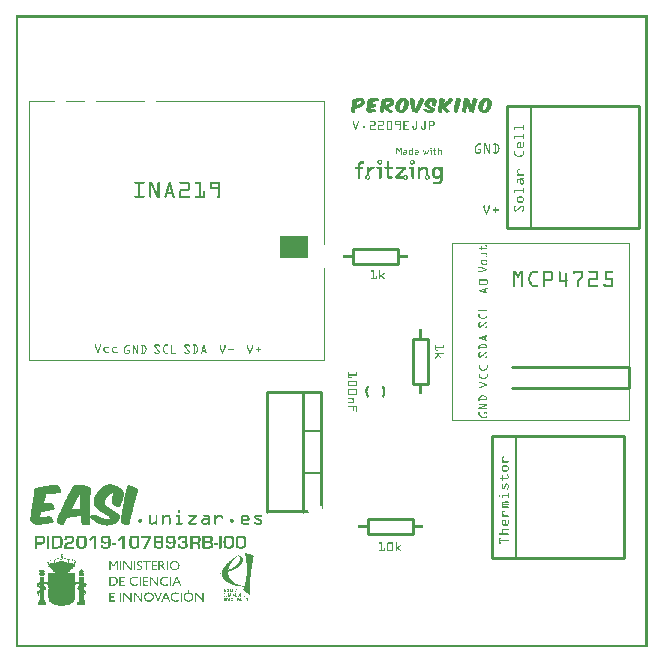
<source format=gto>
G04 MADE WITH FRITZING*
G04 WWW.FRITZING.ORG*
G04 DOUBLE SIDED*
G04 HOLES PLATED*
G04 CONTOUR ON CENTER OF CONTOUR VECTOR*
%ASAXBY*%
%FSLAX23Y23*%
%MOIN*%
%OFA0B0*%
%SFA1.0B1.0*%
%ADD10R,0.094258X0.077104*%
%ADD11R,0.592660X0.592723X0.587340X0.587403*%
%ADD12C,0.002660*%
%ADD13C,0.010000*%
%ADD14C,0.005000*%
%ADD15R,0.001000X0.001000*%
%LNSILK1*%
G90*
G70*
G54D10*
X927Y1336D03*
G54D12*
X1454Y1347D02*
X2044Y1347D01*
X2044Y757D01*
X1454Y757D01*
X1454Y1347D01*
D02*
G54D13*
X2029Y299D02*
X2029Y703D01*
D02*
X2029Y703D02*
X1589Y703D01*
D02*
X1589Y703D02*
X1589Y299D01*
D02*
X1589Y299D02*
X2029Y299D01*
G54D14*
D02*
X1669Y703D02*
X1669Y299D01*
G54D13*
D02*
X2079Y1399D02*
X2079Y1803D01*
D02*
X2079Y1803D02*
X1639Y1803D01*
D02*
X1639Y1803D02*
X1639Y1399D01*
D02*
X1639Y1399D02*
X2079Y1399D01*
G54D14*
D02*
X1719Y1803D02*
X1719Y1399D01*
G54D13*
D02*
X839Y452D02*
X839Y852D01*
D02*
X839Y852D02*
X1019Y852D01*
D02*
X959Y452D02*
X959Y852D01*
D02*
X959Y852D02*
X1019Y852D01*
G54D14*
D02*
X1019Y722D02*
X959Y722D01*
D02*
X1019Y582D02*
X959Y582D01*
G54D13*
D02*
X1173Y427D02*
X1323Y427D01*
D02*
X1323Y427D02*
X1323Y377D01*
D02*
X1323Y377D02*
X1173Y377D01*
D02*
X1173Y377D02*
X1173Y427D01*
D02*
X1324Y877D02*
X1324Y1027D01*
D02*
X1324Y1027D02*
X1374Y1027D01*
D02*
X1374Y1027D02*
X1374Y877D01*
D02*
X1374Y877D02*
X1324Y877D01*
D02*
X1274Y1278D02*
X1124Y1278D01*
D02*
X1124Y1278D02*
X1124Y1328D01*
D02*
X1124Y1328D02*
X1274Y1328D01*
D02*
X1274Y1328D02*
X1274Y1278D01*
X1656Y866D02*
X2044Y866D01*
X2044Y934D01*
X1656Y934D01*
D02*
G54D15*
X1Y2106D02*
X2106Y2106D01*
X1Y2105D02*
X2106Y2105D01*
X1Y2104D02*
X2106Y2104D01*
X1Y2103D02*
X2106Y2103D01*
X1Y2102D02*
X2106Y2102D01*
X1Y2101D02*
X2106Y2101D01*
X1Y2100D02*
X2106Y2100D01*
X1Y2099D02*
X2106Y2099D01*
X1Y2098D02*
X8Y2098D01*
X2099Y2098D02*
X2106Y2098D01*
X1Y2097D02*
X8Y2097D01*
X2099Y2097D02*
X2106Y2097D01*
X1Y2096D02*
X8Y2096D01*
X2099Y2096D02*
X2106Y2096D01*
X1Y2095D02*
X8Y2095D01*
X2099Y2095D02*
X2106Y2095D01*
X1Y2094D02*
X8Y2094D01*
X2099Y2094D02*
X2106Y2094D01*
X1Y2093D02*
X8Y2093D01*
X2099Y2093D02*
X2106Y2093D01*
X1Y2092D02*
X8Y2092D01*
X2099Y2092D02*
X2106Y2092D01*
X1Y2091D02*
X8Y2091D01*
X2099Y2091D02*
X2106Y2091D01*
X1Y2090D02*
X8Y2090D01*
X2099Y2090D02*
X2106Y2090D01*
X1Y2089D02*
X8Y2089D01*
X2099Y2089D02*
X2106Y2089D01*
X1Y2088D02*
X8Y2088D01*
X2099Y2088D02*
X2106Y2088D01*
X1Y2087D02*
X8Y2087D01*
X2099Y2087D02*
X2106Y2087D01*
X1Y2086D02*
X8Y2086D01*
X2099Y2086D02*
X2106Y2086D01*
X1Y2085D02*
X8Y2085D01*
X2099Y2085D02*
X2106Y2085D01*
X1Y2084D02*
X8Y2084D01*
X2099Y2084D02*
X2106Y2084D01*
X1Y2083D02*
X8Y2083D01*
X2099Y2083D02*
X2106Y2083D01*
X1Y2082D02*
X8Y2082D01*
X2099Y2082D02*
X2106Y2082D01*
X1Y2081D02*
X8Y2081D01*
X2099Y2081D02*
X2106Y2081D01*
X1Y2080D02*
X8Y2080D01*
X2099Y2080D02*
X2106Y2080D01*
X1Y2079D02*
X8Y2079D01*
X2099Y2079D02*
X2106Y2079D01*
X1Y2078D02*
X8Y2078D01*
X2099Y2078D02*
X2106Y2078D01*
X1Y2077D02*
X8Y2077D01*
X2099Y2077D02*
X2106Y2077D01*
X1Y2076D02*
X8Y2076D01*
X2099Y2076D02*
X2106Y2076D01*
X1Y2075D02*
X8Y2075D01*
X2099Y2075D02*
X2106Y2075D01*
X1Y2074D02*
X8Y2074D01*
X2099Y2074D02*
X2106Y2074D01*
X1Y2073D02*
X8Y2073D01*
X2099Y2073D02*
X2106Y2073D01*
X1Y2072D02*
X8Y2072D01*
X2099Y2072D02*
X2106Y2072D01*
X1Y2071D02*
X8Y2071D01*
X2099Y2071D02*
X2106Y2071D01*
X1Y2070D02*
X8Y2070D01*
X2099Y2070D02*
X2106Y2070D01*
X1Y2069D02*
X8Y2069D01*
X2099Y2069D02*
X2106Y2069D01*
X1Y2068D02*
X8Y2068D01*
X2099Y2068D02*
X2106Y2068D01*
X1Y2067D02*
X8Y2067D01*
X2099Y2067D02*
X2106Y2067D01*
X1Y2066D02*
X8Y2066D01*
X2099Y2066D02*
X2106Y2066D01*
X1Y2065D02*
X8Y2065D01*
X2099Y2065D02*
X2106Y2065D01*
X1Y2064D02*
X8Y2064D01*
X2099Y2064D02*
X2106Y2064D01*
X1Y2063D02*
X8Y2063D01*
X2099Y2063D02*
X2106Y2063D01*
X1Y2062D02*
X8Y2062D01*
X2099Y2062D02*
X2106Y2062D01*
X1Y2061D02*
X8Y2061D01*
X2099Y2061D02*
X2106Y2061D01*
X1Y2060D02*
X8Y2060D01*
X2099Y2060D02*
X2106Y2060D01*
X1Y2059D02*
X8Y2059D01*
X2099Y2059D02*
X2106Y2059D01*
X1Y2058D02*
X8Y2058D01*
X2099Y2058D02*
X2106Y2058D01*
X1Y2057D02*
X8Y2057D01*
X2099Y2057D02*
X2106Y2057D01*
X1Y2056D02*
X8Y2056D01*
X2099Y2056D02*
X2106Y2056D01*
X1Y2055D02*
X8Y2055D01*
X2099Y2055D02*
X2106Y2055D01*
X1Y2054D02*
X8Y2054D01*
X2099Y2054D02*
X2106Y2054D01*
X1Y2053D02*
X8Y2053D01*
X2099Y2053D02*
X2106Y2053D01*
X1Y2052D02*
X8Y2052D01*
X2099Y2052D02*
X2106Y2052D01*
X1Y2051D02*
X8Y2051D01*
X2099Y2051D02*
X2106Y2051D01*
X1Y2050D02*
X8Y2050D01*
X2099Y2050D02*
X2106Y2050D01*
X1Y2049D02*
X8Y2049D01*
X2099Y2049D02*
X2106Y2049D01*
X1Y2048D02*
X8Y2048D01*
X2099Y2048D02*
X2106Y2048D01*
X1Y2047D02*
X8Y2047D01*
X2099Y2047D02*
X2106Y2047D01*
X1Y2046D02*
X8Y2046D01*
X2099Y2046D02*
X2106Y2046D01*
X1Y2045D02*
X8Y2045D01*
X2099Y2045D02*
X2106Y2045D01*
X1Y2044D02*
X8Y2044D01*
X2099Y2044D02*
X2106Y2044D01*
X1Y2043D02*
X8Y2043D01*
X2099Y2043D02*
X2106Y2043D01*
X1Y2042D02*
X8Y2042D01*
X2099Y2042D02*
X2106Y2042D01*
X1Y2041D02*
X8Y2041D01*
X2099Y2041D02*
X2106Y2041D01*
X1Y2040D02*
X8Y2040D01*
X2099Y2040D02*
X2106Y2040D01*
X1Y2039D02*
X8Y2039D01*
X2099Y2039D02*
X2106Y2039D01*
X1Y2038D02*
X8Y2038D01*
X2099Y2038D02*
X2106Y2038D01*
X1Y2037D02*
X8Y2037D01*
X2099Y2037D02*
X2106Y2037D01*
X1Y2036D02*
X8Y2036D01*
X2099Y2036D02*
X2106Y2036D01*
X1Y2035D02*
X8Y2035D01*
X2099Y2035D02*
X2106Y2035D01*
X1Y2034D02*
X8Y2034D01*
X2099Y2034D02*
X2106Y2034D01*
X1Y2033D02*
X8Y2033D01*
X2099Y2033D02*
X2106Y2033D01*
X1Y2032D02*
X8Y2032D01*
X2099Y2032D02*
X2106Y2032D01*
X1Y2031D02*
X8Y2031D01*
X2099Y2031D02*
X2106Y2031D01*
X1Y2030D02*
X8Y2030D01*
X2099Y2030D02*
X2106Y2030D01*
X1Y2029D02*
X8Y2029D01*
X2099Y2029D02*
X2106Y2029D01*
X1Y2028D02*
X8Y2028D01*
X2099Y2028D02*
X2106Y2028D01*
X1Y2027D02*
X8Y2027D01*
X2099Y2027D02*
X2106Y2027D01*
X1Y2026D02*
X8Y2026D01*
X2099Y2026D02*
X2106Y2026D01*
X1Y2025D02*
X8Y2025D01*
X2099Y2025D02*
X2106Y2025D01*
X1Y2024D02*
X8Y2024D01*
X2099Y2024D02*
X2106Y2024D01*
X1Y2023D02*
X8Y2023D01*
X2099Y2023D02*
X2106Y2023D01*
X1Y2022D02*
X8Y2022D01*
X2099Y2022D02*
X2106Y2022D01*
X1Y2021D02*
X8Y2021D01*
X2099Y2021D02*
X2106Y2021D01*
X1Y2020D02*
X8Y2020D01*
X2099Y2020D02*
X2106Y2020D01*
X1Y2019D02*
X8Y2019D01*
X2099Y2019D02*
X2106Y2019D01*
X1Y2018D02*
X8Y2018D01*
X2099Y2018D02*
X2106Y2018D01*
X1Y2017D02*
X8Y2017D01*
X2099Y2017D02*
X2106Y2017D01*
X1Y2016D02*
X8Y2016D01*
X2099Y2016D02*
X2106Y2016D01*
X1Y2015D02*
X8Y2015D01*
X2099Y2015D02*
X2106Y2015D01*
X1Y2014D02*
X8Y2014D01*
X2099Y2014D02*
X2106Y2014D01*
X1Y2013D02*
X8Y2013D01*
X2099Y2013D02*
X2106Y2013D01*
X1Y2012D02*
X8Y2012D01*
X2099Y2012D02*
X2106Y2012D01*
X1Y2011D02*
X8Y2011D01*
X2099Y2011D02*
X2106Y2011D01*
X1Y2010D02*
X8Y2010D01*
X2099Y2010D02*
X2106Y2010D01*
X1Y2009D02*
X8Y2009D01*
X2099Y2009D02*
X2106Y2009D01*
X1Y2008D02*
X8Y2008D01*
X2099Y2008D02*
X2106Y2008D01*
X1Y2007D02*
X8Y2007D01*
X2099Y2007D02*
X2106Y2007D01*
X1Y2006D02*
X8Y2006D01*
X2099Y2006D02*
X2106Y2006D01*
X1Y2005D02*
X8Y2005D01*
X2099Y2005D02*
X2106Y2005D01*
X1Y2004D02*
X8Y2004D01*
X2099Y2004D02*
X2106Y2004D01*
X1Y2003D02*
X8Y2003D01*
X2099Y2003D02*
X2106Y2003D01*
X1Y2002D02*
X8Y2002D01*
X2099Y2002D02*
X2106Y2002D01*
X1Y2001D02*
X8Y2001D01*
X2099Y2001D02*
X2106Y2001D01*
X1Y2000D02*
X8Y2000D01*
X2099Y2000D02*
X2106Y2000D01*
X1Y1999D02*
X8Y1999D01*
X2099Y1999D02*
X2106Y1999D01*
X1Y1998D02*
X8Y1998D01*
X2099Y1998D02*
X2106Y1998D01*
X1Y1997D02*
X8Y1997D01*
X2099Y1997D02*
X2106Y1997D01*
X1Y1996D02*
X8Y1996D01*
X2099Y1996D02*
X2106Y1996D01*
X1Y1995D02*
X8Y1995D01*
X2099Y1995D02*
X2106Y1995D01*
X1Y1994D02*
X8Y1994D01*
X2099Y1994D02*
X2106Y1994D01*
X1Y1993D02*
X8Y1993D01*
X2099Y1993D02*
X2106Y1993D01*
X1Y1992D02*
X8Y1992D01*
X2099Y1992D02*
X2106Y1992D01*
X1Y1991D02*
X8Y1991D01*
X2099Y1991D02*
X2106Y1991D01*
X1Y1990D02*
X8Y1990D01*
X2099Y1990D02*
X2106Y1990D01*
X1Y1989D02*
X8Y1989D01*
X2099Y1989D02*
X2106Y1989D01*
X1Y1988D02*
X8Y1988D01*
X2099Y1988D02*
X2106Y1988D01*
X1Y1987D02*
X8Y1987D01*
X2099Y1987D02*
X2106Y1987D01*
X1Y1986D02*
X8Y1986D01*
X2099Y1986D02*
X2106Y1986D01*
X1Y1985D02*
X8Y1985D01*
X2099Y1985D02*
X2106Y1985D01*
X1Y1984D02*
X8Y1984D01*
X2099Y1984D02*
X2106Y1984D01*
X1Y1983D02*
X8Y1983D01*
X2099Y1983D02*
X2106Y1983D01*
X1Y1982D02*
X8Y1982D01*
X2099Y1982D02*
X2106Y1982D01*
X1Y1981D02*
X8Y1981D01*
X2099Y1981D02*
X2106Y1981D01*
X1Y1980D02*
X8Y1980D01*
X2099Y1980D02*
X2106Y1980D01*
X1Y1979D02*
X8Y1979D01*
X2099Y1979D02*
X2106Y1979D01*
X1Y1978D02*
X8Y1978D01*
X2099Y1978D02*
X2106Y1978D01*
X1Y1977D02*
X8Y1977D01*
X2099Y1977D02*
X2106Y1977D01*
X1Y1976D02*
X8Y1976D01*
X2099Y1976D02*
X2106Y1976D01*
X1Y1975D02*
X8Y1975D01*
X2099Y1975D02*
X2106Y1975D01*
X1Y1974D02*
X8Y1974D01*
X2099Y1974D02*
X2106Y1974D01*
X1Y1973D02*
X8Y1973D01*
X2099Y1973D02*
X2106Y1973D01*
X1Y1972D02*
X8Y1972D01*
X2099Y1972D02*
X2106Y1972D01*
X1Y1971D02*
X8Y1971D01*
X2099Y1971D02*
X2106Y1971D01*
X1Y1970D02*
X8Y1970D01*
X2099Y1970D02*
X2106Y1970D01*
X1Y1969D02*
X8Y1969D01*
X2099Y1969D02*
X2106Y1969D01*
X1Y1968D02*
X8Y1968D01*
X2099Y1968D02*
X2106Y1968D01*
X1Y1967D02*
X8Y1967D01*
X2099Y1967D02*
X2106Y1967D01*
X1Y1966D02*
X8Y1966D01*
X2099Y1966D02*
X2106Y1966D01*
X1Y1965D02*
X8Y1965D01*
X2099Y1965D02*
X2106Y1965D01*
X1Y1964D02*
X8Y1964D01*
X2099Y1964D02*
X2106Y1964D01*
X1Y1963D02*
X8Y1963D01*
X2099Y1963D02*
X2106Y1963D01*
X1Y1962D02*
X8Y1962D01*
X2099Y1962D02*
X2106Y1962D01*
X1Y1961D02*
X8Y1961D01*
X2099Y1961D02*
X2106Y1961D01*
X1Y1960D02*
X8Y1960D01*
X2099Y1960D02*
X2106Y1960D01*
X1Y1959D02*
X8Y1959D01*
X2099Y1959D02*
X2106Y1959D01*
X1Y1958D02*
X8Y1958D01*
X2099Y1958D02*
X2106Y1958D01*
X1Y1957D02*
X8Y1957D01*
X2099Y1957D02*
X2106Y1957D01*
X1Y1956D02*
X8Y1956D01*
X2099Y1956D02*
X2106Y1956D01*
X1Y1955D02*
X8Y1955D01*
X2099Y1955D02*
X2106Y1955D01*
X1Y1954D02*
X8Y1954D01*
X2099Y1954D02*
X2106Y1954D01*
X1Y1953D02*
X8Y1953D01*
X2099Y1953D02*
X2106Y1953D01*
X1Y1952D02*
X8Y1952D01*
X2099Y1952D02*
X2106Y1952D01*
X1Y1951D02*
X8Y1951D01*
X2099Y1951D02*
X2106Y1951D01*
X1Y1950D02*
X8Y1950D01*
X2099Y1950D02*
X2106Y1950D01*
X1Y1949D02*
X8Y1949D01*
X2099Y1949D02*
X2106Y1949D01*
X1Y1948D02*
X8Y1948D01*
X2099Y1948D02*
X2106Y1948D01*
X1Y1947D02*
X8Y1947D01*
X2099Y1947D02*
X2106Y1947D01*
X1Y1946D02*
X8Y1946D01*
X2099Y1946D02*
X2106Y1946D01*
X1Y1945D02*
X8Y1945D01*
X2099Y1945D02*
X2106Y1945D01*
X1Y1944D02*
X8Y1944D01*
X2099Y1944D02*
X2106Y1944D01*
X1Y1943D02*
X8Y1943D01*
X2099Y1943D02*
X2106Y1943D01*
X1Y1942D02*
X8Y1942D01*
X2099Y1942D02*
X2106Y1942D01*
X1Y1941D02*
X8Y1941D01*
X2099Y1941D02*
X2106Y1941D01*
X1Y1940D02*
X8Y1940D01*
X2099Y1940D02*
X2106Y1940D01*
X1Y1939D02*
X8Y1939D01*
X2099Y1939D02*
X2106Y1939D01*
X1Y1938D02*
X8Y1938D01*
X2099Y1938D02*
X2106Y1938D01*
X1Y1937D02*
X8Y1937D01*
X2099Y1937D02*
X2106Y1937D01*
X1Y1936D02*
X8Y1936D01*
X2099Y1936D02*
X2106Y1936D01*
X1Y1935D02*
X8Y1935D01*
X2099Y1935D02*
X2106Y1935D01*
X1Y1934D02*
X8Y1934D01*
X2099Y1934D02*
X2106Y1934D01*
X1Y1933D02*
X8Y1933D01*
X2099Y1933D02*
X2106Y1933D01*
X1Y1932D02*
X8Y1932D01*
X2099Y1932D02*
X2106Y1932D01*
X1Y1931D02*
X8Y1931D01*
X2099Y1931D02*
X2106Y1931D01*
X1Y1930D02*
X8Y1930D01*
X2099Y1930D02*
X2106Y1930D01*
X1Y1929D02*
X8Y1929D01*
X2099Y1929D02*
X2106Y1929D01*
X1Y1928D02*
X8Y1928D01*
X2099Y1928D02*
X2106Y1928D01*
X1Y1927D02*
X8Y1927D01*
X2099Y1927D02*
X2106Y1927D01*
X1Y1926D02*
X8Y1926D01*
X2099Y1926D02*
X2106Y1926D01*
X1Y1925D02*
X8Y1925D01*
X2099Y1925D02*
X2106Y1925D01*
X1Y1924D02*
X8Y1924D01*
X2099Y1924D02*
X2106Y1924D01*
X1Y1923D02*
X8Y1923D01*
X2099Y1923D02*
X2106Y1923D01*
X1Y1922D02*
X8Y1922D01*
X2099Y1922D02*
X2106Y1922D01*
X1Y1921D02*
X8Y1921D01*
X2099Y1921D02*
X2106Y1921D01*
X1Y1920D02*
X8Y1920D01*
X2099Y1920D02*
X2106Y1920D01*
X1Y1919D02*
X8Y1919D01*
X2099Y1919D02*
X2106Y1919D01*
X1Y1918D02*
X8Y1918D01*
X2099Y1918D02*
X2106Y1918D01*
X1Y1917D02*
X8Y1917D01*
X2099Y1917D02*
X2106Y1917D01*
X1Y1916D02*
X8Y1916D01*
X2099Y1916D02*
X2106Y1916D01*
X1Y1915D02*
X8Y1915D01*
X2099Y1915D02*
X2106Y1915D01*
X1Y1914D02*
X8Y1914D01*
X2099Y1914D02*
X2106Y1914D01*
X1Y1913D02*
X8Y1913D01*
X2099Y1913D02*
X2106Y1913D01*
X1Y1912D02*
X8Y1912D01*
X2099Y1912D02*
X2106Y1912D01*
X1Y1911D02*
X8Y1911D01*
X2099Y1911D02*
X2106Y1911D01*
X1Y1910D02*
X8Y1910D01*
X2099Y1910D02*
X2106Y1910D01*
X1Y1909D02*
X8Y1909D01*
X2099Y1909D02*
X2106Y1909D01*
X1Y1908D02*
X8Y1908D01*
X2099Y1908D02*
X2106Y1908D01*
X1Y1907D02*
X8Y1907D01*
X2099Y1907D02*
X2106Y1907D01*
X1Y1906D02*
X8Y1906D01*
X2099Y1906D02*
X2106Y1906D01*
X1Y1905D02*
X8Y1905D01*
X2099Y1905D02*
X2106Y1905D01*
X1Y1904D02*
X8Y1904D01*
X2099Y1904D02*
X2106Y1904D01*
X1Y1903D02*
X8Y1903D01*
X2099Y1903D02*
X2106Y1903D01*
X1Y1902D02*
X8Y1902D01*
X2099Y1902D02*
X2106Y1902D01*
X1Y1901D02*
X8Y1901D01*
X2099Y1901D02*
X2106Y1901D01*
X1Y1900D02*
X8Y1900D01*
X2099Y1900D02*
X2106Y1900D01*
X1Y1899D02*
X8Y1899D01*
X2099Y1899D02*
X2106Y1899D01*
X1Y1898D02*
X8Y1898D01*
X2099Y1898D02*
X2106Y1898D01*
X1Y1897D02*
X8Y1897D01*
X2099Y1897D02*
X2106Y1897D01*
X1Y1896D02*
X8Y1896D01*
X2099Y1896D02*
X2106Y1896D01*
X1Y1895D02*
X8Y1895D01*
X2099Y1895D02*
X2106Y1895D01*
X1Y1894D02*
X8Y1894D01*
X2099Y1894D02*
X2106Y1894D01*
X1Y1893D02*
X8Y1893D01*
X2099Y1893D02*
X2106Y1893D01*
X1Y1892D02*
X8Y1892D01*
X2099Y1892D02*
X2106Y1892D01*
X1Y1891D02*
X8Y1891D01*
X2099Y1891D02*
X2106Y1891D01*
X1Y1890D02*
X8Y1890D01*
X2099Y1890D02*
X2106Y1890D01*
X1Y1889D02*
X8Y1889D01*
X2099Y1889D02*
X2106Y1889D01*
X1Y1888D02*
X8Y1888D01*
X2099Y1888D02*
X2106Y1888D01*
X1Y1887D02*
X8Y1887D01*
X2099Y1887D02*
X2106Y1887D01*
X1Y1886D02*
X8Y1886D01*
X2099Y1886D02*
X2106Y1886D01*
X1Y1885D02*
X8Y1885D01*
X2099Y1885D02*
X2106Y1885D01*
X1Y1884D02*
X8Y1884D01*
X2099Y1884D02*
X2106Y1884D01*
X1Y1883D02*
X8Y1883D01*
X2099Y1883D02*
X2106Y1883D01*
X1Y1882D02*
X8Y1882D01*
X2099Y1882D02*
X2106Y1882D01*
X1Y1881D02*
X8Y1881D01*
X2099Y1881D02*
X2106Y1881D01*
X1Y1880D02*
X8Y1880D01*
X2099Y1880D02*
X2106Y1880D01*
X1Y1879D02*
X8Y1879D01*
X2099Y1879D02*
X2106Y1879D01*
X1Y1878D02*
X8Y1878D01*
X2099Y1878D02*
X2106Y1878D01*
X1Y1877D02*
X8Y1877D01*
X2099Y1877D02*
X2106Y1877D01*
X1Y1876D02*
X8Y1876D01*
X2099Y1876D02*
X2106Y1876D01*
X1Y1875D02*
X8Y1875D01*
X2099Y1875D02*
X2106Y1875D01*
X1Y1874D02*
X8Y1874D01*
X2099Y1874D02*
X2106Y1874D01*
X1Y1873D02*
X8Y1873D01*
X2099Y1873D02*
X2106Y1873D01*
X1Y1872D02*
X8Y1872D01*
X2099Y1872D02*
X2106Y1872D01*
X1Y1871D02*
X8Y1871D01*
X2099Y1871D02*
X2106Y1871D01*
X1Y1870D02*
X8Y1870D01*
X2099Y1870D02*
X2106Y1870D01*
X1Y1869D02*
X8Y1869D01*
X2099Y1869D02*
X2106Y1869D01*
X1Y1868D02*
X8Y1868D01*
X2099Y1868D02*
X2106Y1868D01*
X1Y1867D02*
X8Y1867D01*
X2099Y1867D02*
X2106Y1867D01*
X1Y1866D02*
X8Y1866D01*
X2099Y1866D02*
X2106Y1866D01*
X1Y1865D02*
X8Y1865D01*
X2099Y1865D02*
X2106Y1865D01*
X1Y1864D02*
X8Y1864D01*
X2099Y1864D02*
X2106Y1864D01*
X1Y1863D02*
X8Y1863D01*
X2099Y1863D02*
X2106Y1863D01*
X1Y1862D02*
X8Y1862D01*
X2099Y1862D02*
X2106Y1862D01*
X1Y1861D02*
X8Y1861D01*
X2099Y1861D02*
X2106Y1861D01*
X1Y1860D02*
X8Y1860D01*
X2099Y1860D02*
X2106Y1860D01*
X1Y1859D02*
X8Y1859D01*
X2099Y1859D02*
X2106Y1859D01*
X1Y1858D02*
X8Y1858D01*
X2099Y1858D02*
X2106Y1858D01*
X1Y1857D02*
X8Y1857D01*
X2099Y1857D02*
X2106Y1857D01*
X1Y1856D02*
X8Y1856D01*
X2099Y1856D02*
X2106Y1856D01*
X1Y1855D02*
X8Y1855D01*
X2099Y1855D02*
X2106Y1855D01*
X1Y1854D02*
X8Y1854D01*
X2099Y1854D02*
X2106Y1854D01*
X1Y1853D02*
X8Y1853D01*
X2099Y1853D02*
X2106Y1853D01*
X1Y1852D02*
X8Y1852D01*
X2099Y1852D02*
X2106Y1852D01*
X1Y1851D02*
X8Y1851D01*
X2099Y1851D02*
X2106Y1851D01*
X1Y1850D02*
X8Y1850D01*
X2099Y1850D02*
X2106Y1850D01*
X1Y1849D02*
X8Y1849D01*
X2099Y1849D02*
X2106Y1849D01*
X1Y1848D02*
X8Y1848D01*
X2099Y1848D02*
X2106Y1848D01*
X1Y1847D02*
X8Y1847D01*
X2099Y1847D02*
X2106Y1847D01*
X1Y1846D02*
X8Y1846D01*
X2099Y1846D02*
X2106Y1846D01*
X1Y1845D02*
X8Y1845D01*
X2099Y1845D02*
X2106Y1845D01*
X1Y1844D02*
X8Y1844D01*
X2099Y1844D02*
X2106Y1844D01*
X1Y1843D02*
X8Y1843D01*
X2099Y1843D02*
X2106Y1843D01*
X1Y1842D02*
X8Y1842D01*
X2099Y1842D02*
X2106Y1842D01*
X1Y1841D02*
X8Y1841D01*
X2099Y1841D02*
X2106Y1841D01*
X1Y1840D02*
X8Y1840D01*
X2099Y1840D02*
X2106Y1840D01*
X1Y1839D02*
X8Y1839D01*
X2099Y1839D02*
X2106Y1839D01*
X1Y1838D02*
X8Y1838D01*
X2099Y1838D02*
X2106Y1838D01*
X1Y1837D02*
X8Y1837D01*
X2099Y1837D02*
X2106Y1837D01*
X1Y1836D02*
X8Y1836D01*
X2099Y1836D02*
X2106Y1836D01*
X1Y1835D02*
X8Y1835D01*
X2099Y1835D02*
X2106Y1835D01*
X1Y1834D02*
X8Y1834D01*
X2099Y1834D02*
X2106Y1834D01*
X1Y1833D02*
X8Y1833D01*
X2099Y1833D02*
X2106Y1833D01*
X1Y1832D02*
X8Y1832D01*
X1383Y1832D02*
X1386Y1832D01*
X2099Y1832D02*
X2106Y1832D01*
X1Y1831D02*
X8Y1831D01*
X1141Y1831D02*
X1152Y1831D01*
X1196Y1831D02*
X1206Y1831D01*
X1238Y1831D02*
X1249Y1831D01*
X1285Y1831D02*
X1293Y1831D01*
X1316Y1831D02*
X1319Y1831D01*
X1349Y1831D02*
X1354Y1831D01*
X1379Y1831D02*
X1390Y1831D01*
X1415Y1831D02*
X1420Y1831D01*
X1448Y1831D02*
X1451Y1831D01*
X1470Y1831D02*
X1473Y1831D01*
X1497Y1831D02*
X1500Y1831D01*
X1527Y1831D02*
X1529Y1831D01*
X1563Y1831D02*
X1570Y1831D01*
X2099Y1831D02*
X2106Y1831D01*
X1Y1830D02*
X8Y1830D01*
X1137Y1830D02*
X1155Y1830D01*
X1188Y1830D02*
X1207Y1830D01*
X1234Y1830D02*
X1252Y1830D01*
X1282Y1830D02*
X1297Y1830D01*
X1314Y1830D02*
X1323Y1830D01*
X1348Y1830D02*
X1357Y1830D01*
X1377Y1830D02*
X1393Y1830D01*
X1415Y1830D02*
X1423Y1830D01*
X1447Y1830D02*
X1453Y1830D01*
X1469Y1830D02*
X1476Y1830D01*
X1496Y1830D02*
X1504Y1830D01*
X1525Y1830D02*
X1533Y1830D01*
X1560Y1830D02*
X1574Y1830D01*
X2099Y1830D02*
X2106Y1830D01*
X1Y1829D02*
X8Y1829D01*
X1134Y1829D02*
X1157Y1829D01*
X1182Y1829D02*
X1208Y1829D01*
X1230Y1829D02*
X1253Y1829D01*
X1280Y1829D02*
X1300Y1829D01*
X1314Y1829D02*
X1325Y1829D01*
X1348Y1829D02*
X1358Y1829D01*
X1376Y1829D02*
X1396Y1829D01*
X1414Y1829D02*
X1425Y1829D01*
X1446Y1829D02*
X1454Y1829D01*
X1469Y1829D02*
X1479Y1829D01*
X1495Y1829D02*
X1507Y1829D01*
X1525Y1829D02*
X1535Y1829D01*
X1558Y1829D02*
X1577Y1829D01*
X2099Y1829D02*
X2106Y1829D01*
X1Y1828D02*
X8Y1828D01*
X1131Y1828D02*
X1158Y1828D01*
X1177Y1828D02*
X1209Y1828D01*
X1228Y1828D02*
X1254Y1828D01*
X1279Y1828D02*
X1302Y1828D01*
X1313Y1828D02*
X1327Y1828D01*
X1347Y1828D02*
X1360Y1828D01*
X1374Y1828D02*
X1397Y1828D01*
X1414Y1828D02*
X1427Y1828D01*
X1445Y1828D02*
X1454Y1828D01*
X1468Y1828D02*
X1481Y1828D01*
X1495Y1828D02*
X1510Y1828D01*
X1524Y1828D02*
X1537Y1828D01*
X1556Y1828D02*
X1579Y1828D01*
X2099Y1828D02*
X2106Y1828D01*
X1Y1827D02*
X8Y1827D01*
X1128Y1827D02*
X1159Y1827D01*
X1174Y1827D02*
X1209Y1827D01*
X1225Y1827D02*
X1255Y1827D01*
X1278Y1827D02*
X1304Y1827D01*
X1314Y1827D02*
X1327Y1827D01*
X1347Y1827D02*
X1361Y1827D01*
X1373Y1827D02*
X1399Y1827D01*
X1414Y1827D02*
X1429Y1827D01*
X1444Y1827D02*
X1455Y1827D01*
X1468Y1827D02*
X1483Y1827D01*
X1495Y1827D02*
X1511Y1827D01*
X1524Y1827D02*
X1538Y1827D01*
X1555Y1827D02*
X1581Y1827D01*
X2099Y1827D02*
X2106Y1827D01*
X1Y1826D02*
X8Y1826D01*
X1126Y1826D02*
X1160Y1826D01*
X1174Y1826D02*
X1210Y1826D01*
X1223Y1826D02*
X1256Y1826D01*
X1277Y1826D02*
X1305Y1826D01*
X1314Y1826D02*
X1328Y1826D01*
X1347Y1826D02*
X1361Y1826D01*
X1372Y1826D02*
X1400Y1826D01*
X1413Y1826D02*
X1430Y1826D01*
X1443Y1826D02*
X1456Y1826D01*
X1468Y1826D02*
X1484Y1826D01*
X1494Y1826D02*
X1512Y1826D01*
X1524Y1826D02*
X1539Y1826D01*
X1554Y1826D02*
X1582Y1826D01*
X2099Y1826D02*
X2106Y1826D01*
X1Y1825D02*
X8Y1825D01*
X1123Y1825D02*
X1160Y1825D01*
X1174Y1825D02*
X1210Y1825D01*
X1221Y1825D02*
X1257Y1825D01*
X1276Y1825D02*
X1306Y1825D01*
X1314Y1825D02*
X1328Y1825D01*
X1346Y1825D02*
X1361Y1825D01*
X1370Y1825D02*
X1401Y1825D01*
X1413Y1825D02*
X1430Y1825D01*
X1442Y1825D02*
X1456Y1825D01*
X1467Y1825D02*
X1484Y1825D01*
X1494Y1825D02*
X1513Y1825D01*
X1524Y1825D02*
X1539Y1825D01*
X1553Y1825D02*
X1583Y1825D01*
X2099Y1825D02*
X2106Y1825D01*
X1Y1824D02*
X8Y1824D01*
X1123Y1824D02*
X1161Y1824D01*
X1174Y1824D02*
X1210Y1824D01*
X1221Y1824D02*
X1258Y1824D01*
X1275Y1824D02*
X1307Y1824D01*
X1314Y1824D02*
X1329Y1824D01*
X1346Y1824D02*
X1361Y1824D01*
X1369Y1824D02*
X1402Y1824D01*
X1413Y1824D02*
X1430Y1824D01*
X1441Y1824D02*
X1457Y1824D01*
X1467Y1824D02*
X1484Y1824D01*
X1494Y1824D02*
X1513Y1824D01*
X1523Y1824D02*
X1539Y1824D01*
X1552Y1824D02*
X1584Y1824D01*
X2099Y1824D02*
X2106Y1824D01*
X1Y1823D02*
X8Y1823D01*
X1122Y1823D02*
X1162Y1823D01*
X1174Y1823D02*
X1210Y1823D01*
X1220Y1823D02*
X1259Y1823D01*
X1274Y1823D02*
X1307Y1823D01*
X1314Y1823D02*
X1329Y1823D01*
X1345Y1823D02*
X1361Y1823D01*
X1368Y1823D02*
X1403Y1823D01*
X1413Y1823D02*
X1430Y1823D01*
X1440Y1823D02*
X1457Y1823D01*
X1467Y1823D02*
X1484Y1823D01*
X1494Y1823D02*
X1514Y1823D01*
X1523Y1823D02*
X1538Y1823D01*
X1551Y1823D02*
X1585Y1823D01*
X2099Y1823D02*
X2106Y1823D01*
X1Y1822D02*
X8Y1822D01*
X1122Y1822D02*
X1163Y1822D01*
X1174Y1822D02*
X1210Y1822D01*
X1220Y1822D02*
X1259Y1822D01*
X1273Y1822D02*
X1308Y1822D01*
X1314Y1822D02*
X1329Y1822D01*
X1345Y1822D02*
X1361Y1822D01*
X1368Y1822D02*
X1403Y1822D01*
X1412Y1822D02*
X1429Y1822D01*
X1438Y1822D02*
X1456Y1822D01*
X1467Y1822D02*
X1484Y1822D01*
X1493Y1822D02*
X1514Y1822D01*
X1523Y1822D02*
X1538Y1822D01*
X1550Y1822D02*
X1585Y1822D01*
X2099Y1822D02*
X2106Y1822D01*
X1Y1821D02*
X8Y1821D01*
X44Y1821D02*
X133Y1821D01*
X166Y1821D02*
X233Y1821D01*
X267Y1821D02*
X432Y1821D01*
X466Y1821D02*
X1029Y1821D01*
X1122Y1821D02*
X1163Y1821D01*
X1174Y1821D02*
X1210Y1821D01*
X1220Y1821D02*
X1260Y1821D01*
X1272Y1821D02*
X1308Y1821D01*
X1314Y1821D02*
X1329Y1821D01*
X1344Y1821D02*
X1360Y1821D01*
X1367Y1821D02*
X1403Y1821D01*
X1412Y1821D02*
X1429Y1821D01*
X1437Y1821D02*
X1456Y1821D01*
X1466Y1821D02*
X1483Y1821D01*
X1493Y1821D02*
X1514Y1821D01*
X1522Y1821D02*
X1538Y1821D01*
X1549Y1821D02*
X1586Y1821D01*
X2099Y1821D02*
X2106Y1821D01*
X1Y1820D02*
X8Y1820D01*
X44Y1820D02*
X132Y1820D01*
X167Y1820D02*
X232Y1820D01*
X268Y1820D02*
X431Y1820D01*
X467Y1820D02*
X1029Y1820D01*
X1121Y1820D02*
X1163Y1820D01*
X1173Y1820D02*
X1206Y1820D01*
X1219Y1820D02*
X1260Y1820D01*
X1271Y1820D02*
X1309Y1820D01*
X1315Y1820D02*
X1329Y1820D01*
X1344Y1820D02*
X1360Y1820D01*
X1366Y1820D02*
X1403Y1820D01*
X1412Y1820D02*
X1429Y1820D01*
X1436Y1820D02*
X1456Y1820D01*
X1466Y1820D02*
X1483Y1820D01*
X1493Y1820D02*
X1514Y1820D01*
X1522Y1820D02*
X1537Y1820D01*
X1549Y1820D02*
X1586Y1820D01*
X2099Y1820D02*
X2106Y1820D01*
X1Y1819D02*
X8Y1819D01*
X44Y1819D02*
X131Y1819D01*
X168Y1819D02*
X231Y1819D01*
X269Y1819D02*
X430Y1819D01*
X468Y1819D02*
X1029Y1819D01*
X1121Y1819D02*
X1145Y1819D01*
X1150Y1819D02*
X1164Y1819D01*
X1173Y1819D02*
X1196Y1819D01*
X1219Y1819D02*
X1243Y1819D01*
X1245Y1819D02*
X1261Y1819D01*
X1271Y1819D02*
X1290Y1819D01*
X1294Y1819D02*
X1309Y1819D01*
X1315Y1819D02*
X1329Y1819D01*
X1343Y1819D02*
X1359Y1819D01*
X1365Y1819D02*
X1386Y1819D01*
X1388Y1819D02*
X1403Y1819D01*
X1412Y1819D02*
X1429Y1819D01*
X1435Y1819D02*
X1455Y1819D01*
X1466Y1819D02*
X1483Y1819D01*
X1493Y1819D02*
X1514Y1819D01*
X1522Y1819D02*
X1537Y1819D01*
X1548Y1819D02*
X1567Y1819D01*
X1572Y1819D02*
X1586Y1819D01*
X2099Y1819D02*
X2106Y1819D01*
X1Y1818D02*
X8Y1818D01*
X44Y1818D02*
X46Y1818D01*
X1027Y1818D02*
X1029Y1818D01*
X1121Y1818D02*
X1140Y1818D01*
X1151Y1818D02*
X1164Y1818D01*
X1173Y1818D02*
X1191Y1818D01*
X1219Y1818D02*
X1237Y1818D01*
X1248Y1818D02*
X1261Y1818D01*
X1270Y1818D02*
X1289Y1818D01*
X1295Y1818D02*
X1309Y1818D01*
X1315Y1818D02*
X1329Y1818D01*
X1343Y1818D02*
X1359Y1818D01*
X1365Y1818D02*
X1384Y1818D01*
X1388Y1818D02*
X1403Y1818D01*
X1412Y1818D02*
X1428Y1818D01*
X1434Y1818D02*
X1454Y1818D01*
X1466Y1818D02*
X1482Y1818D01*
X1493Y1818D02*
X1515Y1818D01*
X1521Y1818D02*
X1537Y1818D01*
X1548Y1818D02*
X1566Y1818D01*
X1572Y1818D02*
X1586Y1818D01*
X2099Y1818D02*
X2106Y1818D01*
X1Y1817D02*
X8Y1817D01*
X44Y1817D02*
X46Y1817D01*
X1027Y1817D02*
X1029Y1817D01*
X1121Y1817D02*
X1138Y1817D01*
X1151Y1817D02*
X1164Y1817D01*
X1173Y1817D02*
X1190Y1817D01*
X1219Y1817D02*
X1235Y1817D01*
X1248Y1817D02*
X1261Y1817D01*
X1270Y1817D02*
X1288Y1817D01*
X1295Y1817D02*
X1309Y1817D01*
X1315Y1817D02*
X1329Y1817D01*
X1342Y1817D02*
X1358Y1817D01*
X1364Y1817D02*
X1383Y1817D01*
X1388Y1817D02*
X1403Y1817D01*
X1411Y1817D02*
X1428Y1817D01*
X1433Y1817D02*
X1453Y1817D01*
X1466Y1817D02*
X1482Y1817D01*
X1492Y1817D02*
X1515Y1817D01*
X1521Y1817D02*
X1536Y1817D01*
X1547Y1817D02*
X1565Y1817D01*
X1572Y1817D02*
X1586Y1817D01*
X2099Y1817D02*
X2106Y1817D01*
X1Y1816D02*
X8Y1816D01*
X44Y1816D02*
X46Y1816D01*
X1027Y1816D02*
X1029Y1816D01*
X1121Y1816D02*
X1138Y1816D01*
X1150Y1816D02*
X1164Y1816D01*
X1173Y1816D02*
X1190Y1816D01*
X1218Y1816D02*
X1235Y1816D01*
X1248Y1816D02*
X1262Y1816D01*
X1269Y1816D02*
X1287Y1816D01*
X1295Y1816D02*
X1309Y1816D01*
X1315Y1816D02*
X1330Y1816D01*
X1342Y1816D02*
X1358Y1816D01*
X1364Y1816D02*
X1382Y1816D01*
X1388Y1816D02*
X1403Y1816D01*
X1411Y1816D02*
X1428Y1816D01*
X1432Y1816D02*
X1452Y1816D01*
X1465Y1816D02*
X1482Y1816D01*
X1492Y1816D02*
X1515Y1816D01*
X1521Y1816D02*
X1536Y1816D01*
X1546Y1816D02*
X1564Y1816D01*
X1572Y1816D02*
X1587Y1816D01*
X2099Y1816D02*
X2106Y1816D01*
X1Y1815D02*
X8Y1815D01*
X44Y1815D02*
X46Y1815D01*
X1027Y1815D02*
X1029Y1815D01*
X1121Y1815D02*
X1138Y1815D01*
X1150Y1815D02*
X1164Y1815D01*
X1173Y1815D02*
X1190Y1815D01*
X1218Y1815D02*
X1235Y1815D01*
X1247Y1815D02*
X1262Y1815D01*
X1269Y1815D02*
X1286Y1815D01*
X1295Y1815D02*
X1309Y1815D01*
X1315Y1815D02*
X1330Y1815D01*
X1341Y1815D02*
X1357Y1815D01*
X1363Y1815D02*
X1381Y1815D01*
X1387Y1815D02*
X1403Y1815D01*
X1411Y1815D02*
X1427Y1815D01*
X1431Y1815D02*
X1451Y1815D01*
X1465Y1815D02*
X1481Y1815D01*
X1492Y1815D02*
X1515Y1815D01*
X1521Y1815D02*
X1536Y1815D01*
X1546Y1815D02*
X1564Y1815D01*
X1572Y1815D02*
X1587Y1815D01*
X2099Y1815D02*
X2106Y1815D01*
X1Y1814D02*
X8Y1814D01*
X44Y1814D02*
X46Y1814D01*
X1027Y1814D02*
X1029Y1814D01*
X1121Y1814D02*
X1137Y1814D01*
X1149Y1814D02*
X1164Y1814D01*
X1172Y1814D02*
X1189Y1814D01*
X1218Y1814D02*
X1234Y1814D01*
X1246Y1814D02*
X1262Y1814D01*
X1268Y1814D02*
X1286Y1814D01*
X1295Y1814D02*
X1309Y1814D01*
X1315Y1814D02*
X1330Y1814D01*
X1341Y1814D02*
X1357Y1814D01*
X1363Y1814D02*
X1380Y1814D01*
X1387Y1814D02*
X1403Y1814D01*
X1411Y1814D02*
X1427Y1814D01*
X1430Y1814D02*
X1450Y1814D01*
X1465Y1814D02*
X1481Y1814D01*
X1492Y1814D02*
X1516Y1814D01*
X1520Y1814D02*
X1535Y1814D01*
X1546Y1814D02*
X1563Y1814D01*
X1572Y1814D02*
X1587Y1814D01*
X2099Y1814D02*
X2106Y1814D01*
X1Y1813D02*
X8Y1813D01*
X44Y1813D02*
X46Y1813D01*
X1027Y1813D02*
X1029Y1813D01*
X1121Y1813D02*
X1137Y1813D01*
X1148Y1813D02*
X1164Y1813D01*
X1172Y1813D02*
X1189Y1813D01*
X1218Y1813D02*
X1234Y1813D01*
X1245Y1813D02*
X1261Y1813D01*
X1268Y1813D02*
X1285Y1813D01*
X1295Y1813D02*
X1309Y1813D01*
X1316Y1813D02*
X1330Y1813D01*
X1340Y1813D02*
X1357Y1813D01*
X1363Y1813D02*
X1380Y1813D01*
X1387Y1813D02*
X1402Y1813D01*
X1411Y1813D02*
X1427Y1813D01*
X1429Y1813D02*
X1449Y1813D01*
X1465Y1813D02*
X1481Y1813D01*
X1492Y1813D02*
X1516Y1813D01*
X1520Y1813D02*
X1535Y1813D01*
X1545Y1813D02*
X1562Y1813D01*
X1572Y1813D02*
X1587Y1813D01*
X2099Y1813D02*
X2106Y1813D01*
X1Y1812D02*
X8Y1812D01*
X44Y1812D02*
X46Y1812D01*
X1027Y1812D02*
X1029Y1812D01*
X1120Y1812D02*
X1137Y1812D01*
X1147Y1812D02*
X1164Y1812D01*
X1172Y1812D02*
X1189Y1812D01*
X1218Y1812D02*
X1234Y1812D01*
X1243Y1812D02*
X1261Y1812D01*
X1267Y1812D02*
X1285Y1812D01*
X1295Y1812D02*
X1309Y1812D01*
X1316Y1812D02*
X1330Y1812D01*
X1340Y1812D02*
X1356Y1812D01*
X1363Y1812D02*
X1379Y1812D01*
X1387Y1812D02*
X1402Y1812D01*
X1411Y1812D02*
X1448Y1812D01*
X1464Y1812D02*
X1480Y1812D01*
X1492Y1812D02*
X1516Y1812D01*
X1520Y1812D02*
X1535Y1812D01*
X1545Y1812D02*
X1562Y1812D01*
X1572Y1812D02*
X1587Y1812D01*
X2099Y1812D02*
X2106Y1812D01*
X1Y1811D02*
X8Y1811D01*
X44Y1811D02*
X46Y1811D01*
X1027Y1811D02*
X1029Y1811D01*
X1120Y1811D02*
X1136Y1811D01*
X1145Y1811D02*
X1163Y1811D01*
X1172Y1811D02*
X1188Y1811D01*
X1217Y1811D02*
X1233Y1811D01*
X1242Y1811D02*
X1260Y1811D01*
X1267Y1811D02*
X1284Y1811D01*
X1295Y1811D02*
X1309Y1811D01*
X1316Y1811D02*
X1330Y1811D01*
X1340Y1811D02*
X1356Y1811D01*
X1363Y1811D02*
X1379Y1811D01*
X1386Y1811D02*
X1402Y1811D01*
X1410Y1811D02*
X1447Y1811D01*
X1464Y1811D02*
X1480Y1811D01*
X1491Y1811D02*
X1516Y1811D01*
X1520Y1811D02*
X1535Y1811D01*
X1544Y1811D02*
X1561Y1811D01*
X1572Y1811D02*
X1587Y1811D01*
X2099Y1811D02*
X2106Y1811D01*
X1Y1810D02*
X8Y1810D01*
X44Y1810D02*
X46Y1810D01*
X1027Y1810D02*
X1029Y1810D01*
X1120Y1810D02*
X1136Y1810D01*
X1143Y1810D02*
X1162Y1810D01*
X1172Y1810D02*
X1188Y1810D01*
X1193Y1810D02*
X1196Y1810D01*
X1217Y1810D02*
X1233Y1810D01*
X1240Y1810D02*
X1260Y1810D01*
X1267Y1810D02*
X1284Y1810D01*
X1295Y1810D02*
X1309Y1810D01*
X1316Y1810D02*
X1330Y1810D01*
X1339Y1810D02*
X1355Y1810D01*
X1363Y1810D02*
X1379Y1810D01*
X1386Y1810D02*
X1401Y1810D01*
X1410Y1810D02*
X1446Y1810D01*
X1464Y1810D02*
X1480Y1810D01*
X1491Y1810D02*
X1516Y1810D01*
X1519Y1810D02*
X1534Y1810D01*
X1544Y1810D02*
X1561Y1810D01*
X1572Y1810D02*
X1587Y1810D01*
X2099Y1810D02*
X2106Y1810D01*
X1Y1809D02*
X8Y1809D01*
X44Y1809D02*
X46Y1809D01*
X1027Y1809D02*
X1029Y1809D01*
X1120Y1809D02*
X1136Y1809D01*
X1142Y1809D02*
X1161Y1809D01*
X1172Y1809D02*
X1199Y1809D01*
X1217Y1809D02*
X1233Y1809D01*
X1238Y1809D02*
X1259Y1809D01*
X1267Y1809D02*
X1283Y1809D01*
X1295Y1809D02*
X1309Y1809D01*
X1316Y1809D02*
X1331Y1809D01*
X1339Y1809D02*
X1355Y1809D01*
X1363Y1809D02*
X1378Y1809D01*
X1387Y1809D02*
X1401Y1809D01*
X1410Y1809D02*
X1445Y1809D01*
X1464Y1809D02*
X1480Y1809D01*
X1491Y1809D02*
X1517Y1809D01*
X1519Y1809D02*
X1534Y1809D01*
X1544Y1809D02*
X1560Y1809D01*
X1572Y1809D02*
X1586Y1809D01*
X2099Y1809D02*
X2106Y1809D01*
X1Y1808D02*
X8Y1808D01*
X44Y1808D02*
X46Y1808D01*
X1027Y1808D02*
X1029Y1808D01*
X1120Y1808D02*
X1135Y1808D01*
X1139Y1808D02*
X1161Y1808D01*
X1171Y1808D02*
X1200Y1808D01*
X1217Y1808D02*
X1232Y1808D01*
X1236Y1808D02*
X1258Y1808D01*
X1266Y1808D02*
X1283Y1808D01*
X1295Y1808D02*
X1309Y1808D01*
X1316Y1808D02*
X1331Y1808D01*
X1338Y1808D02*
X1354Y1808D01*
X1363Y1808D02*
X1379Y1808D01*
X1387Y1808D02*
X1401Y1808D01*
X1410Y1808D02*
X1444Y1808D01*
X1464Y1808D02*
X1479Y1808D01*
X1491Y1808D02*
X1517Y1808D01*
X1519Y1808D02*
X1534Y1808D01*
X1544Y1808D02*
X1560Y1808D01*
X1572Y1808D02*
X1586Y1808D01*
X2099Y1808D02*
X2106Y1808D01*
X1Y1807D02*
X8Y1807D01*
X44Y1807D02*
X46Y1807D01*
X1027Y1807D02*
X1029Y1807D01*
X1120Y1807D02*
X1159Y1807D01*
X1171Y1807D02*
X1200Y1807D01*
X1217Y1807D02*
X1257Y1807D01*
X1266Y1807D02*
X1282Y1807D01*
X1294Y1807D02*
X1309Y1807D01*
X1317Y1807D02*
X1331Y1807D01*
X1338Y1807D02*
X1354Y1807D01*
X1363Y1807D02*
X1379Y1807D01*
X1388Y1807D02*
X1400Y1807D01*
X1410Y1807D02*
X1443Y1807D01*
X1464Y1807D02*
X1479Y1807D01*
X1491Y1807D02*
X1517Y1807D01*
X1519Y1807D02*
X1533Y1807D01*
X1543Y1807D02*
X1560Y1807D01*
X1572Y1807D02*
X1586Y1807D01*
X2099Y1807D02*
X2106Y1807D01*
X1Y1806D02*
X8Y1806D01*
X44Y1806D02*
X46Y1806D01*
X1027Y1806D02*
X1029Y1806D01*
X1120Y1806D02*
X1158Y1806D01*
X1171Y1806D02*
X1201Y1806D01*
X1217Y1806D02*
X1256Y1806D01*
X1266Y1806D02*
X1282Y1806D01*
X1294Y1806D02*
X1309Y1806D01*
X1317Y1806D02*
X1331Y1806D01*
X1337Y1806D02*
X1353Y1806D01*
X1364Y1806D02*
X1380Y1806D01*
X1389Y1806D02*
X1400Y1806D01*
X1410Y1806D02*
X1442Y1806D01*
X1463Y1806D02*
X1479Y1806D01*
X1491Y1806D02*
X1533Y1806D01*
X1543Y1806D02*
X1559Y1806D01*
X1571Y1806D02*
X1586Y1806D01*
X2099Y1806D02*
X2106Y1806D01*
X1Y1805D02*
X8Y1805D01*
X44Y1805D02*
X46Y1805D01*
X1027Y1805D02*
X1029Y1805D01*
X1120Y1805D02*
X1157Y1805D01*
X1171Y1805D02*
X1201Y1805D01*
X1217Y1805D02*
X1255Y1805D01*
X1266Y1805D02*
X1281Y1805D01*
X1294Y1805D02*
X1309Y1805D01*
X1317Y1805D02*
X1331Y1805D01*
X1337Y1805D02*
X1352Y1805D01*
X1364Y1805D02*
X1382Y1805D01*
X1391Y1805D02*
X1399Y1805D01*
X1409Y1805D02*
X1441Y1805D01*
X1463Y1805D02*
X1478Y1805D01*
X1490Y1805D02*
X1533Y1805D01*
X1543Y1805D02*
X1559Y1805D01*
X1571Y1805D02*
X1586Y1805D01*
X2099Y1805D02*
X2106Y1805D01*
X1Y1804D02*
X8Y1804D01*
X44Y1804D02*
X46Y1804D01*
X1027Y1804D02*
X1029Y1804D01*
X1120Y1804D02*
X1156Y1804D01*
X1171Y1804D02*
X1202Y1804D01*
X1216Y1804D02*
X1253Y1804D01*
X1266Y1804D02*
X1281Y1804D01*
X1294Y1804D02*
X1308Y1804D01*
X1317Y1804D02*
X1331Y1804D01*
X1336Y1804D02*
X1352Y1804D01*
X1365Y1804D02*
X1383Y1804D01*
X1393Y1804D02*
X1398Y1804D01*
X1409Y1804D02*
X1439Y1804D01*
X1463Y1804D02*
X1478Y1804D01*
X1490Y1804D02*
X1532Y1804D01*
X1543Y1804D02*
X1558Y1804D01*
X1571Y1804D02*
X1586Y1804D01*
X2099Y1804D02*
X2106Y1804D01*
X1Y1803D02*
X8Y1803D01*
X44Y1803D02*
X46Y1803D01*
X1027Y1803D02*
X1029Y1803D01*
X1120Y1803D02*
X1154Y1803D01*
X1171Y1803D02*
X1202Y1803D01*
X1216Y1803D02*
X1251Y1803D01*
X1266Y1803D02*
X1281Y1803D01*
X1293Y1803D02*
X1308Y1803D01*
X1317Y1803D02*
X1331Y1803D01*
X1336Y1803D02*
X1351Y1803D01*
X1365Y1803D02*
X1385Y1803D01*
X1396Y1803D02*
X1397Y1803D01*
X1409Y1803D02*
X1438Y1803D01*
X1463Y1803D02*
X1478Y1803D01*
X1490Y1803D02*
X1532Y1803D01*
X1543Y1803D02*
X1558Y1803D01*
X1571Y1803D02*
X1585Y1803D01*
X2099Y1803D02*
X2106Y1803D01*
X1Y1802D02*
X8Y1802D01*
X44Y1802D02*
X46Y1802D01*
X1027Y1802D02*
X1029Y1802D01*
X1119Y1802D02*
X1152Y1802D01*
X1170Y1802D02*
X1202Y1802D01*
X1216Y1802D02*
X1249Y1802D01*
X1266Y1802D02*
X1281Y1802D01*
X1293Y1802D02*
X1308Y1802D01*
X1318Y1802D02*
X1332Y1802D01*
X1335Y1802D02*
X1351Y1802D01*
X1367Y1802D02*
X1387Y1802D01*
X1409Y1802D02*
X1437Y1802D01*
X1463Y1802D02*
X1478Y1802D01*
X1490Y1802D02*
X1504Y1802D01*
X1506Y1802D02*
X1532Y1802D01*
X1543Y1802D02*
X1558Y1802D01*
X1570Y1802D02*
X1585Y1802D01*
X2099Y1802D02*
X2106Y1802D01*
X1Y1801D02*
X8Y1801D01*
X44Y1801D02*
X46Y1801D01*
X1027Y1801D02*
X1029Y1801D01*
X1119Y1801D02*
X1150Y1801D01*
X1170Y1801D02*
X1202Y1801D01*
X1216Y1801D02*
X1248Y1801D01*
X1266Y1801D02*
X1281Y1801D01*
X1293Y1801D02*
X1308Y1801D01*
X1318Y1801D02*
X1332Y1801D01*
X1335Y1801D02*
X1350Y1801D01*
X1368Y1801D02*
X1388Y1801D01*
X1409Y1801D02*
X1436Y1801D01*
X1462Y1801D02*
X1477Y1801D01*
X1490Y1801D02*
X1504Y1801D01*
X1507Y1801D02*
X1532Y1801D01*
X1543Y1801D02*
X1558Y1801D01*
X1570Y1801D02*
X1585Y1801D01*
X2099Y1801D02*
X2106Y1801D01*
X1Y1800D02*
X8Y1800D01*
X44Y1800D02*
X46Y1800D01*
X1027Y1800D02*
X1029Y1800D01*
X1119Y1800D02*
X1148Y1800D01*
X1170Y1800D02*
X1199Y1800D01*
X1216Y1800D02*
X1245Y1800D01*
X1266Y1800D02*
X1280Y1800D01*
X1292Y1800D02*
X1307Y1800D01*
X1318Y1800D02*
X1332Y1800D01*
X1334Y1800D02*
X1350Y1800D01*
X1369Y1800D02*
X1390Y1800D01*
X1409Y1800D02*
X1435Y1800D01*
X1462Y1800D02*
X1477Y1800D01*
X1490Y1800D02*
X1504Y1800D01*
X1507Y1800D02*
X1531Y1800D01*
X1543Y1800D02*
X1558Y1800D01*
X1570Y1800D02*
X1584Y1800D01*
X2099Y1800D02*
X2106Y1800D01*
X1Y1799D02*
X8Y1799D01*
X44Y1799D02*
X46Y1799D01*
X1027Y1799D02*
X1029Y1799D01*
X1119Y1799D02*
X1146Y1799D01*
X1170Y1799D02*
X1193Y1799D01*
X1216Y1799D02*
X1243Y1799D01*
X1266Y1799D02*
X1280Y1799D01*
X1292Y1799D02*
X1307Y1799D01*
X1318Y1799D02*
X1332Y1799D01*
X1334Y1799D02*
X1349Y1799D01*
X1370Y1799D02*
X1392Y1799D01*
X1409Y1799D02*
X1435Y1799D01*
X1462Y1799D02*
X1477Y1799D01*
X1490Y1799D02*
X1504Y1799D01*
X1508Y1799D02*
X1531Y1799D01*
X1543Y1799D02*
X1558Y1799D01*
X1569Y1799D02*
X1584Y1799D01*
X2099Y1799D02*
X2106Y1799D01*
X1Y1798D02*
X8Y1798D01*
X44Y1798D02*
X46Y1798D01*
X1027Y1798D02*
X1029Y1798D01*
X1119Y1798D02*
X1143Y1798D01*
X1170Y1798D02*
X1186Y1798D01*
X1216Y1798D02*
X1242Y1798D01*
X1266Y1798D02*
X1280Y1798D01*
X1291Y1798D02*
X1306Y1798D01*
X1319Y1798D02*
X1349Y1798D01*
X1372Y1798D02*
X1394Y1798D01*
X1408Y1798D02*
X1435Y1798D01*
X1462Y1798D02*
X1476Y1798D01*
X1489Y1798D02*
X1503Y1798D01*
X1508Y1798D02*
X1531Y1798D01*
X1543Y1798D02*
X1557Y1798D01*
X1569Y1798D02*
X1584Y1798D01*
X2099Y1798D02*
X2106Y1798D01*
X1Y1797D02*
X8Y1797D01*
X44Y1797D02*
X46Y1797D01*
X1027Y1797D02*
X1029Y1797D01*
X1119Y1797D02*
X1140Y1797D01*
X1170Y1797D02*
X1184Y1797D01*
X1215Y1797D02*
X1243Y1797D01*
X1266Y1797D02*
X1280Y1797D01*
X1291Y1797D02*
X1306Y1797D01*
X1319Y1797D02*
X1348Y1797D01*
X1374Y1797D02*
X1395Y1797D01*
X1408Y1797D02*
X1436Y1797D01*
X1462Y1797D02*
X1476Y1797D01*
X1489Y1797D02*
X1503Y1797D01*
X1508Y1797D02*
X1530Y1797D01*
X1543Y1797D02*
X1557Y1797D01*
X1568Y1797D02*
X1583Y1797D01*
X2099Y1797D02*
X2106Y1797D01*
X1Y1796D02*
X8Y1796D01*
X44Y1796D02*
X46Y1796D01*
X1027Y1796D02*
X1029Y1796D01*
X1119Y1796D02*
X1137Y1796D01*
X1169Y1796D02*
X1184Y1796D01*
X1215Y1796D02*
X1244Y1796D01*
X1266Y1796D02*
X1280Y1796D01*
X1290Y1796D02*
X1306Y1796D01*
X1319Y1796D02*
X1348Y1796D01*
X1376Y1796D02*
X1396Y1796D01*
X1408Y1796D02*
X1437Y1796D01*
X1462Y1796D02*
X1476Y1796D01*
X1489Y1796D02*
X1503Y1796D01*
X1509Y1796D02*
X1530Y1796D01*
X1543Y1796D02*
X1557Y1796D01*
X1568Y1796D02*
X1583Y1796D01*
X2099Y1796D02*
X2106Y1796D01*
X1Y1795D02*
X8Y1795D01*
X44Y1795D02*
X46Y1795D01*
X1027Y1795D02*
X1029Y1795D01*
X1119Y1795D02*
X1133Y1795D01*
X1169Y1795D02*
X1183Y1795D01*
X1215Y1795D02*
X1245Y1795D01*
X1266Y1795D02*
X1280Y1795D01*
X1290Y1795D02*
X1305Y1795D01*
X1319Y1795D02*
X1347Y1795D01*
X1361Y1795D02*
X1367Y1795D01*
X1377Y1795D02*
X1397Y1795D01*
X1408Y1795D02*
X1438Y1795D01*
X1462Y1795D02*
X1476Y1795D01*
X1489Y1795D02*
X1503Y1795D01*
X1509Y1795D02*
X1530Y1795D01*
X1544Y1795D02*
X1558Y1795D01*
X1567Y1795D02*
X1582Y1795D01*
X2099Y1795D02*
X2106Y1795D01*
X1Y1794D02*
X8Y1794D01*
X44Y1794D02*
X46Y1794D01*
X1027Y1794D02*
X1029Y1794D01*
X1119Y1794D02*
X1132Y1794D01*
X1169Y1794D02*
X1183Y1794D01*
X1193Y1794D02*
X1195Y1794D01*
X1215Y1794D02*
X1247Y1794D01*
X1267Y1794D02*
X1280Y1794D01*
X1289Y1794D02*
X1305Y1794D01*
X1320Y1794D02*
X1347Y1794D01*
X1359Y1794D02*
X1369Y1794D01*
X1379Y1794D02*
X1398Y1794D01*
X1408Y1794D02*
X1439Y1794D01*
X1461Y1794D02*
X1475Y1794D01*
X1489Y1794D02*
X1503Y1794D01*
X1509Y1794D02*
X1529Y1794D01*
X1544Y1794D02*
X1558Y1794D01*
X1566Y1794D02*
X1582Y1794D01*
X2099Y1794D02*
X2106Y1794D01*
X1Y1793D02*
X8Y1793D01*
X44Y1793D02*
X46Y1793D01*
X1027Y1793D02*
X1029Y1793D01*
X1118Y1793D02*
X1131Y1793D01*
X1169Y1793D02*
X1197Y1793D01*
X1215Y1793D02*
X1228Y1793D01*
X1231Y1793D02*
X1248Y1793D01*
X1267Y1793D02*
X1281Y1793D01*
X1288Y1793D02*
X1304Y1793D01*
X1320Y1793D02*
X1346Y1793D01*
X1358Y1793D02*
X1372Y1793D01*
X1381Y1793D02*
X1398Y1793D01*
X1408Y1793D02*
X1422Y1793D01*
X1424Y1793D02*
X1440Y1793D01*
X1461Y1793D02*
X1475Y1793D01*
X1489Y1793D02*
X1502Y1793D01*
X1510Y1793D02*
X1529Y1793D01*
X1544Y1793D02*
X1558Y1793D01*
X1566Y1793D02*
X1581Y1793D01*
X2099Y1793D02*
X2106Y1793D01*
X1Y1792D02*
X8Y1792D01*
X44Y1792D02*
X46Y1792D01*
X1027Y1792D02*
X1029Y1792D01*
X1118Y1792D02*
X1131Y1792D01*
X1169Y1792D02*
X1198Y1792D01*
X1215Y1792D02*
X1228Y1792D01*
X1232Y1792D02*
X1249Y1792D01*
X1267Y1792D02*
X1281Y1792D01*
X1287Y1792D02*
X1303Y1792D01*
X1320Y1792D02*
X1345Y1792D01*
X1358Y1792D02*
X1374Y1792D01*
X1383Y1792D02*
X1399Y1792D01*
X1408Y1792D02*
X1422Y1792D01*
X1425Y1792D02*
X1440Y1792D01*
X1461Y1792D02*
X1475Y1792D01*
X1489Y1792D02*
X1502Y1792D01*
X1510Y1792D02*
X1529Y1792D01*
X1545Y1792D02*
X1558Y1792D01*
X1565Y1792D02*
X1581Y1792D01*
X2099Y1792D02*
X2106Y1792D01*
X1Y1791D02*
X8Y1791D01*
X44Y1791D02*
X46Y1791D01*
X1027Y1791D02*
X1029Y1791D01*
X1118Y1791D02*
X1131Y1791D01*
X1169Y1791D02*
X1199Y1791D01*
X1215Y1791D02*
X1228Y1791D01*
X1233Y1791D02*
X1250Y1791D01*
X1268Y1791D02*
X1282Y1791D01*
X1286Y1791D02*
X1303Y1791D01*
X1320Y1791D02*
X1345Y1791D01*
X1359Y1791D02*
X1377Y1791D01*
X1384Y1791D02*
X1398Y1791D01*
X1408Y1791D02*
X1422Y1791D01*
X1426Y1791D02*
X1441Y1791D01*
X1461Y1791D02*
X1475Y1791D01*
X1489Y1791D02*
X1502Y1791D01*
X1511Y1791D02*
X1529Y1791D01*
X1545Y1791D02*
X1559Y1791D01*
X1563Y1791D02*
X1580Y1791D01*
X2099Y1791D02*
X2106Y1791D01*
X1Y1790D02*
X8Y1790D01*
X44Y1790D02*
X46Y1790D01*
X1027Y1790D02*
X1029Y1790D01*
X1118Y1790D02*
X1131Y1790D01*
X1169Y1790D02*
X1199Y1790D01*
X1215Y1790D02*
X1227Y1790D01*
X1234Y1790D02*
X1251Y1790D01*
X1268Y1790D02*
X1302Y1790D01*
X1321Y1790D02*
X1344Y1790D01*
X1359Y1790D02*
X1398Y1790D01*
X1408Y1790D02*
X1421Y1790D01*
X1427Y1790D02*
X1442Y1790D01*
X1461Y1790D02*
X1474Y1790D01*
X1488Y1790D02*
X1502Y1790D01*
X1511Y1790D02*
X1528Y1790D01*
X1545Y1790D02*
X1579Y1790D01*
X2099Y1790D02*
X2106Y1790D01*
X1Y1789D02*
X8Y1789D01*
X44Y1789D02*
X46Y1789D01*
X1027Y1789D02*
X1029Y1789D01*
X1118Y1789D02*
X1130Y1789D01*
X1169Y1789D02*
X1200Y1789D01*
X1215Y1789D02*
X1227Y1789D01*
X1236Y1789D02*
X1253Y1789D01*
X1269Y1789D02*
X1301Y1789D01*
X1321Y1789D02*
X1344Y1789D01*
X1361Y1789D02*
X1398Y1789D01*
X1408Y1789D02*
X1421Y1789D01*
X1428Y1789D02*
X1443Y1789D01*
X1461Y1789D02*
X1474Y1789D01*
X1488Y1789D02*
X1502Y1789D01*
X1512Y1789D02*
X1528Y1789D01*
X1546Y1789D02*
X1578Y1789D01*
X2099Y1789D02*
X2106Y1789D01*
X1Y1788D02*
X8Y1788D01*
X44Y1788D02*
X46Y1788D01*
X1027Y1788D02*
X1029Y1788D01*
X1117Y1788D02*
X1130Y1788D01*
X1169Y1788D02*
X1200Y1788D01*
X1214Y1788D02*
X1227Y1788D01*
X1237Y1788D02*
X1254Y1788D01*
X1269Y1788D02*
X1300Y1788D01*
X1322Y1788D02*
X1343Y1788D01*
X1362Y1788D02*
X1397Y1788D01*
X1407Y1788D02*
X1421Y1788D01*
X1429Y1788D02*
X1444Y1788D01*
X1461Y1788D02*
X1474Y1788D01*
X1488Y1788D02*
X1501Y1788D01*
X1512Y1788D02*
X1528Y1788D01*
X1547Y1788D02*
X1578Y1788D01*
X2099Y1788D02*
X2106Y1788D01*
X1Y1787D02*
X8Y1787D01*
X44Y1787D02*
X46Y1787D01*
X1027Y1787D02*
X1029Y1787D01*
X1117Y1787D02*
X1130Y1787D01*
X1170Y1787D02*
X1201Y1787D01*
X1214Y1787D02*
X1227Y1787D01*
X1238Y1787D02*
X1255Y1787D01*
X1270Y1787D02*
X1299Y1787D01*
X1322Y1787D02*
X1342Y1787D01*
X1363Y1787D02*
X1396Y1787D01*
X1407Y1787D02*
X1421Y1787D01*
X1430Y1787D02*
X1445Y1787D01*
X1461Y1787D02*
X1474Y1787D01*
X1488Y1787D02*
X1501Y1787D01*
X1513Y1787D02*
X1528Y1787D01*
X1548Y1787D02*
X1577Y1787D01*
X2099Y1787D02*
X2106Y1787D01*
X1Y1786D02*
X8Y1786D01*
X44Y1786D02*
X46Y1786D01*
X1027Y1786D02*
X1029Y1786D01*
X1117Y1786D02*
X1130Y1786D01*
X1171Y1786D02*
X1200Y1786D01*
X1215Y1786D02*
X1226Y1786D01*
X1240Y1786D02*
X1256Y1786D01*
X1272Y1786D02*
X1298Y1786D01*
X1323Y1786D02*
X1342Y1786D01*
X1365Y1786D02*
X1395Y1786D01*
X1408Y1786D02*
X1420Y1786D01*
X1431Y1786D02*
X1446Y1786D01*
X1461Y1786D02*
X1473Y1786D01*
X1489Y1786D02*
X1501Y1786D01*
X1513Y1786D02*
X1527Y1786D01*
X1549Y1786D02*
X1576Y1786D01*
X2099Y1786D02*
X2106Y1786D01*
X1Y1785D02*
X8Y1785D01*
X44Y1785D02*
X46Y1785D01*
X1027Y1785D02*
X1029Y1785D01*
X1118Y1785D02*
X1130Y1785D01*
X1172Y1785D02*
X1199Y1785D01*
X1215Y1785D02*
X1226Y1785D01*
X1241Y1785D02*
X1256Y1785D01*
X1273Y1785D02*
X1297Y1785D01*
X1325Y1785D02*
X1341Y1785D01*
X1366Y1785D02*
X1394Y1785D01*
X1408Y1785D02*
X1420Y1785D01*
X1432Y1785D02*
X1446Y1785D01*
X1462Y1785D02*
X1473Y1785D01*
X1490Y1785D02*
X1501Y1785D01*
X1514Y1785D02*
X1527Y1785D01*
X1551Y1785D02*
X1575Y1785D01*
X2099Y1785D02*
X2106Y1785D01*
X1Y1784D02*
X8Y1784D01*
X44Y1784D02*
X46Y1784D01*
X1027Y1784D02*
X1029Y1784D01*
X1119Y1784D02*
X1129Y1784D01*
X1173Y1784D02*
X1194Y1784D01*
X1216Y1784D02*
X1226Y1784D01*
X1243Y1784D02*
X1255Y1784D01*
X1275Y1784D02*
X1296Y1784D01*
X1327Y1784D02*
X1341Y1784D01*
X1368Y1784D02*
X1393Y1784D01*
X1409Y1784D02*
X1420Y1784D01*
X1433Y1784D02*
X1445Y1784D01*
X1463Y1784D02*
X1473Y1784D01*
X1491Y1784D02*
X1501Y1784D01*
X1516Y1784D02*
X1527Y1784D01*
X1552Y1784D02*
X1573Y1784D01*
X2099Y1784D02*
X2106Y1784D01*
X1Y1783D02*
X8Y1783D01*
X44Y1783D02*
X46Y1783D01*
X1027Y1783D02*
X1029Y1783D01*
X1121Y1783D02*
X1129Y1783D01*
X1175Y1783D02*
X1188Y1783D01*
X1217Y1783D02*
X1225Y1783D01*
X1245Y1783D02*
X1253Y1783D01*
X1278Y1783D02*
X1294Y1783D01*
X1330Y1783D02*
X1340Y1783D01*
X1371Y1783D02*
X1391Y1783D01*
X1411Y1783D02*
X1420Y1783D01*
X1434Y1783D02*
X1442Y1783D01*
X1466Y1783D02*
X1472Y1783D01*
X1494Y1783D02*
X1500Y1783D01*
X1520Y1783D02*
X1526Y1783D01*
X1555Y1783D02*
X1571Y1783D01*
X2099Y1783D02*
X2106Y1783D01*
X1Y1782D02*
X8Y1782D01*
X44Y1782D02*
X46Y1782D01*
X1027Y1782D02*
X1029Y1782D01*
X1125Y1782D02*
X1128Y1782D01*
X1177Y1782D02*
X1182Y1782D01*
X1221Y1782D02*
X1225Y1782D01*
X1283Y1782D02*
X1290Y1782D01*
X1333Y1782D02*
X1339Y1782D01*
X1374Y1782D02*
X1388Y1782D01*
X1415Y1782D02*
X1419Y1782D01*
X1470Y1782D02*
X1471Y1782D01*
X1561Y1782D02*
X1568Y1782D01*
X2099Y1782D02*
X2106Y1782D01*
X1Y1781D02*
X8Y1781D01*
X44Y1781D02*
X46Y1781D01*
X1027Y1781D02*
X1029Y1781D01*
X2099Y1781D02*
X2106Y1781D01*
X1Y1780D02*
X8Y1780D01*
X44Y1780D02*
X46Y1780D01*
X1027Y1780D02*
X1029Y1780D01*
X2099Y1780D02*
X2106Y1780D01*
X1Y1779D02*
X8Y1779D01*
X44Y1779D02*
X46Y1779D01*
X1027Y1779D02*
X1029Y1779D01*
X2099Y1779D02*
X2106Y1779D01*
X1Y1778D02*
X8Y1778D01*
X44Y1778D02*
X46Y1778D01*
X1027Y1778D02*
X1029Y1778D01*
X2099Y1778D02*
X2106Y1778D01*
X1Y1777D02*
X8Y1777D01*
X44Y1777D02*
X46Y1777D01*
X1027Y1777D02*
X1029Y1777D01*
X2099Y1777D02*
X2106Y1777D01*
X1Y1776D02*
X8Y1776D01*
X44Y1776D02*
X46Y1776D01*
X1027Y1776D02*
X1029Y1776D01*
X2099Y1776D02*
X2106Y1776D01*
X1Y1775D02*
X8Y1775D01*
X44Y1775D02*
X46Y1775D01*
X1027Y1775D02*
X1029Y1775D01*
X2099Y1775D02*
X2106Y1775D01*
X1Y1774D02*
X8Y1774D01*
X44Y1774D02*
X46Y1774D01*
X1027Y1774D02*
X1029Y1774D01*
X2099Y1774D02*
X2106Y1774D01*
X1Y1773D02*
X8Y1773D01*
X44Y1773D02*
X46Y1773D01*
X1027Y1773D02*
X1029Y1773D01*
X2099Y1773D02*
X2106Y1773D01*
X1Y1772D02*
X8Y1772D01*
X44Y1772D02*
X46Y1772D01*
X1027Y1772D02*
X1029Y1772D01*
X2099Y1772D02*
X2106Y1772D01*
X1Y1771D02*
X8Y1771D01*
X44Y1771D02*
X46Y1771D01*
X1027Y1771D02*
X1029Y1771D01*
X2099Y1771D02*
X2106Y1771D01*
X1Y1770D02*
X8Y1770D01*
X44Y1770D02*
X46Y1770D01*
X1027Y1770D02*
X1029Y1770D01*
X2099Y1770D02*
X2106Y1770D01*
X1Y1769D02*
X8Y1769D01*
X44Y1769D02*
X46Y1769D01*
X1027Y1769D02*
X1029Y1769D01*
X2099Y1769D02*
X2106Y1769D01*
X1Y1768D02*
X8Y1768D01*
X44Y1768D02*
X46Y1768D01*
X1027Y1768D02*
X1029Y1768D01*
X2099Y1768D02*
X2106Y1768D01*
X1Y1767D02*
X8Y1767D01*
X44Y1767D02*
X46Y1767D01*
X1027Y1767D02*
X1029Y1767D01*
X2099Y1767D02*
X2106Y1767D01*
X1Y1766D02*
X8Y1766D01*
X44Y1766D02*
X46Y1766D01*
X1027Y1766D02*
X1029Y1766D01*
X2099Y1766D02*
X2106Y1766D01*
X1Y1765D02*
X8Y1765D01*
X44Y1765D02*
X46Y1765D01*
X1027Y1765D02*
X1029Y1765D01*
X2099Y1765D02*
X2106Y1765D01*
X1Y1764D02*
X8Y1764D01*
X44Y1764D02*
X46Y1764D01*
X1027Y1764D02*
X1029Y1764D01*
X2099Y1764D02*
X2106Y1764D01*
X1Y1763D02*
X8Y1763D01*
X44Y1763D02*
X46Y1763D01*
X1027Y1763D02*
X1029Y1763D01*
X2099Y1763D02*
X2106Y1763D01*
X1Y1762D02*
X8Y1762D01*
X44Y1762D02*
X46Y1762D01*
X1027Y1762D02*
X1029Y1762D01*
X2099Y1762D02*
X2106Y1762D01*
X1Y1761D02*
X8Y1761D01*
X44Y1761D02*
X46Y1761D01*
X1027Y1761D02*
X1029Y1761D01*
X2099Y1761D02*
X2106Y1761D01*
X1Y1760D02*
X8Y1760D01*
X44Y1760D02*
X46Y1760D01*
X1027Y1760D02*
X1029Y1760D01*
X2099Y1760D02*
X2106Y1760D01*
X1Y1759D02*
X8Y1759D01*
X44Y1759D02*
X46Y1759D01*
X1027Y1759D02*
X1029Y1759D01*
X2099Y1759D02*
X2106Y1759D01*
X1Y1758D02*
X8Y1758D01*
X44Y1758D02*
X46Y1758D01*
X1027Y1758D02*
X1029Y1758D01*
X2099Y1758D02*
X2106Y1758D01*
X1Y1757D02*
X8Y1757D01*
X44Y1757D02*
X46Y1757D01*
X1027Y1757D02*
X1029Y1757D01*
X2099Y1757D02*
X2106Y1757D01*
X1Y1756D02*
X8Y1756D01*
X44Y1756D02*
X46Y1756D01*
X1027Y1756D02*
X1029Y1756D01*
X2099Y1756D02*
X2106Y1756D01*
X1Y1755D02*
X8Y1755D01*
X44Y1755D02*
X46Y1755D01*
X1027Y1755D02*
X1029Y1755D01*
X1125Y1755D02*
X1126Y1755D01*
X1140Y1755D02*
X1142Y1755D01*
X1181Y1755D02*
X1197Y1755D01*
X1210Y1755D02*
X1225Y1755D01*
X1239Y1755D02*
X1253Y1755D01*
X1266Y1755D02*
X1283Y1755D01*
X1293Y1755D02*
X1311Y1755D01*
X1336Y1755D02*
X1337Y1755D01*
X1364Y1755D02*
X1365Y1755D01*
X1378Y1755D02*
X1392Y1755D01*
X2099Y1755D02*
X2106Y1755D01*
X1Y1754D02*
X8Y1754D01*
X44Y1754D02*
X46Y1754D01*
X1027Y1754D02*
X1029Y1754D01*
X1124Y1754D02*
X1127Y1754D01*
X1140Y1754D02*
X1142Y1754D01*
X1181Y1754D02*
X1198Y1754D01*
X1209Y1754D02*
X1226Y1754D01*
X1238Y1754D02*
X1254Y1754D01*
X1265Y1754D02*
X1283Y1754D01*
X1293Y1754D02*
X1312Y1754D01*
X1335Y1754D02*
X1338Y1754D01*
X1363Y1754D02*
X1366Y1754D01*
X1378Y1754D02*
X1394Y1754D01*
X2099Y1754D02*
X2106Y1754D01*
X1Y1753D02*
X8Y1753D01*
X44Y1753D02*
X46Y1753D01*
X1027Y1753D02*
X1029Y1753D01*
X1124Y1753D02*
X1127Y1753D01*
X1140Y1753D02*
X1143Y1753D01*
X1181Y1753D02*
X1198Y1753D01*
X1209Y1753D02*
X1227Y1753D01*
X1237Y1753D02*
X1255Y1753D01*
X1265Y1753D02*
X1283Y1753D01*
X1293Y1753D02*
X1312Y1753D01*
X1335Y1753D02*
X1338Y1753D01*
X1363Y1753D02*
X1366Y1753D01*
X1378Y1753D02*
X1395Y1753D01*
X2099Y1753D02*
X2106Y1753D01*
X1Y1752D02*
X8Y1752D01*
X44Y1752D02*
X46Y1752D01*
X1027Y1752D02*
X1029Y1752D01*
X1124Y1752D02*
X1127Y1752D01*
X1140Y1752D02*
X1143Y1752D01*
X1181Y1752D02*
X1199Y1752D01*
X1209Y1752D02*
X1227Y1752D01*
X1237Y1752D02*
X1255Y1752D01*
X1265Y1752D02*
X1283Y1752D01*
X1293Y1752D02*
X1311Y1752D01*
X1335Y1752D02*
X1338Y1752D01*
X1363Y1752D02*
X1366Y1752D01*
X1378Y1752D02*
X1396Y1752D01*
X2099Y1752D02*
X2106Y1752D01*
X1Y1751D02*
X8Y1751D01*
X44Y1751D02*
X46Y1751D01*
X1027Y1751D02*
X1029Y1751D01*
X1124Y1751D02*
X1127Y1751D01*
X1140Y1751D02*
X1143Y1751D01*
X1196Y1751D02*
X1199Y1751D01*
X1224Y1751D02*
X1227Y1751D01*
X1237Y1751D02*
X1240Y1751D01*
X1252Y1751D02*
X1255Y1751D01*
X1265Y1751D02*
X1268Y1751D01*
X1280Y1751D02*
X1283Y1751D01*
X1293Y1751D02*
X1296Y1751D01*
X1335Y1751D02*
X1338Y1751D01*
X1363Y1751D02*
X1366Y1751D01*
X1378Y1751D02*
X1381Y1751D01*
X1392Y1751D02*
X1396Y1751D01*
X2099Y1751D02*
X2106Y1751D01*
X1Y1750D02*
X8Y1750D01*
X44Y1750D02*
X46Y1750D01*
X1027Y1750D02*
X1029Y1750D01*
X1124Y1750D02*
X1127Y1750D01*
X1140Y1750D02*
X1143Y1750D01*
X1196Y1750D02*
X1199Y1750D01*
X1224Y1750D02*
X1227Y1750D01*
X1237Y1750D02*
X1240Y1750D01*
X1252Y1750D02*
X1255Y1750D01*
X1265Y1750D02*
X1268Y1750D01*
X1280Y1750D02*
X1283Y1750D01*
X1293Y1750D02*
X1296Y1750D01*
X1335Y1750D02*
X1338Y1750D01*
X1363Y1750D02*
X1366Y1750D01*
X1378Y1750D02*
X1381Y1750D01*
X1393Y1750D02*
X1396Y1750D01*
X2099Y1750D02*
X2106Y1750D01*
X1Y1749D02*
X8Y1749D01*
X44Y1749D02*
X46Y1749D01*
X1027Y1749D02*
X1029Y1749D01*
X1124Y1749D02*
X1127Y1749D01*
X1140Y1749D02*
X1143Y1749D01*
X1196Y1749D02*
X1199Y1749D01*
X1224Y1749D02*
X1227Y1749D01*
X1237Y1749D02*
X1240Y1749D01*
X1252Y1749D02*
X1255Y1749D01*
X1265Y1749D02*
X1268Y1749D01*
X1280Y1749D02*
X1283Y1749D01*
X1293Y1749D02*
X1296Y1749D01*
X1335Y1749D02*
X1338Y1749D01*
X1363Y1749D02*
X1366Y1749D01*
X1378Y1749D02*
X1381Y1749D01*
X1393Y1749D02*
X1396Y1749D01*
X2099Y1749D02*
X2106Y1749D01*
X1Y1748D02*
X8Y1748D01*
X44Y1748D02*
X46Y1748D01*
X1027Y1748D02*
X1029Y1748D01*
X1124Y1748D02*
X1127Y1748D01*
X1140Y1748D02*
X1143Y1748D01*
X1196Y1748D02*
X1199Y1748D01*
X1224Y1748D02*
X1227Y1748D01*
X1237Y1748D02*
X1240Y1748D01*
X1252Y1748D02*
X1255Y1748D01*
X1265Y1748D02*
X1268Y1748D01*
X1280Y1748D02*
X1283Y1748D01*
X1293Y1748D02*
X1296Y1748D01*
X1335Y1748D02*
X1338Y1748D01*
X1363Y1748D02*
X1366Y1748D01*
X1378Y1748D02*
X1381Y1748D01*
X1393Y1748D02*
X1396Y1748D01*
X2099Y1748D02*
X2106Y1748D01*
X1Y1747D02*
X8Y1747D01*
X44Y1747D02*
X46Y1747D01*
X1027Y1747D02*
X1029Y1747D01*
X1124Y1747D02*
X1127Y1747D01*
X1139Y1747D02*
X1143Y1747D01*
X1196Y1747D02*
X1199Y1747D01*
X1224Y1747D02*
X1227Y1747D01*
X1237Y1747D02*
X1240Y1747D01*
X1252Y1747D02*
X1255Y1747D01*
X1265Y1747D02*
X1268Y1747D01*
X1280Y1747D02*
X1283Y1747D01*
X1293Y1747D02*
X1296Y1747D01*
X1335Y1747D02*
X1338Y1747D01*
X1363Y1747D02*
X1366Y1747D01*
X1378Y1747D02*
X1381Y1747D01*
X1393Y1747D02*
X1396Y1747D01*
X2099Y1747D02*
X2106Y1747D01*
X1Y1746D02*
X8Y1746D01*
X44Y1746D02*
X46Y1746D01*
X1027Y1746D02*
X1029Y1746D01*
X1124Y1746D02*
X1127Y1746D01*
X1139Y1746D02*
X1142Y1746D01*
X1196Y1746D02*
X1199Y1746D01*
X1224Y1746D02*
X1227Y1746D01*
X1237Y1746D02*
X1240Y1746D01*
X1252Y1746D02*
X1255Y1746D01*
X1265Y1746D02*
X1268Y1746D01*
X1280Y1746D02*
X1283Y1746D01*
X1293Y1746D02*
X1296Y1746D01*
X1335Y1746D02*
X1338Y1746D01*
X1363Y1746D02*
X1366Y1746D01*
X1378Y1746D02*
X1381Y1746D01*
X1393Y1746D02*
X1396Y1746D01*
X2099Y1746D02*
X2106Y1746D01*
X1Y1745D02*
X8Y1745D01*
X44Y1745D02*
X46Y1745D01*
X1027Y1745D02*
X1029Y1745D01*
X1125Y1745D02*
X1128Y1745D01*
X1139Y1745D02*
X1142Y1745D01*
X1196Y1745D02*
X1199Y1745D01*
X1224Y1745D02*
X1227Y1745D01*
X1237Y1745D02*
X1240Y1745D01*
X1252Y1745D02*
X1255Y1745D01*
X1265Y1745D02*
X1283Y1745D01*
X1293Y1745D02*
X1296Y1745D01*
X1335Y1745D02*
X1338Y1745D01*
X1363Y1745D02*
X1366Y1745D01*
X1378Y1745D02*
X1381Y1745D01*
X1393Y1745D02*
X1396Y1745D01*
X2099Y1745D02*
X2106Y1745D01*
X1Y1744D02*
X8Y1744D01*
X44Y1744D02*
X46Y1744D01*
X1027Y1744D02*
X1029Y1744D01*
X1125Y1744D02*
X1128Y1744D01*
X1138Y1744D02*
X1142Y1744D01*
X1196Y1744D02*
X1199Y1744D01*
X1224Y1744D02*
X1227Y1744D01*
X1237Y1744D02*
X1240Y1744D01*
X1252Y1744D02*
X1255Y1744D01*
X1265Y1744D02*
X1283Y1744D01*
X1293Y1744D02*
X1296Y1744D01*
X1335Y1744D02*
X1338Y1744D01*
X1363Y1744D02*
X1366Y1744D01*
X1378Y1744D02*
X1381Y1744D01*
X1393Y1744D02*
X1396Y1744D01*
X2099Y1744D02*
X2106Y1744D01*
X1Y1743D02*
X8Y1743D01*
X44Y1743D02*
X46Y1743D01*
X1027Y1743D02*
X1029Y1743D01*
X1125Y1743D02*
X1129Y1743D01*
X1138Y1743D02*
X1141Y1743D01*
X1196Y1743D02*
X1199Y1743D01*
X1224Y1743D02*
X1227Y1743D01*
X1237Y1743D02*
X1240Y1743D01*
X1252Y1743D02*
X1255Y1743D01*
X1265Y1743D02*
X1283Y1743D01*
X1293Y1743D02*
X1296Y1743D01*
X1335Y1743D02*
X1338Y1743D01*
X1363Y1743D02*
X1366Y1743D01*
X1378Y1743D02*
X1381Y1743D01*
X1393Y1743D02*
X1396Y1743D01*
X2099Y1743D02*
X2106Y1743D01*
X1Y1742D02*
X8Y1742D01*
X44Y1742D02*
X46Y1742D01*
X1027Y1742D02*
X1029Y1742D01*
X1126Y1742D02*
X1129Y1742D01*
X1138Y1742D02*
X1141Y1742D01*
X1184Y1742D02*
X1199Y1742D01*
X1212Y1742D02*
X1227Y1742D01*
X1237Y1742D02*
X1240Y1742D01*
X1252Y1742D02*
X1255Y1742D01*
X1266Y1742D02*
X1283Y1742D01*
X1293Y1742D02*
X1303Y1742D01*
X1335Y1742D02*
X1338Y1742D01*
X1363Y1742D02*
X1366Y1742D01*
X1378Y1742D02*
X1381Y1742D01*
X1393Y1742D02*
X1396Y1742D01*
X2099Y1742D02*
X2106Y1742D01*
X1Y1741D02*
X8Y1741D01*
X44Y1741D02*
X46Y1741D01*
X1027Y1741D02*
X1029Y1741D01*
X1126Y1741D02*
X1129Y1741D01*
X1137Y1741D02*
X1140Y1741D01*
X1182Y1741D02*
X1199Y1741D01*
X1210Y1741D02*
X1227Y1741D01*
X1237Y1741D02*
X1240Y1741D01*
X1252Y1741D02*
X1255Y1741D01*
X1280Y1741D02*
X1283Y1741D01*
X1293Y1741D02*
X1304Y1741D01*
X1335Y1741D02*
X1338Y1741D01*
X1363Y1741D02*
X1366Y1741D01*
X1378Y1741D02*
X1381Y1741D01*
X1392Y1741D02*
X1396Y1741D01*
X1691Y1741D02*
X1693Y1741D01*
X2099Y1741D02*
X2106Y1741D01*
X1Y1740D02*
X8Y1740D01*
X44Y1740D02*
X46Y1740D01*
X1027Y1740D02*
X1029Y1740D01*
X1127Y1740D02*
X1130Y1740D01*
X1137Y1740D02*
X1140Y1740D01*
X1181Y1740D02*
X1198Y1740D01*
X1209Y1740D02*
X1226Y1740D01*
X1237Y1740D02*
X1240Y1740D01*
X1252Y1740D02*
X1255Y1740D01*
X1280Y1740D02*
X1283Y1740D01*
X1293Y1740D02*
X1304Y1740D01*
X1335Y1740D02*
X1338Y1740D01*
X1363Y1740D02*
X1366Y1740D01*
X1378Y1740D02*
X1396Y1740D01*
X1690Y1740D02*
X1694Y1740D01*
X2099Y1740D02*
X2106Y1740D01*
X1Y1739D02*
X8Y1739D01*
X44Y1739D02*
X46Y1739D01*
X1027Y1739D02*
X1029Y1739D01*
X1127Y1739D02*
X1130Y1739D01*
X1136Y1739D02*
X1140Y1739D01*
X1181Y1739D02*
X1197Y1739D01*
X1209Y1739D02*
X1225Y1739D01*
X1237Y1739D02*
X1240Y1739D01*
X1252Y1739D02*
X1255Y1739D01*
X1280Y1739D02*
X1283Y1739D01*
X1293Y1739D02*
X1303Y1739D01*
X1335Y1739D02*
X1338Y1739D01*
X1363Y1739D02*
X1366Y1739D01*
X1378Y1739D02*
X1395Y1739D01*
X1690Y1739D02*
X1694Y1739D01*
X2099Y1739D02*
X2106Y1739D01*
X1Y1738D02*
X8Y1738D01*
X44Y1738D02*
X46Y1738D01*
X1027Y1738D02*
X1029Y1738D01*
X1127Y1738D02*
X1131Y1738D01*
X1136Y1738D02*
X1139Y1738D01*
X1180Y1738D02*
X1184Y1738D01*
X1209Y1738D02*
X1212Y1738D01*
X1237Y1738D02*
X1240Y1738D01*
X1252Y1738D02*
X1255Y1738D01*
X1280Y1738D02*
X1283Y1738D01*
X1293Y1738D02*
X1296Y1738D01*
X1324Y1738D02*
X1326Y1738D01*
X1335Y1738D02*
X1338Y1738D01*
X1352Y1738D02*
X1354Y1738D01*
X1363Y1738D02*
X1366Y1738D01*
X1378Y1738D02*
X1394Y1738D01*
X1690Y1738D02*
X1694Y1738D01*
X2099Y1738D02*
X2106Y1738D01*
X1Y1737D02*
X8Y1737D01*
X44Y1737D02*
X46Y1737D01*
X1027Y1737D02*
X1029Y1737D01*
X1128Y1737D02*
X1131Y1737D01*
X1136Y1737D02*
X1139Y1737D01*
X1159Y1737D02*
X1164Y1737D01*
X1180Y1737D02*
X1183Y1737D01*
X1209Y1737D02*
X1212Y1737D01*
X1237Y1737D02*
X1240Y1737D01*
X1252Y1737D02*
X1255Y1737D01*
X1280Y1737D02*
X1283Y1737D01*
X1293Y1737D02*
X1296Y1737D01*
X1323Y1737D02*
X1326Y1737D01*
X1335Y1737D02*
X1338Y1737D01*
X1352Y1737D02*
X1354Y1737D01*
X1363Y1737D02*
X1366Y1737D01*
X1378Y1737D02*
X1392Y1737D01*
X1690Y1737D02*
X1694Y1737D01*
X2099Y1737D02*
X2106Y1737D01*
X1Y1736D02*
X8Y1736D01*
X44Y1736D02*
X46Y1736D01*
X1027Y1736D02*
X1029Y1736D01*
X1128Y1736D02*
X1131Y1736D01*
X1135Y1736D02*
X1138Y1736D01*
X1158Y1736D02*
X1165Y1736D01*
X1180Y1736D02*
X1183Y1736D01*
X1209Y1736D02*
X1212Y1736D01*
X1237Y1736D02*
X1240Y1736D01*
X1252Y1736D02*
X1255Y1736D01*
X1280Y1736D02*
X1283Y1736D01*
X1293Y1736D02*
X1296Y1736D01*
X1323Y1736D02*
X1326Y1736D01*
X1335Y1736D02*
X1338Y1736D01*
X1352Y1736D02*
X1354Y1736D01*
X1363Y1736D02*
X1366Y1736D01*
X1378Y1736D02*
X1381Y1736D01*
X1690Y1736D02*
X1694Y1736D01*
X2099Y1736D02*
X2106Y1736D01*
X1Y1735D02*
X8Y1735D01*
X44Y1735D02*
X46Y1735D01*
X1027Y1735D02*
X1029Y1735D01*
X1129Y1735D02*
X1132Y1735D01*
X1135Y1735D02*
X1138Y1735D01*
X1158Y1735D02*
X1165Y1735D01*
X1180Y1735D02*
X1183Y1735D01*
X1209Y1735D02*
X1212Y1735D01*
X1237Y1735D02*
X1240Y1735D01*
X1252Y1735D02*
X1255Y1735D01*
X1280Y1735D02*
X1283Y1735D01*
X1293Y1735D02*
X1296Y1735D01*
X1323Y1735D02*
X1326Y1735D01*
X1335Y1735D02*
X1338Y1735D01*
X1352Y1735D02*
X1354Y1735D01*
X1363Y1735D02*
X1366Y1735D01*
X1378Y1735D02*
X1381Y1735D01*
X1663Y1735D02*
X1694Y1735D01*
X2099Y1735D02*
X2106Y1735D01*
X1Y1734D02*
X8Y1734D01*
X44Y1734D02*
X46Y1734D01*
X1027Y1734D02*
X1029Y1734D01*
X1129Y1734D02*
X1132Y1734D01*
X1134Y1734D02*
X1138Y1734D01*
X1158Y1734D02*
X1165Y1734D01*
X1180Y1734D02*
X1183Y1734D01*
X1209Y1734D02*
X1212Y1734D01*
X1237Y1734D02*
X1240Y1734D01*
X1252Y1734D02*
X1255Y1734D01*
X1280Y1734D02*
X1283Y1734D01*
X1293Y1734D02*
X1296Y1734D01*
X1323Y1734D02*
X1326Y1734D01*
X1335Y1734D02*
X1338Y1734D01*
X1352Y1734D02*
X1354Y1734D01*
X1363Y1734D02*
X1366Y1734D01*
X1378Y1734D02*
X1381Y1734D01*
X1662Y1734D02*
X1694Y1734D01*
X2099Y1734D02*
X2106Y1734D01*
X1Y1733D02*
X8Y1733D01*
X44Y1733D02*
X46Y1733D01*
X1027Y1733D02*
X1029Y1733D01*
X1129Y1733D02*
X1137Y1733D01*
X1158Y1733D02*
X1165Y1733D01*
X1180Y1733D02*
X1183Y1733D01*
X1209Y1733D02*
X1212Y1733D01*
X1237Y1733D02*
X1240Y1733D01*
X1252Y1733D02*
X1255Y1733D01*
X1280Y1733D02*
X1283Y1733D01*
X1293Y1733D02*
X1296Y1733D01*
X1323Y1733D02*
X1326Y1733D01*
X1335Y1733D02*
X1338Y1733D01*
X1352Y1733D02*
X1354Y1733D01*
X1363Y1733D02*
X1366Y1733D01*
X1378Y1733D02*
X1381Y1733D01*
X1662Y1733D02*
X1694Y1733D01*
X2099Y1733D02*
X2106Y1733D01*
X1Y1732D02*
X8Y1732D01*
X44Y1732D02*
X46Y1732D01*
X1027Y1732D02*
X1029Y1732D01*
X1130Y1732D02*
X1137Y1732D01*
X1158Y1732D02*
X1165Y1732D01*
X1180Y1732D02*
X1183Y1732D01*
X1209Y1732D02*
X1212Y1732D01*
X1237Y1732D02*
X1240Y1732D01*
X1252Y1732D02*
X1255Y1732D01*
X1280Y1732D02*
X1283Y1732D01*
X1293Y1732D02*
X1296Y1732D01*
X1323Y1732D02*
X1326Y1732D01*
X1335Y1732D02*
X1338Y1732D01*
X1352Y1732D02*
X1354Y1732D01*
X1363Y1732D02*
X1366Y1732D01*
X1378Y1732D02*
X1381Y1732D01*
X1662Y1732D02*
X1694Y1732D01*
X2099Y1732D02*
X2106Y1732D01*
X1Y1731D02*
X8Y1731D01*
X44Y1731D02*
X46Y1731D01*
X1027Y1731D02*
X1029Y1731D01*
X1130Y1731D02*
X1136Y1731D01*
X1158Y1731D02*
X1165Y1731D01*
X1180Y1731D02*
X1183Y1731D01*
X1209Y1731D02*
X1212Y1731D01*
X1237Y1731D02*
X1240Y1731D01*
X1252Y1731D02*
X1255Y1731D01*
X1280Y1731D02*
X1283Y1731D01*
X1293Y1731D02*
X1296Y1731D01*
X1323Y1731D02*
X1326Y1731D01*
X1335Y1731D02*
X1338Y1731D01*
X1352Y1731D02*
X1354Y1731D01*
X1363Y1731D02*
X1366Y1731D01*
X1378Y1731D02*
X1381Y1731D01*
X1662Y1731D02*
X1665Y1731D01*
X1690Y1731D02*
X1694Y1731D01*
X2099Y1731D02*
X2106Y1731D01*
X1Y1730D02*
X8Y1730D01*
X44Y1730D02*
X46Y1730D01*
X1027Y1730D02*
X1029Y1730D01*
X1130Y1730D02*
X1136Y1730D01*
X1160Y1730D02*
X1163Y1730D01*
X1180Y1730D02*
X1183Y1730D01*
X1209Y1730D02*
X1212Y1730D01*
X1237Y1730D02*
X1240Y1730D01*
X1252Y1730D02*
X1255Y1730D01*
X1280Y1730D02*
X1283Y1730D01*
X1293Y1730D02*
X1296Y1730D01*
X1323Y1730D02*
X1327Y1730D01*
X1335Y1730D02*
X1338Y1730D01*
X1352Y1730D02*
X1355Y1730D01*
X1363Y1730D02*
X1366Y1730D01*
X1378Y1730D02*
X1381Y1730D01*
X1662Y1730D02*
X1665Y1730D01*
X1690Y1730D02*
X1694Y1730D01*
X2099Y1730D02*
X2106Y1730D01*
X1Y1729D02*
X8Y1729D01*
X44Y1729D02*
X46Y1729D01*
X1027Y1729D02*
X1029Y1729D01*
X1131Y1729D02*
X1136Y1729D01*
X1180Y1729D02*
X1184Y1729D01*
X1209Y1729D02*
X1212Y1729D01*
X1237Y1729D02*
X1240Y1729D01*
X1252Y1729D02*
X1255Y1729D01*
X1280Y1729D02*
X1283Y1729D01*
X1293Y1729D02*
X1297Y1729D01*
X1324Y1729D02*
X1328Y1729D01*
X1333Y1729D02*
X1338Y1729D01*
X1352Y1729D02*
X1356Y1729D01*
X1362Y1729D02*
X1366Y1729D01*
X1378Y1729D02*
X1381Y1729D01*
X1662Y1729D02*
X1665Y1729D01*
X1690Y1729D02*
X1694Y1729D01*
X2099Y1729D02*
X2106Y1729D01*
X1Y1728D02*
X8Y1728D01*
X44Y1728D02*
X46Y1728D01*
X1027Y1728D02*
X1029Y1728D01*
X1131Y1728D02*
X1135Y1728D01*
X1180Y1728D02*
X1199Y1728D01*
X1209Y1728D02*
X1227Y1728D01*
X1237Y1728D02*
X1255Y1728D01*
X1279Y1728D02*
X1283Y1728D01*
X1293Y1728D02*
X1311Y1728D01*
X1324Y1728D02*
X1337Y1728D01*
X1352Y1728D02*
X1365Y1728D01*
X1378Y1728D02*
X1381Y1728D01*
X1662Y1728D02*
X1665Y1728D01*
X1690Y1728D02*
X1694Y1728D01*
X2099Y1728D02*
X2106Y1728D01*
X1Y1727D02*
X8Y1727D01*
X44Y1727D02*
X46Y1727D01*
X1027Y1727D02*
X1029Y1727D01*
X1132Y1727D02*
X1135Y1727D01*
X1180Y1727D02*
X1199Y1727D01*
X1209Y1727D02*
X1227Y1727D01*
X1237Y1727D02*
X1255Y1727D01*
X1279Y1727D02*
X1283Y1727D01*
X1293Y1727D02*
X1312Y1727D01*
X1325Y1727D02*
X1336Y1727D01*
X1353Y1727D02*
X1364Y1727D01*
X1378Y1727D02*
X1381Y1727D01*
X1662Y1727D02*
X1665Y1727D01*
X1690Y1727D02*
X1694Y1727D01*
X2099Y1727D02*
X2106Y1727D01*
X1Y1726D02*
X8Y1726D01*
X44Y1726D02*
X46Y1726D01*
X1027Y1726D02*
X1029Y1726D01*
X1132Y1726D02*
X1134Y1726D01*
X1180Y1726D02*
X1199Y1726D01*
X1209Y1726D02*
X1227Y1726D01*
X1238Y1726D02*
X1254Y1726D01*
X1279Y1726D02*
X1283Y1726D01*
X1293Y1726D02*
X1311Y1726D01*
X1326Y1726D02*
X1335Y1726D01*
X1354Y1726D02*
X1363Y1726D01*
X1378Y1726D02*
X1380Y1726D01*
X1663Y1726D02*
X1665Y1726D01*
X1691Y1726D02*
X1693Y1726D01*
X2099Y1726D02*
X2106Y1726D01*
X1Y1725D02*
X8Y1725D01*
X44Y1725D02*
X46Y1725D01*
X1027Y1725D02*
X1029Y1725D01*
X1181Y1725D02*
X1197Y1725D01*
X1209Y1725D02*
X1225Y1725D01*
X1241Y1725D02*
X1251Y1725D01*
X1281Y1725D02*
X1281Y1725D01*
X1294Y1725D02*
X1310Y1725D01*
X1329Y1725D02*
X1332Y1725D01*
X1357Y1725D02*
X1360Y1725D01*
X2099Y1725D02*
X2106Y1725D01*
X1Y1724D02*
X8Y1724D01*
X44Y1724D02*
X46Y1724D01*
X1027Y1724D02*
X1029Y1724D01*
X2099Y1724D02*
X2106Y1724D01*
X1Y1723D02*
X8Y1723D01*
X44Y1723D02*
X46Y1723D01*
X1027Y1723D02*
X1029Y1723D01*
X2099Y1723D02*
X2106Y1723D01*
X1Y1722D02*
X8Y1722D01*
X44Y1722D02*
X46Y1722D01*
X1027Y1722D02*
X1029Y1722D01*
X2099Y1722D02*
X2106Y1722D01*
X1Y1721D02*
X8Y1721D01*
X44Y1721D02*
X46Y1721D01*
X1027Y1721D02*
X1029Y1721D01*
X2099Y1721D02*
X2106Y1721D01*
X1Y1720D02*
X8Y1720D01*
X44Y1720D02*
X46Y1720D01*
X1027Y1720D02*
X1029Y1720D01*
X2099Y1720D02*
X2106Y1720D01*
X1Y1719D02*
X8Y1719D01*
X44Y1719D02*
X46Y1719D01*
X1027Y1719D02*
X1029Y1719D01*
X2099Y1719D02*
X2106Y1719D01*
X1Y1718D02*
X8Y1718D01*
X44Y1718D02*
X46Y1718D01*
X1027Y1718D02*
X1029Y1718D01*
X2099Y1718D02*
X2106Y1718D01*
X1Y1717D02*
X8Y1717D01*
X44Y1717D02*
X46Y1717D01*
X1027Y1717D02*
X1029Y1717D01*
X2099Y1717D02*
X2106Y1717D01*
X1Y1716D02*
X8Y1716D01*
X44Y1716D02*
X46Y1716D01*
X1027Y1716D02*
X1029Y1716D01*
X2099Y1716D02*
X2106Y1716D01*
X1Y1715D02*
X8Y1715D01*
X44Y1715D02*
X46Y1715D01*
X1027Y1715D02*
X1029Y1715D01*
X2099Y1715D02*
X2106Y1715D01*
X1Y1714D02*
X8Y1714D01*
X44Y1714D02*
X46Y1714D01*
X1027Y1714D02*
X1029Y1714D01*
X2099Y1714D02*
X2106Y1714D01*
X1Y1713D02*
X8Y1713D01*
X44Y1713D02*
X46Y1713D01*
X1027Y1713D02*
X1029Y1713D01*
X2099Y1713D02*
X2106Y1713D01*
X1Y1712D02*
X8Y1712D01*
X44Y1712D02*
X46Y1712D01*
X1027Y1712D02*
X1029Y1712D01*
X2099Y1712D02*
X2106Y1712D01*
X1Y1711D02*
X8Y1711D01*
X44Y1711D02*
X46Y1711D01*
X1027Y1711D02*
X1029Y1711D01*
X1691Y1711D02*
X1693Y1711D01*
X2099Y1711D02*
X2106Y1711D01*
X1Y1710D02*
X8Y1710D01*
X44Y1710D02*
X46Y1710D01*
X1027Y1710D02*
X1029Y1710D01*
X1690Y1710D02*
X1694Y1710D01*
X2099Y1710D02*
X2106Y1710D01*
X1Y1709D02*
X8Y1709D01*
X44Y1709D02*
X46Y1709D01*
X1027Y1709D02*
X1029Y1709D01*
X1690Y1709D02*
X1694Y1709D01*
X2099Y1709D02*
X2106Y1709D01*
X1Y1708D02*
X8Y1708D01*
X44Y1708D02*
X46Y1708D01*
X1027Y1708D02*
X1029Y1708D01*
X1690Y1708D02*
X1694Y1708D01*
X2099Y1708D02*
X2106Y1708D01*
X1Y1707D02*
X8Y1707D01*
X44Y1707D02*
X46Y1707D01*
X1027Y1707D02*
X1029Y1707D01*
X1690Y1707D02*
X1694Y1707D01*
X2099Y1707D02*
X2106Y1707D01*
X1Y1706D02*
X8Y1706D01*
X44Y1706D02*
X46Y1706D01*
X1027Y1706D02*
X1029Y1706D01*
X1690Y1706D02*
X1694Y1706D01*
X2099Y1706D02*
X2106Y1706D01*
X1Y1705D02*
X8Y1705D01*
X44Y1705D02*
X46Y1705D01*
X1027Y1705D02*
X1029Y1705D01*
X1663Y1705D02*
X1694Y1705D01*
X2099Y1705D02*
X2106Y1705D01*
X1Y1704D02*
X8Y1704D01*
X44Y1704D02*
X46Y1704D01*
X1027Y1704D02*
X1029Y1704D01*
X1662Y1704D02*
X1694Y1704D01*
X2099Y1704D02*
X2106Y1704D01*
X1Y1703D02*
X8Y1703D01*
X44Y1703D02*
X46Y1703D01*
X1027Y1703D02*
X1029Y1703D01*
X1662Y1703D02*
X1694Y1703D01*
X2099Y1703D02*
X2106Y1703D01*
X1Y1702D02*
X8Y1702D01*
X44Y1702D02*
X46Y1702D01*
X1027Y1702D02*
X1029Y1702D01*
X1662Y1702D02*
X1694Y1702D01*
X2099Y1702D02*
X2106Y1702D01*
X1Y1701D02*
X8Y1701D01*
X44Y1701D02*
X46Y1701D01*
X1027Y1701D02*
X1029Y1701D01*
X1662Y1701D02*
X1665Y1701D01*
X1690Y1701D02*
X1694Y1701D01*
X2099Y1701D02*
X2106Y1701D01*
X1Y1700D02*
X8Y1700D01*
X44Y1700D02*
X46Y1700D01*
X1027Y1700D02*
X1029Y1700D01*
X1662Y1700D02*
X1665Y1700D01*
X1690Y1700D02*
X1694Y1700D01*
X2099Y1700D02*
X2106Y1700D01*
X1Y1699D02*
X8Y1699D01*
X44Y1699D02*
X46Y1699D01*
X1027Y1699D02*
X1029Y1699D01*
X1662Y1699D02*
X1665Y1699D01*
X1690Y1699D02*
X1694Y1699D01*
X2099Y1699D02*
X2106Y1699D01*
X1Y1698D02*
X8Y1698D01*
X44Y1698D02*
X46Y1698D01*
X1027Y1698D02*
X1029Y1698D01*
X1662Y1698D02*
X1665Y1698D01*
X1690Y1698D02*
X1694Y1698D01*
X2099Y1698D02*
X2106Y1698D01*
X1Y1697D02*
X8Y1697D01*
X44Y1697D02*
X46Y1697D01*
X1027Y1697D02*
X1029Y1697D01*
X1662Y1697D02*
X1665Y1697D01*
X1690Y1697D02*
X1694Y1697D01*
X2099Y1697D02*
X2106Y1697D01*
X1Y1696D02*
X8Y1696D01*
X44Y1696D02*
X46Y1696D01*
X1027Y1696D02*
X1029Y1696D01*
X1663Y1696D02*
X1665Y1696D01*
X1691Y1696D02*
X1693Y1696D01*
X2099Y1696D02*
X2106Y1696D01*
X1Y1695D02*
X8Y1695D01*
X44Y1695D02*
X46Y1695D01*
X1027Y1695D02*
X1029Y1695D01*
X2099Y1695D02*
X2106Y1695D01*
X1Y1694D02*
X8Y1694D01*
X44Y1694D02*
X46Y1694D01*
X1027Y1694D02*
X1029Y1694D01*
X2099Y1694D02*
X2106Y1694D01*
X1Y1693D02*
X8Y1693D01*
X44Y1693D02*
X46Y1693D01*
X1027Y1693D02*
X1029Y1693D01*
X2099Y1693D02*
X2106Y1693D01*
X1Y1692D02*
X8Y1692D01*
X44Y1692D02*
X46Y1692D01*
X1027Y1692D02*
X1029Y1692D01*
X2099Y1692D02*
X2106Y1692D01*
X1Y1691D02*
X8Y1691D01*
X44Y1691D02*
X46Y1691D01*
X1027Y1691D02*
X1029Y1691D01*
X2099Y1691D02*
X2106Y1691D01*
X1Y1690D02*
X8Y1690D01*
X44Y1690D02*
X46Y1690D01*
X1027Y1690D02*
X1029Y1690D01*
X2099Y1690D02*
X2106Y1690D01*
X1Y1689D02*
X8Y1689D01*
X44Y1689D02*
X46Y1689D01*
X1027Y1689D02*
X1029Y1689D01*
X2099Y1689D02*
X2106Y1689D01*
X1Y1688D02*
X8Y1688D01*
X44Y1688D02*
X46Y1688D01*
X1027Y1688D02*
X1029Y1688D01*
X2099Y1688D02*
X2106Y1688D01*
X1Y1687D02*
X8Y1687D01*
X44Y1687D02*
X46Y1687D01*
X1027Y1687D02*
X1029Y1687D01*
X2099Y1687D02*
X2106Y1687D01*
X1Y1686D02*
X8Y1686D01*
X44Y1686D02*
X46Y1686D01*
X1027Y1686D02*
X1029Y1686D01*
X2099Y1686D02*
X2106Y1686D01*
X1Y1685D02*
X8Y1685D01*
X44Y1685D02*
X46Y1685D01*
X1027Y1685D02*
X1029Y1685D01*
X2099Y1685D02*
X2106Y1685D01*
X1Y1684D02*
X8Y1684D01*
X44Y1684D02*
X46Y1684D01*
X1027Y1684D02*
X1029Y1684D01*
X2099Y1684D02*
X2106Y1684D01*
X1Y1683D02*
X8Y1683D01*
X44Y1683D02*
X46Y1683D01*
X1027Y1683D02*
X1029Y1683D01*
X1675Y1683D02*
X1684Y1683D01*
X1691Y1683D02*
X1693Y1683D01*
X2099Y1683D02*
X2106Y1683D01*
X1Y1682D02*
X8Y1682D01*
X44Y1682D02*
X46Y1682D01*
X1027Y1682D02*
X1029Y1682D01*
X1674Y1682D02*
X1685Y1682D01*
X1690Y1682D02*
X1694Y1682D01*
X2099Y1682D02*
X2106Y1682D01*
X1Y1681D02*
X8Y1681D01*
X44Y1681D02*
X46Y1681D01*
X1027Y1681D02*
X1029Y1681D01*
X1673Y1681D02*
X1685Y1681D01*
X1690Y1681D02*
X1694Y1681D01*
X2099Y1681D02*
X2106Y1681D01*
X1Y1680D02*
X8Y1680D01*
X44Y1680D02*
X46Y1680D01*
X1027Y1680D02*
X1029Y1680D01*
X1672Y1680D02*
X1685Y1680D01*
X1690Y1680D02*
X1694Y1680D01*
X2099Y1680D02*
X2106Y1680D01*
X1Y1679D02*
X8Y1679D01*
X44Y1679D02*
X46Y1679D01*
X1027Y1679D02*
X1029Y1679D01*
X1542Y1679D02*
X1549Y1679D01*
X1562Y1679D02*
X1566Y1679D01*
X1580Y1679D02*
X1580Y1679D01*
X1594Y1679D02*
X1602Y1679D01*
X1672Y1679D02*
X1676Y1679D01*
X1682Y1679D02*
X1685Y1679D01*
X1690Y1679D02*
X1694Y1679D01*
X2099Y1679D02*
X2106Y1679D01*
X1Y1678D02*
X8Y1678D01*
X44Y1678D02*
X46Y1678D01*
X1027Y1678D02*
X1029Y1678D01*
X1540Y1678D02*
X1550Y1678D01*
X1561Y1678D02*
X1567Y1678D01*
X1579Y1678D02*
X1581Y1678D01*
X1593Y1678D02*
X1605Y1678D01*
X1671Y1678D02*
X1675Y1678D01*
X1682Y1678D02*
X1685Y1678D01*
X1690Y1678D02*
X1694Y1678D01*
X2099Y1678D02*
X2106Y1678D01*
X1Y1677D02*
X8Y1677D01*
X44Y1677D02*
X46Y1677D01*
X1027Y1677D02*
X1029Y1677D01*
X1538Y1677D02*
X1551Y1677D01*
X1561Y1677D02*
X1567Y1677D01*
X1578Y1677D02*
X1582Y1677D01*
X1592Y1677D02*
X1606Y1677D01*
X1671Y1677D02*
X1674Y1677D01*
X1682Y1677D02*
X1685Y1677D01*
X1690Y1677D02*
X1694Y1677D01*
X2099Y1677D02*
X2106Y1677D01*
X1Y1676D02*
X8Y1676D01*
X44Y1676D02*
X46Y1676D01*
X1027Y1676D02*
X1029Y1676D01*
X1538Y1676D02*
X1550Y1676D01*
X1561Y1676D02*
X1567Y1676D01*
X1578Y1676D02*
X1582Y1676D01*
X1593Y1676D02*
X1607Y1676D01*
X1671Y1676D02*
X1674Y1676D01*
X1682Y1676D02*
X1685Y1676D01*
X1690Y1676D02*
X1694Y1676D01*
X2099Y1676D02*
X2106Y1676D01*
X1Y1675D02*
X8Y1675D01*
X44Y1675D02*
X46Y1675D01*
X1027Y1675D02*
X1029Y1675D01*
X1537Y1675D02*
X1549Y1675D01*
X1561Y1675D02*
X1568Y1675D01*
X1578Y1675D02*
X1582Y1675D01*
X1594Y1675D02*
X1608Y1675D01*
X1671Y1675D02*
X1674Y1675D01*
X1682Y1675D02*
X1685Y1675D01*
X1690Y1675D02*
X1694Y1675D01*
X2099Y1675D02*
X2106Y1675D01*
X1Y1674D02*
X8Y1674D01*
X44Y1674D02*
X46Y1674D01*
X1027Y1674D02*
X1029Y1674D01*
X1536Y1674D02*
X1541Y1674D01*
X1561Y1674D02*
X1568Y1674D01*
X1578Y1674D02*
X1582Y1674D01*
X1597Y1674D02*
X1600Y1674D01*
X1604Y1674D02*
X1608Y1674D01*
X1671Y1674D02*
X1674Y1674D01*
X1682Y1674D02*
X1685Y1674D01*
X1690Y1674D02*
X1694Y1674D01*
X2099Y1674D02*
X2106Y1674D01*
X1Y1673D02*
X8Y1673D01*
X44Y1673D02*
X46Y1673D01*
X1027Y1673D02*
X1029Y1673D01*
X1535Y1673D02*
X1540Y1673D01*
X1561Y1673D02*
X1569Y1673D01*
X1578Y1673D02*
X1582Y1673D01*
X1597Y1673D02*
X1600Y1673D01*
X1605Y1673D02*
X1609Y1673D01*
X1671Y1673D02*
X1674Y1673D01*
X1682Y1673D02*
X1685Y1673D01*
X1690Y1673D02*
X1694Y1673D01*
X2099Y1673D02*
X2106Y1673D01*
X1Y1672D02*
X8Y1672D01*
X44Y1672D02*
X46Y1672D01*
X1027Y1672D02*
X1029Y1672D01*
X1534Y1672D02*
X1539Y1672D01*
X1561Y1672D02*
X1569Y1672D01*
X1578Y1672D02*
X1582Y1672D01*
X1597Y1672D02*
X1600Y1672D01*
X1605Y1672D02*
X1609Y1672D01*
X1671Y1672D02*
X1674Y1672D01*
X1682Y1672D02*
X1685Y1672D01*
X1690Y1672D02*
X1694Y1672D01*
X2099Y1672D02*
X2106Y1672D01*
X1Y1671D02*
X8Y1671D01*
X44Y1671D02*
X46Y1671D01*
X1027Y1671D02*
X1029Y1671D01*
X1534Y1671D02*
X1538Y1671D01*
X1561Y1671D02*
X1570Y1671D01*
X1578Y1671D02*
X1582Y1671D01*
X1597Y1671D02*
X1600Y1671D01*
X1606Y1671D02*
X1610Y1671D01*
X1671Y1671D02*
X1674Y1671D01*
X1682Y1671D02*
X1685Y1671D01*
X1690Y1671D02*
X1694Y1671D01*
X2099Y1671D02*
X2106Y1671D01*
X1Y1670D02*
X8Y1670D01*
X44Y1670D02*
X46Y1670D01*
X1027Y1670D02*
X1029Y1670D01*
X1533Y1670D02*
X1537Y1670D01*
X1561Y1670D02*
X1570Y1670D01*
X1578Y1670D02*
X1582Y1670D01*
X1597Y1670D02*
X1600Y1670D01*
X1606Y1670D02*
X1610Y1670D01*
X1671Y1670D02*
X1674Y1670D01*
X1682Y1670D02*
X1685Y1670D01*
X1690Y1670D02*
X1694Y1670D01*
X2099Y1670D02*
X2106Y1670D01*
X1Y1669D02*
X8Y1669D01*
X44Y1669D02*
X46Y1669D01*
X1027Y1669D02*
X1029Y1669D01*
X1532Y1669D02*
X1537Y1669D01*
X1561Y1669D02*
X1565Y1669D01*
X1567Y1669D02*
X1571Y1669D01*
X1578Y1669D02*
X1582Y1669D01*
X1597Y1669D02*
X1600Y1669D01*
X1607Y1669D02*
X1611Y1669D01*
X1671Y1669D02*
X1675Y1669D01*
X1682Y1669D02*
X1685Y1669D01*
X1690Y1669D02*
X1693Y1669D01*
X2099Y1669D02*
X2106Y1669D01*
X1Y1668D02*
X8Y1668D01*
X44Y1668D02*
X46Y1668D01*
X1027Y1668D02*
X1029Y1668D01*
X1532Y1668D02*
X1536Y1668D01*
X1561Y1668D02*
X1565Y1668D01*
X1567Y1668D02*
X1571Y1668D01*
X1578Y1668D02*
X1582Y1668D01*
X1597Y1668D02*
X1600Y1668D01*
X1607Y1668D02*
X1611Y1668D01*
X1672Y1668D02*
X1676Y1668D01*
X1682Y1668D02*
X1685Y1668D01*
X1689Y1668D02*
X1693Y1668D01*
X2099Y1668D02*
X2106Y1668D01*
X1Y1667D02*
X8Y1667D01*
X44Y1667D02*
X46Y1667D01*
X1027Y1667D02*
X1029Y1667D01*
X1531Y1667D02*
X1535Y1667D01*
X1561Y1667D02*
X1565Y1667D01*
X1568Y1667D02*
X1571Y1667D01*
X1578Y1667D02*
X1582Y1667D01*
X1597Y1667D02*
X1600Y1667D01*
X1608Y1667D02*
X1612Y1667D01*
X1672Y1667D02*
X1692Y1667D01*
X2099Y1667D02*
X2106Y1667D01*
X1Y1666D02*
X8Y1666D01*
X44Y1666D02*
X46Y1666D01*
X1027Y1666D02*
X1029Y1666D01*
X1531Y1666D02*
X1534Y1666D01*
X1561Y1666D02*
X1565Y1666D01*
X1568Y1666D02*
X1572Y1666D01*
X1578Y1666D02*
X1582Y1666D01*
X1597Y1666D02*
X1600Y1666D01*
X1608Y1666D02*
X1612Y1666D01*
X1673Y1666D02*
X1692Y1666D01*
X2099Y1666D02*
X2106Y1666D01*
X1Y1665D02*
X8Y1665D01*
X44Y1665D02*
X46Y1665D01*
X1027Y1665D02*
X1029Y1665D01*
X1270Y1665D02*
X1271Y1665D01*
X1284Y1665D02*
X1286Y1665D01*
X1323Y1665D02*
X1324Y1665D01*
X1383Y1665D02*
X1386Y1665D01*
X1395Y1665D02*
X1396Y1665D01*
X1407Y1665D02*
X1409Y1665D01*
X1530Y1665D02*
X1534Y1665D01*
X1561Y1665D02*
X1565Y1665D01*
X1569Y1665D02*
X1572Y1665D01*
X1578Y1665D02*
X1582Y1665D01*
X1597Y1665D02*
X1600Y1665D01*
X1609Y1665D02*
X1612Y1665D01*
X1674Y1665D02*
X1691Y1665D01*
X2099Y1665D02*
X2106Y1665D01*
X1Y1664D02*
X8Y1664D01*
X44Y1664D02*
X46Y1664D01*
X1027Y1664D02*
X1029Y1664D01*
X1269Y1664D02*
X1272Y1664D01*
X1284Y1664D02*
X1286Y1664D01*
X1322Y1664D02*
X1324Y1664D01*
X1383Y1664D02*
X1386Y1664D01*
X1395Y1664D02*
X1396Y1664D01*
X1407Y1664D02*
X1409Y1664D01*
X1530Y1664D02*
X1534Y1664D01*
X1561Y1664D02*
X1565Y1664D01*
X1569Y1664D02*
X1573Y1664D01*
X1578Y1664D02*
X1582Y1664D01*
X1597Y1664D02*
X1600Y1664D01*
X1609Y1664D02*
X1613Y1664D01*
X1675Y1664D02*
X1689Y1664D01*
X2099Y1664D02*
X2106Y1664D01*
X1Y1663D02*
X8Y1663D01*
X44Y1663D02*
X46Y1663D01*
X1027Y1663D02*
X1029Y1663D01*
X1269Y1663D02*
X1273Y1663D01*
X1283Y1663D02*
X1286Y1663D01*
X1322Y1663D02*
X1324Y1663D01*
X1383Y1663D02*
X1386Y1663D01*
X1395Y1663D02*
X1396Y1663D01*
X1407Y1663D02*
X1409Y1663D01*
X1530Y1663D02*
X1534Y1663D01*
X1561Y1663D02*
X1565Y1663D01*
X1569Y1663D02*
X1573Y1663D01*
X1578Y1663D02*
X1582Y1663D01*
X1597Y1663D02*
X1600Y1663D01*
X1609Y1663D02*
X1613Y1663D01*
X2099Y1663D02*
X2106Y1663D01*
X1Y1662D02*
X8Y1662D01*
X44Y1662D02*
X46Y1662D01*
X1027Y1662D02*
X1029Y1662D01*
X1269Y1662D02*
X1273Y1662D01*
X1282Y1662D02*
X1286Y1662D01*
X1322Y1662D02*
X1324Y1662D01*
X1383Y1662D02*
X1386Y1662D01*
X1395Y1662D02*
X1396Y1662D01*
X1407Y1662D02*
X1409Y1662D01*
X1530Y1662D02*
X1534Y1662D01*
X1561Y1662D02*
X1565Y1662D01*
X1570Y1662D02*
X1574Y1662D01*
X1578Y1662D02*
X1582Y1662D01*
X1597Y1662D02*
X1600Y1662D01*
X1609Y1662D02*
X1613Y1662D01*
X2099Y1662D02*
X2106Y1662D01*
X1Y1661D02*
X8Y1661D01*
X44Y1661D02*
X46Y1661D01*
X1027Y1661D02*
X1029Y1661D01*
X1269Y1661D02*
X1274Y1661D01*
X1282Y1661D02*
X1286Y1661D01*
X1322Y1661D02*
X1324Y1661D01*
X1395Y1661D02*
X1396Y1661D01*
X1407Y1661D02*
X1409Y1661D01*
X1530Y1661D02*
X1534Y1661D01*
X1561Y1661D02*
X1565Y1661D01*
X1570Y1661D02*
X1574Y1661D01*
X1578Y1661D02*
X1582Y1661D01*
X1597Y1661D02*
X1600Y1661D01*
X1609Y1661D02*
X1613Y1661D01*
X2099Y1661D02*
X2106Y1661D01*
X1Y1660D02*
X8Y1660D01*
X44Y1660D02*
X46Y1660D01*
X1027Y1660D02*
X1029Y1660D01*
X1269Y1660D02*
X1275Y1660D01*
X1281Y1660D02*
X1286Y1660D01*
X1322Y1660D02*
X1324Y1660D01*
X1395Y1660D02*
X1396Y1660D01*
X1407Y1660D02*
X1409Y1660D01*
X1530Y1660D02*
X1534Y1660D01*
X1541Y1660D02*
X1551Y1660D01*
X1561Y1660D02*
X1565Y1660D01*
X1571Y1660D02*
X1575Y1660D01*
X1578Y1660D02*
X1582Y1660D01*
X1597Y1660D02*
X1600Y1660D01*
X1609Y1660D02*
X1612Y1660D01*
X2099Y1660D02*
X2106Y1660D01*
X1Y1659D02*
X8Y1659D01*
X44Y1659D02*
X46Y1659D01*
X1027Y1659D02*
X1029Y1659D01*
X1269Y1659D02*
X1276Y1659D01*
X1280Y1659D02*
X1286Y1659D01*
X1322Y1659D02*
X1324Y1659D01*
X1395Y1659D02*
X1396Y1659D01*
X1407Y1659D02*
X1409Y1659D01*
X1530Y1659D02*
X1534Y1659D01*
X1541Y1659D02*
X1551Y1659D01*
X1561Y1659D02*
X1565Y1659D01*
X1571Y1659D02*
X1575Y1659D01*
X1578Y1659D02*
X1582Y1659D01*
X1597Y1659D02*
X1600Y1659D01*
X1608Y1659D02*
X1612Y1659D01*
X2099Y1659D02*
X2106Y1659D01*
X1Y1658D02*
X8Y1658D01*
X44Y1658D02*
X46Y1658D01*
X1027Y1658D02*
X1029Y1658D01*
X1269Y1658D02*
X1271Y1658D01*
X1274Y1658D02*
X1276Y1658D01*
X1279Y1658D02*
X1282Y1658D01*
X1284Y1658D02*
X1286Y1658D01*
X1295Y1658D02*
X1302Y1658D01*
X1315Y1658D02*
X1318Y1658D01*
X1322Y1658D02*
X1324Y1658D01*
X1335Y1658D02*
X1339Y1658D01*
X1359Y1658D02*
X1360Y1658D01*
X1375Y1658D02*
X1375Y1658D01*
X1382Y1658D02*
X1385Y1658D01*
X1392Y1658D02*
X1401Y1658D01*
X1407Y1658D02*
X1409Y1658D01*
X1414Y1658D02*
X1417Y1658D01*
X1530Y1658D02*
X1534Y1658D01*
X1541Y1658D02*
X1551Y1658D01*
X1561Y1658D02*
X1565Y1658D01*
X1572Y1658D02*
X1575Y1658D01*
X1578Y1658D02*
X1582Y1658D01*
X1597Y1658D02*
X1600Y1658D01*
X1608Y1658D02*
X1612Y1658D01*
X2099Y1658D02*
X2106Y1658D01*
X1Y1657D02*
X8Y1657D01*
X44Y1657D02*
X46Y1657D01*
X1027Y1657D02*
X1029Y1657D01*
X1269Y1657D02*
X1271Y1657D01*
X1274Y1657D02*
X1277Y1657D01*
X1279Y1657D02*
X1281Y1657D01*
X1284Y1657D02*
X1286Y1657D01*
X1294Y1657D02*
X1304Y1657D01*
X1313Y1657D02*
X1320Y1657D01*
X1322Y1657D02*
X1324Y1657D01*
X1333Y1657D02*
X1341Y1657D01*
X1358Y1657D02*
X1360Y1657D01*
X1374Y1657D02*
X1376Y1657D01*
X1381Y1657D02*
X1386Y1657D01*
X1391Y1657D02*
X1402Y1657D01*
X1407Y1657D02*
X1409Y1657D01*
X1412Y1657D02*
X1419Y1657D01*
X1530Y1657D02*
X1534Y1657D01*
X1542Y1657D02*
X1551Y1657D01*
X1561Y1657D02*
X1565Y1657D01*
X1572Y1657D02*
X1576Y1657D01*
X1578Y1657D02*
X1582Y1657D01*
X1597Y1657D02*
X1600Y1657D01*
X1607Y1657D02*
X1611Y1657D01*
X2099Y1657D02*
X2106Y1657D01*
X1Y1656D02*
X8Y1656D01*
X44Y1656D02*
X46Y1656D01*
X1027Y1656D02*
X1029Y1656D01*
X1269Y1656D02*
X1271Y1656D01*
X1275Y1656D02*
X1281Y1656D01*
X1284Y1656D02*
X1286Y1656D01*
X1294Y1656D02*
X1305Y1656D01*
X1312Y1656D02*
X1324Y1656D01*
X1332Y1656D02*
X1342Y1656D01*
X1358Y1656D02*
X1360Y1656D01*
X1374Y1656D02*
X1376Y1656D01*
X1381Y1656D02*
X1386Y1656D01*
X1391Y1656D02*
X1402Y1656D01*
X1407Y1656D02*
X1420Y1656D01*
X1530Y1656D02*
X1534Y1656D01*
X1547Y1656D02*
X1551Y1656D01*
X1561Y1656D02*
X1565Y1656D01*
X1572Y1656D02*
X1576Y1656D01*
X1578Y1656D02*
X1582Y1656D01*
X1597Y1656D02*
X1600Y1656D01*
X1607Y1656D02*
X1611Y1656D01*
X2099Y1656D02*
X2106Y1656D01*
X1Y1655D02*
X8Y1655D01*
X44Y1655D02*
X46Y1655D01*
X1027Y1655D02*
X1029Y1655D01*
X1269Y1655D02*
X1271Y1655D01*
X1276Y1655D02*
X1280Y1655D01*
X1284Y1655D02*
X1286Y1655D01*
X1302Y1655D02*
X1305Y1655D01*
X1312Y1655D02*
X1315Y1655D01*
X1319Y1655D02*
X1324Y1655D01*
X1331Y1655D02*
X1334Y1655D01*
X1340Y1655D02*
X1343Y1655D01*
X1358Y1655D02*
X1360Y1655D01*
X1374Y1655D02*
X1376Y1655D01*
X1384Y1655D02*
X1386Y1655D01*
X1394Y1655D02*
X1397Y1655D01*
X1407Y1655D02*
X1413Y1655D01*
X1417Y1655D02*
X1420Y1655D01*
X1530Y1655D02*
X1534Y1655D01*
X1547Y1655D02*
X1551Y1655D01*
X1561Y1655D02*
X1565Y1655D01*
X1573Y1655D02*
X1582Y1655D01*
X1597Y1655D02*
X1600Y1655D01*
X1606Y1655D02*
X1610Y1655D01*
X2099Y1655D02*
X2106Y1655D01*
X1Y1654D02*
X8Y1654D01*
X44Y1654D02*
X46Y1654D01*
X1027Y1654D02*
X1029Y1654D01*
X1269Y1654D02*
X1271Y1654D01*
X1276Y1654D02*
X1279Y1654D01*
X1284Y1654D02*
X1286Y1654D01*
X1303Y1654D02*
X1305Y1654D01*
X1311Y1654D02*
X1314Y1654D01*
X1321Y1654D02*
X1324Y1654D01*
X1330Y1654D02*
X1333Y1654D01*
X1341Y1654D02*
X1343Y1654D01*
X1358Y1654D02*
X1360Y1654D01*
X1366Y1654D02*
X1368Y1654D01*
X1374Y1654D02*
X1376Y1654D01*
X1384Y1654D02*
X1386Y1654D01*
X1395Y1654D02*
X1396Y1654D01*
X1407Y1654D02*
X1412Y1654D01*
X1418Y1654D02*
X1420Y1654D01*
X1530Y1654D02*
X1534Y1654D01*
X1547Y1654D02*
X1551Y1654D01*
X1561Y1654D02*
X1565Y1654D01*
X1573Y1654D02*
X1582Y1654D01*
X1597Y1654D02*
X1600Y1654D01*
X1606Y1654D02*
X1610Y1654D01*
X2099Y1654D02*
X2106Y1654D01*
X1Y1653D02*
X8Y1653D01*
X44Y1653D02*
X46Y1653D01*
X1027Y1653D02*
X1029Y1653D01*
X1269Y1653D02*
X1271Y1653D01*
X1277Y1653D02*
X1279Y1653D01*
X1284Y1653D02*
X1286Y1653D01*
X1303Y1653D02*
X1305Y1653D01*
X1311Y1653D02*
X1313Y1653D01*
X1322Y1653D02*
X1324Y1653D01*
X1330Y1653D02*
X1332Y1653D01*
X1342Y1653D02*
X1344Y1653D01*
X1358Y1653D02*
X1360Y1653D01*
X1366Y1653D02*
X1368Y1653D01*
X1374Y1653D02*
X1376Y1653D01*
X1384Y1653D02*
X1386Y1653D01*
X1395Y1653D02*
X1396Y1653D01*
X1407Y1653D02*
X1410Y1653D01*
X1418Y1653D02*
X1420Y1653D01*
X1530Y1653D02*
X1534Y1653D01*
X1547Y1653D02*
X1551Y1653D01*
X1561Y1653D02*
X1565Y1653D01*
X1574Y1653D02*
X1582Y1653D01*
X1597Y1653D02*
X1600Y1653D01*
X1605Y1653D02*
X1609Y1653D01*
X1663Y1653D02*
X1665Y1653D01*
X1691Y1653D02*
X1693Y1653D01*
X2099Y1653D02*
X2106Y1653D01*
X1Y1652D02*
X8Y1652D01*
X44Y1652D02*
X46Y1652D01*
X1027Y1652D02*
X1029Y1652D01*
X1269Y1652D02*
X1271Y1652D01*
X1284Y1652D02*
X1286Y1652D01*
X1303Y1652D02*
X1305Y1652D01*
X1311Y1652D02*
X1313Y1652D01*
X1322Y1652D02*
X1324Y1652D01*
X1330Y1652D02*
X1332Y1652D01*
X1342Y1652D02*
X1344Y1652D01*
X1358Y1652D02*
X1361Y1652D01*
X1366Y1652D02*
X1368Y1652D01*
X1374Y1652D02*
X1376Y1652D01*
X1384Y1652D02*
X1386Y1652D01*
X1395Y1652D02*
X1396Y1652D01*
X1407Y1652D02*
X1409Y1652D01*
X1418Y1652D02*
X1420Y1652D01*
X1530Y1652D02*
X1534Y1652D01*
X1547Y1652D02*
X1551Y1652D01*
X1561Y1652D02*
X1565Y1652D01*
X1574Y1652D02*
X1582Y1652D01*
X1597Y1652D02*
X1600Y1652D01*
X1605Y1652D02*
X1609Y1652D01*
X1662Y1652D02*
X1665Y1652D01*
X1690Y1652D02*
X1694Y1652D01*
X2099Y1652D02*
X2106Y1652D01*
X1Y1651D02*
X8Y1651D01*
X44Y1651D02*
X46Y1651D01*
X1027Y1651D02*
X1029Y1651D01*
X1269Y1651D02*
X1271Y1651D01*
X1284Y1651D02*
X1286Y1651D01*
X1294Y1651D02*
X1305Y1651D01*
X1311Y1651D02*
X1313Y1651D01*
X1322Y1651D02*
X1324Y1651D01*
X1330Y1651D02*
X1344Y1651D01*
X1359Y1651D02*
X1361Y1651D01*
X1366Y1651D02*
X1368Y1651D01*
X1373Y1651D02*
X1375Y1651D01*
X1384Y1651D02*
X1386Y1651D01*
X1395Y1651D02*
X1396Y1651D01*
X1407Y1651D02*
X1409Y1651D01*
X1418Y1651D02*
X1420Y1651D01*
X1531Y1651D02*
X1534Y1651D01*
X1547Y1651D02*
X1551Y1651D01*
X1561Y1651D02*
X1565Y1651D01*
X1575Y1651D02*
X1582Y1651D01*
X1597Y1651D02*
X1600Y1651D01*
X1604Y1651D02*
X1608Y1651D01*
X1662Y1651D02*
X1665Y1651D01*
X1690Y1651D02*
X1694Y1651D01*
X2099Y1651D02*
X2106Y1651D01*
X1Y1650D02*
X8Y1650D01*
X44Y1650D02*
X46Y1650D01*
X1027Y1650D02*
X1029Y1650D01*
X1269Y1650D02*
X1271Y1650D01*
X1284Y1650D02*
X1286Y1650D01*
X1293Y1650D02*
X1305Y1650D01*
X1311Y1650D02*
X1313Y1650D01*
X1322Y1650D02*
X1324Y1650D01*
X1330Y1650D02*
X1344Y1650D01*
X1359Y1650D02*
X1361Y1650D01*
X1366Y1650D02*
X1368Y1650D01*
X1373Y1650D02*
X1375Y1650D01*
X1384Y1650D02*
X1386Y1650D01*
X1395Y1650D02*
X1396Y1650D01*
X1407Y1650D02*
X1409Y1650D01*
X1418Y1650D02*
X1420Y1650D01*
X1531Y1650D02*
X1550Y1650D01*
X1561Y1650D02*
X1565Y1650D01*
X1575Y1650D02*
X1582Y1650D01*
X1595Y1650D02*
X1608Y1650D01*
X1662Y1650D02*
X1665Y1650D01*
X1690Y1650D02*
X1694Y1650D01*
X2099Y1650D02*
X2106Y1650D01*
X1Y1649D02*
X8Y1649D01*
X44Y1649D02*
X46Y1649D01*
X1027Y1649D02*
X1029Y1649D01*
X1269Y1649D02*
X1271Y1649D01*
X1284Y1649D02*
X1286Y1649D01*
X1292Y1649D02*
X1305Y1649D01*
X1311Y1649D02*
X1313Y1649D01*
X1322Y1649D02*
X1324Y1649D01*
X1330Y1649D02*
X1343Y1649D01*
X1360Y1649D02*
X1362Y1649D01*
X1366Y1649D02*
X1368Y1649D01*
X1372Y1649D02*
X1375Y1649D01*
X1384Y1649D02*
X1386Y1649D01*
X1395Y1649D02*
X1396Y1649D01*
X1407Y1649D02*
X1409Y1649D01*
X1418Y1649D02*
X1420Y1649D01*
X1531Y1649D02*
X1550Y1649D01*
X1561Y1649D02*
X1565Y1649D01*
X1576Y1649D02*
X1582Y1649D01*
X1593Y1649D02*
X1607Y1649D01*
X1662Y1649D02*
X1665Y1649D01*
X1690Y1649D02*
X1694Y1649D01*
X2099Y1649D02*
X2106Y1649D01*
X1Y1648D02*
X8Y1648D01*
X44Y1648D02*
X46Y1648D01*
X1027Y1648D02*
X1029Y1648D01*
X1269Y1648D02*
X1271Y1648D01*
X1284Y1648D02*
X1286Y1648D01*
X1292Y1648D02*
X1294Y1648D01*
X1303Y1648D02*
X1305Y1648D01*
X1311Y1648D02*
X1313Y1648D01*
X1322Y1648D02*
X1324Y1648D01*
X1330Y1648D02*
X1332Y1648D01*
X1360Y1648D02*
X1362Y1648D01*
X1365Y1648D02*
X1369Y1648D01*
X1372Y1648D02*
X1374Y1648D01*
X1384Y1648D02*
X1386Y1648D01*
X1395Y1648D02*
X1396Y1648D01*
X1407Y1648D02*
X1409Y1648D01*
X1418Y1648D02*
X1420Y1648D01*
X1532Y1648D02*
X1549Y1648D01*
X1561Y1648D02*
X1565Y1648D01*
X1576Y1648D02*
X1582Y1648D01*
X1592Y1648D02*
X1607Y1648D01*
X1662Y1648D02*
X1665Y1648D01*
X1690Y1648D02*
X1694Y1648D01*
X2099Y1648D02*
X2106Y1648D01*
X1Y1647D02*
X8Y1647D01*
X44Y1647D02*
X46Y1647D01*
X1027Y1647D02*
X1029Y1647D01*
X1269Y1647D02*
X1271Y1647D01*
X1284Y1647D02*
X1286Y1647D01*
X1292Y1647D02*
X1294Y1647D01*
X1303Y1647D02*
X1305Y1647D01*
X1311Y1647D02*
X1313Y1647D01*
X1322Y1647D02*
X1324Y1647D01*
X1330Y1647D02*
X1332Y1647D01*
X1360Y1647D02*
X1363Y1647D01*
X1365Y1647D02*
X1370Y1647D01*
X1372Y1647D02*
X1374Y1647D01*
X1384Y1647D02*
X1386Y1647D01*
X1395Y1647D02*
X1396Y1647D01*
X1407Y1647D02*
X1409Y1647D01*
X1418Y1647D02*
X1420Y1647D01*
X1533Y1647D02*
X1548Y1647D01*
X1562Y1647D02*
X1565Y1647D01*
X1576Y1647D02*
X1582Y1647D01*
X1593Y1647D02*
X1605Y1647D01*
X1662Y1647D02*
X1665Y1647D01*
X1690Y1647D02*
X1694Y1647D01*
X2099Y1647D02*
X2106Y1647D01*
X1Y1646D02*
X8Y1646D01*
X44Y1646D02*
X46Y1646D01*
X1027Y1646D02*
X1029Y1646D01*
X1269Y1646D02*
X1271Y1646D01*
X1284Y1646D02*
X1286Y1646D01*
X1292Y1646D02*
X1294Y1646D01*
X1302Y1646D02*
X1305Y1646D01*
X1311Y1646D02*
X1314Y1646D01*
X1321Y1646D02*
X1324Y1646D01*
X1330Y1646D02*
X1333Y1646D01*
X1361Y1646D02*
X1373Y1646D01*
X1384Y1646D02*
X1386Y1646D01*
X1395Y1646D02*
X1396Y1646D01*
X1407Y1646D02*
X1409Y1646D01*
X1418Y1646D02*
X1420Y1646D01*
X1535Y1646D02*
X1546Y1646D01*
X1563Y1646D02*
X1564Y1646D01*
X1577Y1646D02*
X1582Y1646D01*
X1594Y1646D02*
X1603Y1646D01*
X1662Y1646D02*
X1665Y1646D01*
X1690Y1646D02*
X1694Y1646D01*
X2099Y1646D02*
X2106Y1646D01*
X1Y1645D02*
X8Y1645D01*
X44Y1645D02*
X46Y1645D01*
X1027Y1645D02*
X1029Y1645D01*
X1269Y1645D02*
X1271Y1645D01*
X1284Y1645D02*
X1286Y1645D01*
X1292Y1645D02*
X1295Y1645D01*
X1301Y1645D02*
X1305Y1645D01*
X1311Y1645D02*
X1315Y1645D01*
X1319Y1645D02*
X1324Y1645D01*
X1331Y1645D02*
X1334Y1645D01*
X1361Y1645D02*
X1366Y1645D01*
X1369Y1645D02*
X1373Y1645D01*
X1384Y1645D02*
X1386Y1645D01*
X1395Y1645D02*
X1397Y1645D01*
X1407Y1645D02*
X1409Y1645D01*
X1419Y1645D02*
X1420Y1645D01*
X1662Y1645D02*
X1665Y1645D01*
X1690Y1645D02*
X1694Y1645D01*
X2099Y1645D02*
X2106Y1645D01*
X1Y1644D02*
X8Y1644D01*
X44Y1644D02*
X46Y1644D01*
X1027Y1644D02*
X1029Y1644D01*
X1269Y1644D02*
X1271Y1644D01*
X1284Y1644D02*
X1286Y1644D01*
X1293Y1644D02*
X1305Y1644D01*
X1312Y1644D02*
X1324Y1644D01*
X1332Y1644D02*
X1342Y1644D01*
X1362Y1644D02*
X1365Y1644D01*
X1369Y1644D02*
X1373Y1644D01*
X1384Y1644D02*
X1386Y1644D01*
X1395Y1644D02*
X1402Y1644D01*
X1407Y1644D02*
X1409Y1644D01*
X1419Y1644D02*
X1420Y1644D01*
X1662Y1644D02*
X1665Y1644D01*
X1690Y1644D02*
X1694Y1644D01*
X2099Y1644D02*
X2106Y1644D01*
X1Y1643D02*
X8Y1643D01*
X44Y1643D02*
X46Y1643D01*
X1027Y1643D02*
X1029Y1643D01*
X1270Y1643D02*
X1271Y1643D01*
X1284Y1643D02*
X1286Y1643D01*
X1293Y1643D02*
X1302Y1643D01*
X1304Y1643D02*
X1305Y1643D01*
X1313Y1643D02*
X1321Y1643D01*
X1323Y1643D02*
X1324Y1643D01*
X1333Y1643D02*
X1342Y1643D01*
X1362Y1643D02*
X1364Y1643D01*
X1370Y1643D02*
X1372Y1643D01*
X1384Y1643D02*
X1386Y1643D01*
X1395Y1643D02*
X1402Y1643D01*
X1407Y1643D02*
X1409Y1643D01*
X1419Y1643D02*
X1420Y1643D01*
X1662Y1643D02*
X1666Y1643D01*
X1690Y1643D02*
X1693Y1643D01*
X2099Y1643D02*
X2106Y1643D01*
X1Y1642D02*
X8Y1642D01*
X44Y1642D02*
X46Y1642D01*
X1027Y1642D02*
X1029Y1642D01*
X1270Y1642D02*
X1271Y1642D01*
X1285Y1642D02*
X1286Y1642D01*
X1295Y1642D02*
X1300Y1642D01*
X1304Y1642D02*
X1305Y1642D01*
X1315Y1642D02*
X1319Y1642D01*
X1323Y1642D02*
X1324Y1642D01*
X1334Y1642D02*
X1342Y1642D01*
X1363Y1642D02*
X1363Y1642D01*
X1371Y1642D02*
X1372Y1642D01*
X1385Y1642D02*
X1386Y1642D01*
X1397Y1642D02*
X1401Y1642D01*
X1408Y1642D02*
X1409Y1642D01*
X1419Y1642D02*
X1420Y1642D01*
X1662Y1642D02*
X1667Y1642D01*
X1689Y1642D02*
X1693Y1642D01*
X2099Y1642D02*
X2106Y1642D01*
X1Y1641D02*
X8Y1641D01*
X44Y1641D02*
X46Y1641D01*
X1027Y1641D02*
X1029Y1641D01*
X1663Y1641D02*
X1668Y1641D01*
X1687Y1641D02*
X1693Y1641D01*
X2099Y1641D02*
X2106Y1641D01*
X1Y1640D02*
X8Y1640D01*
X44Y1640D02*
X46Y1640D01*
X1027Y1640D02*
X1029Y1640D01*
X1663Y1640D02*
X1670Y1640D01*
X1685Y1640D02*
X1692Y1640D01*
X2099Y1640D02*
X2106Y1640D01*
X1Y1639D02*
X8Y1639D01*
X44Y1639D02*
X46Y1639D01*
X1027Y1639D02*
X1029Y1639D01*
X1664Y1639D02*
X1672Y1639D01*
X1683Y1639D02*
X1691Y1639D01*
X2099Y1639D02*
X2106Y1639D01*
X1Y1638D02*
X8Y1638D01*
X44Y1638D02*
X46Y1638D01*
X1027Y1638D02*
X1029Y1638D01*
X1666Y1638D02*
X1674Y1638D01*
X1681Y1638D02*
X1690Y1638D01*
X2099Y1638D02*
X2106Y1638D01*
X1Y1637D02*
X8Y1637D01*
X44Y1637D02*
X46Y1637D01*
X1027Y1637D02*
X1029Y1637D01*
X1668Y1637D02*
X1688Y1637D01*
X2099Y1637D02*
X2106Y1637D01*
X1Y1636D02*
X8Y1636D01*
X44Y1636D02*
X46Y1636D01*
X1027Y1636D02*
X1029Y1636D01*
X1670Y1636D02*
X1686Y1636D01*
X2099Y1636D02*
X2106Y1636D01*
X1Y1635D02*
X8Y1635D01*
X44Y1635D02*
X46Y1635D01*
X1027Y1635D02*
X1029Y1635D01*
X1672Y1635D02*
X1684Y1635D01*
X2099Y1635D02*
X2106Y1635D01*
X1Y1634D02*
X8Y1634D01*
X44Y1634D02*
X46Y1634D01*
X1027Y1634D02*
X1029Y1634D01*
X1674Y1634D02*
X1682Y1634D01*
X2099Y1634D02*
X2106Y1634D01*
X1Y1633D02*
X8Y1633D01*
X44Y1633D02*
X46Y1633D01*
X1027Y1633D02*
X1029Y1633D01*
X1678Y1633D02*
X1678Y1633D01*
X2099Y1633D02*
X2106Y1633D01*
X1Y1632D02*
X8Y1632D01*
X44Y1632D02*
X46Y1632D01*
X1027Y1632D02*
X1029Y1632D01*
X2099Y1632D02*
X2106Y1632D01*
X1Y1631D02*
X8Y1631D01*
X44Y1631D02*
X46Y1631D01*
X1027Y1631D02*
X1029Y1631D01*
X2099Y1631D02*
X2106Y1631D01*
X1Y1630D02*
X8Y1630D01*
X44Y1630D02*
X46Y1630D01*
X1027Y1630D02*
X1029Y1630D01*
X2099Y1630D02*
X2106Y1630D01*
X1Y1629D02*
X8Y1629D01*
X44Y1629D02*
X46Y1629D01*
X1027Y1629D02*
X1029Y1629D01*
X2099Y1629D02*
X2106Y1629D01*
X1Y1628D02*
X8Y1628D01*
X44Y1628D02*
X46Y1628D01*
X1027Y1628D02*
X1029Y1628D01*
X2099Y1628D02*
X2106Y1628D01*
X1Y1627D02*
X8Y1627D01*
X44Y1627D02*
X46Y1627D01*
X1027Y1627D02*
X1029Y1627D01*
X2099Y1627D02*
X2106Y1627D01*
X1Y1626D02*
X8Y1626D01*
X44Y1626D02*
X46Y1626D01*
X1027Y1626D02*
X1029Y1626D01*
X2099Y1626D02*
X2106Y1626D01*
X1Y1625D02*
X8Y1625D01*
X44Y1625D02*
X46Y1625D01*
X1027Y1625D02*
X1029Y1625D01*
X1322Y1625D02*
X1322Y1625D01*
X2099Y1625D02*
X2106Y1625D01*
X1Y1624D02*
X8Y1624D01*
X44Y1624D02*
X46Y1624D01*
X1027Y1624D02*
X1029Y1624D01*
X1210Y1624D02*
X1217Y1624D01*
X1318Y1624D02*
X1325Y1624D01*
X2099Y1624D02*
X2106Y1624D01*
X1Y1623D02*
X8Y1623D01*
X44Y1623D02*
X46Y1623D01*
X1027Y1623D02*
X1029Y1623D01*
X1209Y1623D02*
X1219Y1623D01*
X1317Y1623D02*
X1327Y1623D01*
X2099Y1623D02*
X2106Y1623D01*
X1Y1622D02*
X8Y1622D01*
X44Y1622D02*
X46Y1622D01*
X1027Y1622D02*
X1029Y1622D01*
X1208Y1622D02*
X1220Y1622D01*
X1316Y1622D02*
X1328Y1622D01*
X2099Y1622D02*
X2106Y1622D01*
X1Y1621D02*
X8Y1621D01*
X44Y1621D02*
X46Y1621D01*
X1027Y1621D02*
X1029Y1621D01*
X1207Y1621D02*
X1220Y1621D01*
X1315Y1621D02*
X1329Y1621D01*
X2099Y1621D02*
X2106Y1621D01*
X1Y1620D02*
X8Y1620D01*
X44Y1620D02*
X46Y1620D01*
X1027Y1620D02*
X1029Y1620D01*
X1152Y1620D02*
X1158Y1620D01*
X1207Y1620D02*
X1211Y1620D01*
X1216Y1620D02*
X1221Y1620D01*
X1239Y1620D02*
X1243Y1620D01*
X1315Y1620D02*
X1320Y1620D01*
X1324Y1620D02*
X1329Y1620D01*
X2099Y1620D02*
X2106Y1620D01*
X1Y1619D02*
X8Y1619D01*
X44Y1619D02*
X46Y1619D01*
X1027Y1619D02*
X1029Y1619D01*
X1148Y1619D02*
X1161Y1619D01*
X1206Y1619D02*
X1210Y1619D01*
X1217Y1619D02*
X1221Y1619D01*
X1238Y1619D02*
X1244Y1619D01*
X1314Y1619D02*
X1318Y1619D01*
X1325Y1619D02*
X1329Y1619D01*
X2099Y1619D02*
X2106Y1619D01*
X1Y1618D02*
X8Y1618D01*
X44Y1618D02*
X46Y1618D01*
X1027Y1618D02*
X1029Y1618D01*
X1146Y1618D02*
X1162Y1618D01*
X1206Y1618D02*
X1210Y1618D01*
X1218Y1618D02*
X1221Y1618D01*
X1238Y1618D02*
X1244Y1618D01*
X1314Y1618D02*
X1318Y1618D01*
X1326Y1618D02*
X1330Y1618D01*
X2099Y1618D02*
X2106Y1618D01*
X1Y1617D02*
X8Y1617D01*
X44Y1617D02*
X46Y1617D01*
X1027Y1617D02*
X1029Y1617D01*
X1145Y1617D02*
X1162Y1617D01*
X1206Y1617D02*
X1209Y1617D01*
X1218Y1617D02*
X1221Y1617D01*
X1237Y1617D02*
X1245Y1617D01*
X1314Y1617D02*
X1318Y1617D01*
X1326Y1617D02*
X1330Y1617D01*
X2099Y1617D02*
X2106Y1617D01*
X1Y1616D02*
X8Y1616D01*
X44Y1616D02*
X46Y1616D01*
X1027Y1616D02*
X1029Y1616D01*
X1144Y1616D02*
X1162Y1616D01*
X1206Y1616D02*
X1209Y1616D01*
X1218Y1616D02*
X1221Y1616D01*
X1237Y1616D02*
X1245Y1616D01*
X1314Y1616D02*
X1318Y1616D01*
X1326Y1616D02*
X1330Y1616D01*
X2099Y1616D02*
X2106Y1616D01*
X1Y1615D02*
X8Y1615D01*
X44Y1615D02*
X46Y1615D01*
X1027Y1615D02*
X1029Y1615D01*
X1143Y1615D02*
X1162Y1615D01*
X1206Y1615D02*
X1210Y1615D01*
X1217Y1615D02*
X1221Y1615D01*
X1237Y1615D02*
X1245Y1615D01*
X1314Y1615D02*
X1318Y1615D01*
X1326Y1615D02*
X1330Y1615D01*
X2099Y1615D02*
X2106Y1615D01*
X1Y1614D02*
X8Y1614D01*
X44Y1614D02*
X46Y1614D01*
X1027Y1614D02*
X1029Y1614D01*
X1142Y1614D02*
X1162Y1614D01*
X1206Y1614D02*
X1211Y1614D01*
X1217Y1614D02*
X1221Y1614D01*
X1237Y1614D02*
X1245Y1614D01*
X1315Y1614D02*
X1319Y1614D01*
X1325Y1614D02*
X1329Y1614D01*
X2099Y1614D02*
X2106Y1614D01*
X1Y1613D02*
X8Y1613D01*
X44Y1613D02*
X46Y1613D01*
X1027Y1613D02*
X1029Y1613D01*
X1142Y1613D02*
X1161Y1613D01*
X1207Y1613D02*
X1213Y1613D01*
X1215Y1613D02*
X1221Y1613D01*
X1237Y1613D02*
X1245Y1613D01*
X1315Y1613D02*
X1321Y1613D01*
X1323Y1613D02*
X1329Y1613D01*
X2099Y1613D02*
X2106Y1613D01*
X1Y1612D02*
X8Y1612D01*
X44Y1612D02*
X46Y1612D01*
X1027Y1612D02*
X1029Y1612D01*
X1141Y1612D02*
X1160Y1612D01*
X1207Y1612D02*
X1220Y1612D01*
X1237Y1612D02*
X1245Y1612D01*
X1316Y1612D02*
X1328Y1612D01*
X2099Y1612D02*
X2106Y1612D01*
X1Y1611D02*
X8Y1611D01*
X44Y1611D02*
X46Y1611D01*
X1027Y1611D02*
X1029Y1611D01*
X1141Y1611D02*
X1150Y1611D01*
X1208Y1611D02*
X1219Y1611D01*
X1237Y1611D02*
X1245Y1611D01*
X1316Y1611D02*
X1327Y1611D01*
X2099Y1611D02*
X2106Y1611D01*
X1Y1610D02*
X8Y1610D01*
X44Y1610D02*
X46Y1610D01*
X1027Y1610D02*
X1029Y1610D01*
X1141Y1610D02*
X1149Y1610D01*
X1209Y1610D02*
X1218Y1610D01*
X1237Y1610D02*
X1245Y1610D01*
X1317Y1610D02*
X1326Y1610D01*
X2099Y1610D02*
X2106Y1610D01*
X1Y1609D02*
X8Y1609D01*
X44Y1609D02*
X46Y1609D01*
X1027Y1609D02*
X1029Y1609D01*
X1141Y1609D02*
X1149Y1609D01*
X1211Y1609D02*
X1216Y1609D01*
X1237Y1609D02*
X1245Y1609D01*
X1319Y1609D02*
X1325Y1609D01*
X2099Y1609D02*
X2106Y1609D01*
X1Y1608D02*
X8Y1608D01*
X44Y1608D02*
X46Y1608D01*
X1027Y1608D02*
X1029Y1608D01*
X1141Y1608D02*
X1148Y1608D01*
X1237Y1608D02*
X1245Y1608D01*
X2099Y1608D02*
X2106Y1608D01*
X1Y1607D02*
X8Y1607D01*
X44Y1607D02*
X46Y1607D01*
X1027Y1607D02*
X1029Y1607D01*
X1141Y1607D02*
X1148Y1607D01*
X1237Y1607D02*
X1245Y1607D01*
X2099Y1607D02*
X2106Y1607D01*
X1Y1606D02*
X8Y1606D01*
X44Y1606D02*
X46Y1606D01*
X1027Y1606D02*
X1029Y1606D01*
X1141Y1606D02*
X1148Y1606D01*
X1237Y1606D02*
X1245Y1606D01*
X2099Y1606D02*
X2106Y1606D01*
X1Y1605D02*
X8Y1605D01*
X44Y1605D02*
X46Y1605D01*
X1027Y1605D02*
X1029Y1605D01*
X1141Y1605D02*
X1148Y1605D01*
X1237Y1605D02*
X1245Y1605D01*
X2099Y1605D02*
X2106Y1605D01*
X1Y1604D02*
X8Y1604D01*
X44Y1604D02*
X46Y1604D01*
X1027Y1604D02*
X1029Y1604D01*
X1141Y1604D02*
X1148Y1604D01*
X1237Y1604D02*
X1245Y1604D01*
X2099Y1604D02*
X2106Y1604D01*
X1Y1603D02*
X8Y1603D01*
X44Y1603D02*
X46Y1603D01*
X1027Y1603D02*
X1029Y1603D01*
X1141Y1603D02*
X1148Y1603D01*
X1237Y1603D02*
X1245Y1603D01*
X2099Y1603D02*
X2106Y1603D01*
X1Y1602D02*
X8Y1602D01*
X44Y1602D02*
X46Y1602D01*
X1027Y1602D02*
X1029Y1602D01*
X1135Y1602D02*
X1155Y1602D01*
X1171Y1602D02*
X1176Y1602D01*
X1186Y1602D02*
X1193Y1602D01*
X1206Y1602D02*
X1216Y1602D01*
X1232Y1602D02*
X1255Y1602D01*
X1270Y1602D02*
X1297Y1602D01*
X1314Y1602D02*
X1324Y1602D01*
X1342Y1602D02*
X1347Y1602D01*
X1357Y1602D02*
X1368Y1602D01*
X1399Y1602D02*
X1409Y1602D01*
X1417Y1602D02*
X1421Y1602D01*
X2099Y1602D02*
X2106Y1602D01*
X1Y1601D02*
X8Y1601D01*
X44Y1601D02*
X46Y1601D01*
X1027Y1601D02*
X1029Y1601D01*
X1134Y1601D02*
X1157Y1601D01*
X1171Y1601D02*
X1177Y1601D01*
X1184Y1601D02*
X1195Y1601D01*
X1204Y1601D02*
X1218Y1601D01*
X1230Y1601D02*
X1257Y1601D01*
X1268Y1601D02*
X1299Y1601D01*
X1312Y1601D02*
X1326Y1601D01*
X1341Y1601D02*
X1348Y1601D01*
X1355Y1601D02*
X1370Y1601D01*
X1397Y1601D02*
X1411Y1601D01*
X1416Y1601D02*
X1422Y1601D01*
X2099Y1601D02*
X2106Y1601D01*
X1Y1600D02*
X8Y1600D01*
X44Y1600D02*
X46Y1600D01*
X1027Y1600D02*
X1029Y1600D01*
X1133Y1600D02*
X1158Y1600D01*
X1170Y1600D02*
X1177Y1600D01*
X1183Y1600D02*
X1196Y1600D01*
X1203Y1600D02*
X1218Y1600D01*
X1230Y1600D02*
X1257Y1600D01*
X1268Y1600D02*
X1300Y1600D01*
X1312Y1600D02*
X1327Y1600D01*
X1341Y1600D02*
X1348Y1600D01*
X1353Y1600D02*
X1371Y1600D01*
X1395Y1600D02*
X1413Y1600D01*
X1415Y1600D02*
X1422Y1600D01*
X2099Y1600D02*
X2106Y1600D01*
X1Y1599D02*
X8Y1599D01*
X44Y1599D02*
X46Y1599D01*
X1027Y1599D02*
X1029Y1599D01*
X1133Y1599D02*
X1158Y1599D01*
X1170Y1599D02*
X1177Y1599D01*
X1181Y1599D02*
X1196Y1599D01*
X1203Y1599D02*
X1219Y1599D01*
X1229Y1599D02*
X1258Y1599D01*
X1267Y1599D02*
X1300Y1599D01*
X1311Y1599D02*
X1327Y1599D01*
X1341Y1599D02*
X1348Y1599D01*
X1352Y1599D02*
X1372Y1599D01*
X1394Y1599D02*
X1423Y1599D01*
X2099Y1599D02*
X2106Y1599D01*
X1Y1598D02*
X8Y1598D01*
X44Y1598D02*
X46Y1598D01*
X1027Y1598D02*
X1029Y1598D01*
X1133Y1598D02*
X1158Y1598D01*
X1170Y1598D02*
X1177Y1598D01*
X1180Y1598D02*
X1196Y1598D01*
X1203Y1598D02*
X1219Y1598D01*
X1229Y1598D02*
X1258Y1598D01*
X1267Y1598D02*
X1300Y1598D01*
X1311Y1598D02*
X1327Y1598D01*
X1341Y1598D02*
X1348Y1598D01*
X1350Y1598D02*
X1373Y1598D01*
X1392Y1598D02*
X1423Y1598D01*
X2099Y1598D02*
X2106Y1598D01*
X1Y1597D02*
X8Y1597D01*
X44Y1597D02*
X46Y1597D01*
X1027Y1597D02*
X1029Y1597D01*
X1133Y1597D02*
X1158Y1597D01*
X1170Y1597D02*
X1177Y1597D01*
X1179Y1597D02*
X1196Y1597D01*
X1203Y1597D02*
X1219Y1597D01*
X1230Y1597D02*
X1258Y1597D01*
X1268Y1597D02*
X1300Y1597D01*
X1311Y1597D02*
X1327Y1597D01*
X1341Y1597D02*
X1373Y1597D01*
X1391Y1597D02*
X1423Y1597D01*
X2099Y1597D02*
X2106Y1597D01*
X1Y1596D02*
X8Y1596D01*
X44Y1596D02*
X46Y1596D01*
X1027Y1596D02*
X1029Y1596D01*
X1133Y1596D02*
X1158Y1596D01*
X1170Y1596D02*
X1195Y1596D01*
X1204Y1596D02*
X1219Y1596D01*
X1230Y1596D02*
X1257Y1596D01*
X1268Y1596D02*
X1300Y1596D01*
X1312Y1596D02*
X1327Y1596D01*
X1341Y1596D02*
X1374Y1596D01*
X1390Y1596D02*
X1423Y1596D01*
X2099Y1596D02*
X2106Y1596D01*
X1Y1595D02*
X8Y1595D01*
X44Y1595D02*
X46Y1595D01*
X1027Y1595D02*
X1029Y1595D01*
X1134Y1595D02*
X1157Y1595D01*
X1170Y1595D02*
X1195Y1595D01*
X1204Y1595D02*
X1219Y1595D01*
X1231Y1595D02*
X1256Y1595D01*
X1269Y1595D02*
X1300Y1595D01*
X1313Y1595D02*
X1327Y1595D01*
X1341Y1595D02*
X1374Y1595D01*
X1390Y1595D02*
X1423Y1595D01*
X2099Y1595D02*
X2106Y1595D01*
X1Y1594D02*
X8Y1594D01*
X44Y1594D02*
X46Y1594D01*
X1027Y1594D02*
X1029Y1594D01*
X1136Y1594D02*
X1155Y1594D01*
X1170Y1594D02*
X1193Y1594D01*
X1206Y1594D02*
X1219Y1594D01*
X1233Y1594D02*
X1255Y1594D01*
X1271Y1594D02*
X1299Y1594D01*
X1315Y1594D02*
X1327Y1594D01*
X1341Y1594D02*
X1374Y1594D01*
X1389Y1594D02*
X1423Y1594D01*
X2099Y1594D02*
X2106Y1594D01*
X1Y1593D02*
X8Y1593D01*
X44Y1593D02*
X46Y1593D01*
X1027Y1593D02*
X1029Y1593D01*
X1141Y1593D02*
X1148Y1593D01*
X1170Y1593D02*
X1187Y1593D01*
X1211Y1593D02*
X1219Y1593D01*
X1237Y1593D02*
X1245Y1593D01*
X1288Y1593D02*
X1299Y1593D01*
X1319Y1593D02*
X1327Y1593D01*
X1341Y1593D02*
X1358Y1593D01*
X1366Y1593D02*
X1374Y1593D01*
X1389Y1593D02*
X1400Y1593D01*
X1408Y1593D02*
X1423Y1593D01*
X1675Y1593D02*
X1679Y1593D01*
X2099Y1593D02*
X2106Y1593D01*
X1Y1592D02*
X8Y1592D01*
X44Y1592D02*
X46Y1592D01*
X1027Y1592D02*
X1029Y1592D01*
X1141Y1592D02*
X1148Y1592D01*
X1170Y1592D02*
X1186Y1592D01*
X1211Y1592D02*
X1219Y1592D01*
X1237Y1592D02*
X1245Y1592D01*
X1287Y1592D02*
X1298Y1592D01*
X1319Y1592D02*
X1327Y1592D01*
X1341Y1592D02*
X1356Y1592D01*
X1366Y1592D02*
X1375Y1592D01*
X1388Y1592D02*
X1398Y1592D01*
X1410Y1592D02*
X1423Y1592D01*
X1673Y1592D02*
X1679Y1592D01*
X2099Y1592D02*
X2106Y1592D01*
X1Y1591D02*
X8Y1591D01*
X44Y1591D02*
X46Y1591D01*
X1027Y1591D02*
X1029Y1591D01*
X1141Y1591D02*
X1148Y1591D01*
X1170Y1591D02*
X1185Y1591D01*
X1211Y1591D02*
X1219Y1591D01*
X1237Y1591D02*
X1245Y1591D01*
X1286Y1591D02*
X1297Y1591D01*
X1319Y1591D02*
X1327Y1591D01*
X1341Y1591D02*
X1354Y1591D01*
X1367Y1591D02*
X1375Y1591D01*
X1388Y1591D02*
X1397Y1591D01*
X1411Y1591D02*
X1423Y1591D01*
X1672Y1591D02*
X1679Y1591D01*
X2099Y1591D02*
X2106Y1591D01*
X1Y1590D02*
X8Y1590D01*
X44Y1590D02*
X46Y1590D01*
X1027Y1590D02*
X1029Y1590D01*
X1141Y1590D02*
X1148Y1590D01*
X1170Y1590D02*
X1184Y1590D01*
X1211Y1590D02*
X1219Y1590D01*
X1237Y1590D02*
X1245Y1590D01*
X1285Y1590D02*
X1296Y1590D01*
X1319Y1590D02*
X1327Y1590D01*
X1341Y1590D02*
X1353Y1590D01*
X1367Y1590D02*
X1375Y1590D01*
X1388Y1590D02*
X1396Y1590D01*
X1412Y1590D02*
X1423Y1590D01*
X1672Y1590D02*
X1679Y1590D01*
X2099Y1590D02*
X2106Y1590D01*
X1Y1589D02*
X8Y1589D01*
X44Y1589D02*
X46Y1589D01*
X1027Y1589D02*
X1029Y1589D01*
X1141Y1589D02*
X1148Y1589D01*
X1170Y1589D02*
X1183Y1589D01*
X1211Y1589D02*
X1219Y1589D01*
X1237Y1589D02*
X1245Y1589D01*
X1284Y1589D02*
X1295Y1589D01*
X1319Y1589D02*
X1327Y1589D01*
X1341Y1589D02*
X1351Y1589D01*
X1367Y1589D02*
X1375Y1589D01*
X1388Y1589D02*
X1396Y1589D01*
X1413Y1589D02*
X1423Y1589D01*
X1671Y1589D02*
X1675Y1589D01*
X2099Y1589D02*
X2106Y1589D01*
X1Y1588D02*
X8Y1588D01*
X44Y1588D02*
X46Y1588D01*
X1027Y1588D02*
X1029Y1588D01*
X1141Y1588D02*
X1148Y1588D01*
X1170Y1588D02*
X1181Y1588D01*
X1211Y1588D02*
X1219Y1588D01*
X1237Y1588D02*
X1245Y1588D01*
X1283Y1588D02*
X1294Y1588D01*
X1319Y1588D02*
X1327Y1588D01*
X1341Y1588D02*
X1350Y1588D01*
X1367Y1588D02*
X1375Y1588D01*
X1388Y1588D02*
X1396Y1588D01*
X1414Y1588D02*
X1423Y1588D01*
X1671Y1588D02*
X1674Y1588D01*
X2099Y1588D02*
X2106Y1588D01*
X1Y1587D02*
X8Y1587D01*
X44Y1587D02*
X46Y1587D01*
X1027Y1587D02*
X1029Y1587D01*
X1141Y1587D02*
X1148Y1587D01*
X1170Y1587D02*
X1180Y1587D01*
X1211Y1587D02*
X1219Y1587D01*
X1237Y1587D02*
X1245Y1587D01*
X1282Y1587D02*
X1293Y1587D01*
X1319Y1587D02*
X1327Y1587D01*
X1341Y1587D02*
X1348Y1587D01*
X1367Y1587D02*
X1375Y1587D01*
X1388Y1587D02*
X1396Y1587D01*
X1415Y1587D02*
X1423Y1587D01*
X1671Y1587D02*
X1674Y1587D01*
X2099Y1587D02*
X2106Y1587D01*
X1Y1586D02*
X8Y1586D01*
X44Y1586D02*
X46Y1586D01*
X1027Y1586D02*
X1029Y1586D01*
X1141Y1586D02*
X1148Y1586D01*
X1170Y1586D02*
X1179Y1586D01*
X1211Y1586D02*
X1219Y1586D01*
X1237Y1586D02*
X1245Y1586D01*
X1281Y1586D02*
X1292Y1586D01*
X1319Y1586D02*
X1327Y1586D01*
X1341Y1586D02*
X1348Y1586D01*
X1367Y1586D02*
X1375Y1586D01*
X1388Y1586D02*
X1396Y1586D01*
X1415Y1586D02*
X1423Y1586D01*
X1671Y1586D02*
X1674Y1586D01*
X2099Y1586D02*
X2106Y1586D01*
X1Y1585D02*
X8Y1585D01*
X44Y1585D02*
X46Y1585D01*
X1027Y1585D02*
X1029Y1585D01*
X1141Y1585D02*
X1148Y1585D01*
X1170Y1585D02*
X1178Y1585D01*
X1211Y1585D02*
X1219Y1585D01*
X1237Y1585D02*
X1245Y1585D01*
X1280Y1585D02*
X1291Y1585D01*
X1319Y1585D02*
X1327Y1585D01*
X1341Y1585D02*
X1348Y1585D01*
X1367Y1585D02*
X1375Y1585D01*
X1388Y1585D02*
X1396Y1585D01*
X1415Y1585D02*
X1423Y1585D01*
X1671Y1585D02*
X1674Y1585D01*
X2099Y1585D02*
X2106Y1585D01*
X1Y1584D02*
X8Y1584D01*
X44Y1584D02*
X46Y1584D01*
X1027Y1584D02*
X1029Y1584D01*
X1141Y1584D02*
X1148Y1584D01*
X1170Y1584D02*
X1177Y1584D01*
X1211Y1584D02*
X1219Y1584D01*
X1237Y1584D02*
X1245Y1584D01*
X1279Y1584D02*
X1290Y1584D01*
X1319Y1584D02*
X1327Y1584D01*
X1341Y1584D02*
X1348Y1584D01*
X1367Y1584D02*
X1375Y1584D01*
X1388Y1584D02*
X1396Y1584D01*
X1415Y1584D02*
X1423Y1584D01*
X1671Y1584D02*
X1674Y1584D01*
X2099Y1584D02*
X2106Y1584D01*
X1Y1583D02*
X8Y1583D01*
X44Y1583D02*
X46Y1583D01*
X1027Y1583D02*
X1029Y1583D01*
X1141Y1583D02*
X1148Y1583D01*
X1170Y1583D02*
X1177Y1583D01*
X1211Y1583D02*
X1219Y1583D01*
X1237Y1583D02*
X1245Y1583D01*
X1278Y1583D02*
X1289Y1583D01*
X1319Y1583D02*
X1327Y1583D01*
X1341Y1583D02*
X1348Y1583D01*
X1367Y1583D02*
X1375Y1583D01*
X1388Y1583D02*
X1396Y1583D01*
X1415Y1583D02*
X1423Y1583D01*
X1671Y1583D02*
X1675Y1583D01*
X2099Y1583D02*
X2106Y1583D01*
X1Y1582D02*
X8Y1582D01*
X44Y1582D02*
X46Y1582D01*
X1027Y1582D02*
X1029Y1582D01*
X1141Y1582D02*
X1148Y1582D01*
X1170Y1582D02*
X1177Y1582D01*
X1211Y1582D02*
X1219Y1582D01*
X1237Y1582D02*
X1245Y1582D01*
X1277Y1582D02*
X1288Y1582D01*
X1319Y1582D02*
X1327Y1582D01*
X1341Y1582D02*
X1348Y1582D01*
X1367Y1582D02*
X1375Y1582D01*
X1388Y1582D02*
X1396Y1582D01*
X1415Y1582D02*
X1423Y1582D01*
X1671Y1582D02*
X1676Y1582D01*
X2099Y1582D02*
X2106Y1582D01*
X1Y1581D02*
X8Y1581D01*
X44Y1581D02*
X46Y1581D01*
X1027Y1581D02*
X1029Y1581D01*
X1141Y1581D02*
X1148Y1581D01*
X1170Y1581D02*
X1177Y1581D01*
X1211Y1581D02*
X1219Y1581D01*
X1237Y1581D02*
X1245Y1581D01*
X1276Y1581D02*
X1287Y1581D01*
X1319Y1581D02*
X1327Y1581D01*
X1341Y1581D02*
X1348Y1581D01*
X1367Y1581D02*
X1375Y1581D01*
X1388Y1581D02*
X1396Y1581D01*
X1415Y1581D02*
X1423Y1581D01*
X1672Y1581D02*
X1677Y1581D01*
X2099Y1581D02*
X2106Y1581D01*
X1Y1580D02*
X8Y1580D01*
X44Y1580D02*
X46Y1580D01*
X1027Y1580D02*
X1029Y1580D01*
X1141Y1580D02*
X1148Y1580D01*
X1170Y1580D02*
X1177Y1580D01*
X1211Y1580D02*
X1219Y1580D01*
X1237Y1580D02*
X1245Y1580D01*
X1275Y1580D02*
X1286Y1580D01*
X1319Y1580D02*
X1327Y1580D01*
X1341Y1580D02*
X1348Y1580D01*
X1367Y1580D02*
X1375Y1580D01*
X1388Y1580D02*
X1396Y1580D01*
X1415Y1580D02*
X1423Y1580D01*
X1673Y1580D02*
X1677Y1580D01*
X2099Y1580D02*
X2106Y1580D01*
X1Y1579D02*
X8Y1579D01*
X44Y1579D02*
X46Y1579D01*
X1027Y1579D02*
X1029Y1579D01*
X1141Y1579D02*
X1148Y1579D01*
X1170Y1579D02*
X1177Y1579D01*
X1211Y1579D02*
X1219Y1579D01*
X1237Y1579D02*
X1245Y1579D01*
X1274Y1579D02*
X1285Y1579D01*
X1319Y1579D02*
X1327Y1579D01*
X1341Y1579D02*
X1348Y1579D01*
X1367Y1579D02*
X1375Y1579D01*
X1388Y1579D02*
X1396Y1579D01*
X1415Y1579D02*
X1423Y1579D01*
X1674Y1579D02*
X1678Y1579D01*
X2099Y1579D02*
X2106Y1579D01*
X1Y1578D02*
X8Y1578D01*
X44Y1578D02*
X46Y1578D01*
X1027Y1578D02*
X1029Y1578D01*
X1141Y1578D02*
X1148Y1578D01*
X1170Y1578D02*
X1177Y1578D01*
X1211Y1578D02*
X1219Y1578D01*
X1237Y1578D02*
X1245Y1578D01*
X1273Y1578D02*
X1284Y1578D01*
X1319Y1578D02*
X1327Y1578D01*
X1341Y1578D02*
X1348Y1578D01*
X1367Y1578D02*
X1375Y1578D01*
X1388Y1578D02*
X1396Y1578D01*
X1415Y1578D02*
X1423Y1578D01*
X1675Y1578D02*
X1679Y1578D01*
X2099Y1578D02*
X2106Y1578D01*
X1Y1577D02*
X8Y1577D01*
X44Y1577D02*
X46Y1577D01*
X1027Y1577D02*
X1029Y1577D01*
X1141Y1577D02*
X1148Y1577D01*
X1170Y1577D02*
X1177Y1577D01*
X1211Y1577D02*
X1219Y1577D01*
X1237Y1577D02*
X1245Y1577D01*
X1272Y1577D02*
X1283Y1577D01*
X1319Y1577D02*
X1327Y1577D01*
X1341Y1577D02*
X1348Y1577D01*
X1367Y1577D02*
X1375Y1577D01*
X1388Y1577D02*
X1396Y1577D01*
X1415Y1577D02*
X1423Y1577D01*
X1675Y1577D02*
X1680Y1577D01*
X2099Y1577D02*
X2106Y1577D01*
X1Y1576D02*
X8Y1576D01*
X44Y1576D02*
X46Y1576D01*
X1027Y1576D02*
X1029Y1576D01*
X1141Y1576D02*
X1148Y1576D01*
X1170Y1576D02*
X1177Y1576D01*
X1211Y1576D02*
X1219Y1576D01*
X1237Y1576D02*
X1245Y1576D01*
X1271Y1576D02*
X1283Y1576D01*
X1319Y1576D02*
X1327Y1576D01*
X1341Y1576D02*
X1348Y1576D01*
X1367Y1576D02*
X1375Y1576D01*
X1388Y1576D02*
X1396Y1576D01*
X1414Y1576D02*
X1423Y1576D01*
X1671Y1576D02*
X1693Y1576D01*
X2099Y1576D02*
X2106Y1576D01*
X1Y1575D02*
X8Y1575D01*
X44Y1575D02*
X46Y1575D01*
X1027Y1575D02*
X1029Y1575D01*
X1141Y1575D02*
X1148Y1575D01*
X1170Y1575D02*
X1177Y1575D01*
X1211Y1575D02*
X1219Y1575D01*
X1237Y1575D02*
X1245Y1575D01*
X1270Y1575D02*
X1282Y1575D01*
X1319Y1575D02*
X1327Y1575D01*
X1341Y1575D02*
X1348Y1575D01*
X1367Y1575D02*
X1375Y1575D01*
X1388Y1575D02*
X1396Y1575D01*
X1413Y1575D02*
X1423Y1575D01*
X1671Y1575D02*
X1694Y1575D01*
X2099Y1575D02*
X2106Y1575D01*
X1Y1574D02*
X8Y1574D01*
X44Y1574D02*
X46Y1574D01*
X1027Y1574D02*
X1029Y1574D01*
X1141Y1574D02*
X1148Y1574D01*
X1170Y1574D02*
X1177Y1574D01*
X1211Y1574D02*
X1219Y1574D01*
X1237Y1574D02*
X1245Y1574D01*
X1269Y1574D02*
X1281Y1574D01*
X1297Y1574D02*
X1301Y1574D01*
X1319Y1574D02*
X1327Y1574D01*
X1341Y1574D02*
X1348Y1574D01*
X1367Y1574D02*
X1375Y1574D01*
X1388Y1574D02*
X1396Y1574D01*
X1412Y1574D02*
X1423Y1574D01*
X1671Y1574D02*
X1693Y1574D01*
X2099Y1574D02*
X2106Y1574D01*
X1Y1573D02*
X8Y1573D01*
X44Y1573D02*
X46Y1573D01*
X1027Y1573D02*
X1029Y1573D01*
X1141Y1573D02*
X1148Y1573D01*
X1169Y1573D02*
X1178Y1573D01*
X1211Y1573D02*
X1219Y1573D01*
X1237Y1573D02*
X1245Y1573D01*
X1269Y1573D02*
X1280Y1573D01*
X1295Y1573D02*
X1303Y1573D01*
X1319Y1573D02*
X1327Y1573D01*
X1341Y1573D02*
X1348Y1573D01*
X1367Y1573D02*
X1376Y1573D01*
X1388Y1573D02*
X1397Y1573D01*
X1411Y1573D02*
X1423Y1573D01*
X1672Y1573D02*
X1693Y1573D01*
X2099Y1573D02*
X2106Y1573D01*
X1Y1572D02*
X8Y1572D01*
X44Y1572D02*
X46Y1572D01*
X1027Y1572D02*
X1029Y1572D01*
X1141Y1572D02*
X1148Y1572D01*
X1168Y1572D02*
X1179Y1572D01*
X1211Y1572D02*
X1219Y1572D01*
X1237Y1572D02*
X1245Y1572D01*
X1268Y1572D02*
X1279Y1572D01*
X1293Y1572D02*
X1304Y1572D01*
X1319Y1572D02*
X1327Y1572D01*
X1341Y1572D02*
X1348Y1572D01*
X1366Y1572D02*
X1377Y1572D01*
X1388Y1572D02*
X1398Y1572D01*
X1409Y1572D02*
X1423Y1572D01*
X2099Y1572D02*
X2106Y1572D01*
X1Y1571D02*
X8Y1571D01*
X44Y1571D02*
X46Y1571D01*
X1027Y1571D02*
X1029Y1571D01*
X1141Y1571D02*
X1148Y1571D01*
X1167Y1571D02*
X1180Y1571D01*
X1211Y1571D02*
X1219Y1571D01*
X1237Y1571D02*
X1245Y1571D01*
X1267Y1571D02*
X1278Y1571D01*
X1293Y1571D02*
X1305Y1571D01*
X1319Y1571D02*
X1327Y1571D01*
X1341Y1571D02*
X1348Y1571D01*
X1365Y1571D02*
X1378Y1571D01*
X1389Y1571D02*
X1400Y1571D01*
X1408Y1571D02*
X1423Y1571D01*
X2099Y1571D02*
X2106Y1571D01*
X1Y1570D02*
X8Y1570D01*
X44Y1570D02*
X46Y1570D01*
X1027Y1570D02*
X1029Y1570D01*
X1141Y1570D02*
X1148Y1570D01*
X1167Y1570D02*
X1180Y1570D01*
X1211Y1570D02*
X1219Y1570D01*
X1237Y1570D02*
X1253Y1570D01*
X1266Y1570D02*
X1306Y1570D01*
X1319Y1570D02*
X1327Y1570D01*
X1341Y1570D02*
X1348Y1570D01*
X1365Y1570D02*
X1378Y1570D01*
X1389Y1570D02*
X1423Y1570D01*
X2099Y1570D02*
X2106Y1570D01*
X1Y1569D02*
X8Y1569D01*
X44Y1569D02*
X46Y1569D01*
X1027Y1569D02*
X1029Y1569D01*
X1141Y1569D02*
X1148Y1569D01*
X1166Y1569D02*
X1171Y1569D01*
X1177Y1569D02*
X1181Y1569D01*
X1211Y1569D02*
X1219Y1569D01*
X1237Y1569D02*
X1255Y1569D01*
X1266Y1569D02*
X1296Y1569D01*
X1302Y1569D02*
X1306Y1569D01*
X1319Y1569D02*
X1327Y1569D01*
X1341Y1569D02*
X1348Y1569D01*
X1364Y1569D02*
X1368Y1569D01*
X1374Y1569D02*
X1379Y1569D01*
X1390Y1569D02*
X1423Y1569D01*
X2099Y1569D02*
X2106Y1569D01*
X1Y1568D02*
X8Y1568D01*
X44Y1568D02*
X46Y1568D01*
X1027Y1568D02*
X1029Y1568D01*
X1141Y1568D02*
X1148Y1568D01*
X1166Y1568D02*
X1170Y1568D01*
X1177Y1568D02*
X1181Y1568D01*
X1211Y1568D02*
X1219Y1568D01*
X1238Y1568D02*
X1255Y1568D01*
X1266Y1568D02*
X1295Y1568D01*
X1303Y1568D02*
X1306Y1568D01*
X1319Y1568D02*
X1327Y1568D01*
X1341Y1568D02*
X1348Y1568D01*
X1364Y1568D02*
X1368Y1568D01*
X1375Y1568D02*
X1379Y1568D01*
X1391Y1568D02*
X1423Y1568D01*
X2099Y1568D02*
X2106Y1568D01*
X1Y1567D02*
X8Y1567D01*
X44Y1567D02*
X46Y1567D01*
X1027Y1567D02*
X1029Y1567D01*
X1141Y1567D02*
X1148Y1567D01*
X1166Y1567D02*
X1169Y1567D01*
X1178Y1567D02*
X1181Y1567D01*
X1211Y1567D02*
X1219Y1567D01*
X1238Y1567D02*
X1256Y1567D01*
X1265Y1567D02*
X1295Y1567D01*
X1303Y1567D02*
X1307Y1567D01*
X1319Y1567D02*
X1327Y1567D01*
X1341Y1567D02*
X1348Y1567D01*
X1364Y1567D02*
X1367Y1567D01*
X1376Y1567D02*
X1379Y1567D01*
X1392Y1567D02*
X1423Y1567D01*
X2099Y1567D02*
X2106Y1567D01*
X1Y1566D02*
X8Y1566D01*
X44Y1566D02*
X46Y1566D01*
X1027Y1566D02*
X1029Y1566D01*
X1141Y1566D02*
X1148Y1566D01*
X1166Y1566D02*
X1169Y1566D01*
X1178Y1566D02*
X1181Y1566D01*
X1211Y1566D02*
X1219Y1566D01*
X1238Y1566D02*
X1256Y1566D01*
X1265Y1566D02*
X1295Y1566D01*
X1303Y1566D02*
X1307Y1566D01*
X1320Y1566D02*
X1327Y1566D01*
X1341Y1566D02*
X1348Y1566D01*
X1364Y1566D02*
X1367Y1566D01*
X1376Y1566D02*
X1379Y1566D01*
X1393Y1566D02*
X1423Y1566D01*
X2099Y1566D02*
X2106Y1566D01*
X1Y1565D02*
X8Y1565D01*
X44Y1565D02*
X46Y1565D01*
X1027Y1565D02*
X1029Y1565D01*
X1141Y1565D02*
X1148Y1565D01*
X1166Y1565D02*
X1170Y1565D01*
X1178Y1565D02*
X1181Y1565D01*
X1211Y1565D02*
X1219Y1565D01*
X1239Y1565D02*
X1256Y1565D01*
X1266Y1565D02*
X1295Y1565D01*
X1303Y1565D02*
X1307Y1565D01*
X1320Y1565D02*
X1327Y1565D01*
X1341Y1565D02*
X1348Y1565D01*
X1364Y1565D02*
X1367Y1565D01*
X1375Y1565D02*
X1379Y1565D01*
X1394Y1565D02*
X1423Y1565D01*
X2099Y1565D02*
X2106Y1565D01*
X1Y1564D02*
X8Y1564D01*
X44Y1564D02*
X46Y1564D01*
X1027Y1564D02*
X1029Y1564D01*
X1141Y1564D02*
X1148Y1564D01*
X1166Y1564D02*
X1170Y1564D01*
X1177Y1564D02*
X1181Y1564D01*
X1212Y1564D02*
X1218Y1564D01*
X1240Y1564D02*
X1255Y1564D01*
X1266Y1564D02*
X1295Y1564D01*
X1302Y1564D02*
X1306Y1564D01*
X1320Y1564D02*
X1327Y1564D01*
X1341Y1564D02*
X1348Y1564D01*
X1364Y1564D02*
X1368Y1564D01*
X1375Y1564D02*
X1379Y1564D01*
X1395Y1564D02*
X1412Y1564D01*
X1415Y1564D02*
X1423Y1564D01*
X2099Y1564D02*
X2106Y1564D01*
X1Y1563D02*
X8Y1563D01*
X44Y1563D02*
X46Y1563D01*
X1027Y1563D02*
X1029Y1563D01*
X1141Y1563D02*
X1147Y1563D01*
X1166Y1563D02*
X1171Y1563D01*
X1176Y1563D02*
X1181Y1563D01*
X1212Y1563D02*
X1218Y1563D01*
X1241Y1563D02*
X1254Y1563D01*
X1267Y1563D02*
X1296Y1563D01*
X1301Y1563D02*
X1306Y1563D01*
X1320Y1563D02*
X1326Y1563D01*
X1342Y1563D02*
X1347Y1563D01*
X1364Y1563D02*
X1369Y1563D01*
X1374Y1563D02*
X1379Y1563D01*
X1397Y1563D02*
X1411Y1563D01*
X1415Y1563D02*
X1423Y1563D01*
X1683Y1563D02*
X1693Y1563D01*
X2099Y1563D02*
X2106Y1563D01*
X1Y1562D02*
X8Y1562D01*
X44Y1562D02*
X46Y1562D01*
X1027Y1562D02*
X1029Y1562D01*
X1142Y1562D02*
X1146Y1562D01*
X1167Y1562D02*
X1180Y1562D01*
X1213Y1562D02*
X1217Y1562D01*
X1244Y1562D02*
X1252Y1562D01*
X1269Y1562D02*
X1306Y1562D01*
X1321Y1562D02*
X1325Y1562D01*
X1343Y1562D02*
X1346Y1562D01*
X1365Y1562D02*
X1378Y1562D01*
X1400Y1562D02*
X1408Y1562D01*
X1415Y1562D02*
X1423Y1562D01*
X1674Y1562D02*
X1693Y1562D01*
X2099Y1562D02*
X2106Y1562D01*
X1Y1561D02*
X8Y1561D01*
X44Y1561D02*
X46Y1561D01*
X1027Y1561D02*
X1029Y1561D01*
X1168Y1561D02*
X1180Y1561D01*
X1293Y1561D02*
X1305Y1561D01*
X1365Y1561D02*
X1377Y1561D01*
X1415Y1561D02*
X1423Y1561D01*
X1673Y1561D02*
X1694Y1561D01*
X2099Y1561D02*
X2106Y1561D01*
X1Y1560D02*
X8Y1560D01*
X44Y1560D02*
X46Y1560D01*
X1027Y1560D02*
X1029Y1560D01*
X1169Y1560D02*
X1179Y1560D01*
X1294Y1560D02*
X1304Y1560D01*
X1366Y1560D02*
X1376Y1560D01*
X1415Y1560D02*
X1423Y1560D01*
X1672Y1560D02*
X1693Y1560D01*
X2099Y1560D02*
X2106Y1560D01*
X1Y1559D02*
X8Y1559D01*
X44Y1559D02*
X46Y1559D01*
X1027Y1559D02*
X1029Y1559D01*
X1170Y1559D02*
X1177Y1559D01*
X1295Y1559D02*
X1303Y1559D01*
X1368Y1559D02*
X1375Y1559D01*
X1415Y1559D02*
X1423Y1559D01*
X1671Y1559D02*
X1692Y1559D01*
X2099Y1559D02*
X2106Y1559D01*
X1Y1558D02*
X8Y1558D01*
X44Y1558D02*
X46Y1558D01*
X1027Y1558D02*
X1029Y1558D01*
X1173Y1558D02*
X1175Y1558D01*
X1298Y1558D02*
X1300Y1558D01*
X1370Y1558D02*
X1372Y1558D01*
X1415Y1558D02*
X1423Y1558D01*
X1671Y1558D02*
X1675Y1558D01*
X1680Y1558D02*
X1683Y1558D01*
X1688Y1558D02*
X1692Y1558D01*
X2099Y1558D02*
X2106Y1558D01*
X1Y1557D02*
X8Y1557D01*
X44Y1557D02*
X46Y1557D01*
X1027Y1557D02*
X1029Y1557D01*
X1415Y1557D02*
X1423Y1557D01*
X1671Y1557D02*
X1674Y1557D01*
X1680Y1557D02*
X1683Y1557D01*
X1689Y1557D02*
X1693Y1557D01*
X2099Y1557D02*
X2106Y1557D01*
X1Y1556D02*
X8Y1556D01*
X44Y1556D02*
X46Y1556D01*
X1027Y1556D02*
X1029Y1556D01*
X1415Y1556D02*
X1423Y1556D01*
X1671Y1556D02*
X1674Y1556D01*
X1680Y1556D02*
X1683Y1556D01*
X1689Y1556D02*
X1693Y1556D01*
X2099Y1556D02*
X2106Y1556D01*
X1Y1555D02*
X8Y1555D01*
X44Y1555D02*
X46Y1555D01*
X1027Y1555D02*
X1029Y1555D01*
X1414Y1555D02*
X1423Y1555D01*
X1671Y1555D02*
X1674Y1555D01*
X1680Y1555D02*
X1683Y1555D01*
X1690Y1555D02*
X1694Y1555D01*
X2099Y1555D02*
X2106Y1555D01*
X1Y1554D02*
X8Y1554D01*
X44Y1554D02*
X46Y1554D01*
X1027Y1554D02*
X1029Y1554D01*
X1413Y1554D02*
X1422Y1554D01*
X1671Y1554D02*
X1674Y1554D01*
X1680Y1554D02*
X1683Y1554D01*
X1690Y1554D02*
X1694Y1554D01*
X2099Y1554D02*
X2106Y1554D01*
X1Y1553D02*
X8Y1553D01*
X44Y1553D02*
X46Y1553D01*
X1027Y1553D02*
X1029Y1553D01*
X1412Y1553D02*
X1422Y1553D01*
X1671Y1553D02*
X1674Y1553D01*
X1680Y1553D02*
X1683Y1553D01*
X1690Y1553D02*
X1694Y1553D01*
X2099Y1553D02*
X2106Y1553D01*
X1Y1552D02*
X8Y1552D01*
X44Y1552D02*
X46Y1552D01*
X1027Y1552D02*
X1029Y1552D01*
X1396Y1552D02*
X1422Y1552D01*
X1671Y1552D02*
X1674Y1552D01*
X1680Y1552D02*
X1683Y1552D01*
X1690Y1552D02*
X1694Y1552D01*
X2099Y1552D02*
X2106Y1552D01*
X1Y1551D02*
X8Y1551D01*
X44Y1551D02*
X46Y1551D01*
X397Y1551D02*
X428Y1551D01*
X446Y1551D02*
X455Y1551D01*
X475Y1551D02*
X478Y1551D01*
X511Y1551D02*
X515Y1551D01*
X548Y1551D02*
X576Y1551D01*
X598Y1551D02*
X616Y1551D01*
X648Y1551D02*
X679Y1551D01*
X1027Y1551D02*
X1029Y1551D01*
X1393Y1551D02*
X1421Y1551D01*
X1671Y1551D02*
X1674Y1551D01*
X1680Y1551D02*
X1683Y1551D01*
X1690Y1551D02*
X1694Y1551D01*
X2099Y1551D02*
X2106Y1551D01*
X1Y1550D02*
X8Y1550D01*
X44Y1550D02*
X46Y1550D01*
X396Y1550D02*
X429Y1550D01*
X446Y1550D02*
X455Y1550D01*
X474Y1550D02*
X479Y1550D01*
X510Y1550D02*
X515Y1550D01*
X547Y1550D02*
X577Y1550D01*
X597Y1550D02*
X616Y1550D01*
X647Y1550D02*
X680Y1550D01*
X1027Y1550D02*
X1029Y1550D01*
X1392Y1550D02*
X1420Y1550D01*
X1671Y1550D02*
X1674Y1550D01*
X1680Y1550D02*
X1683Y1550D01*
X1690Y1550D02*
X1694Y1550D01*
X2099Y1550D02*
X2106Y1550D01*
X1Y1549D02*
X8Y1549D01*
X44Y1549D02*
X46Y1549D01*
X396Y1549D02*
X429Y1549D01*
X446Y1549D02*
X455Y1549D01*
X474Y1549D02*
X479Y1549D01*
X510Y1549D02*
X516Y1549D01*
X546Y1549D02*
X578Y1549D01*
X597Y1549D02*
X616Y1549D01*
X647Y1549D02*
X680Y1549D01*
X1027Y1549D02*
X1029Y1549D01*
X1391Y1549D02*
X1420Y1549D01*
X1671Y1549D02*
X1674Y1549D01*
X1680Y1549D02*
X1683Y1549D01*
X1690Y1549D02*
X1694Y1549D01*
X2099Y1549D02*
X2106Y1549D01*
X1Y1548D02*
X8Y1548D01*
X44Y1548D02*
X46Y1548D01*
X396Y1548D02*
X429Y1548D01*
X446Y1548D02*
X456Y1548D01*
X473Y1548D02*
X479Y1548D01*
X510Y1548D02*
X516Y1548D01*
X546Y1548D02*
X579Y1548D01*
X597Y1548D02*
X616Y1548D01*
X647Y1548D02*
X680Y1548D01*
X1027Y1548D02*
X1029Y1548D01*
X1391Y1548D02*
X1419Y1548D01*
X1671Y1548D02*
X1674Y1548D01*
X1680Y1548D02*
X1683Y1548D01*
X1690Y1548D02*
X1694Y1548D01*
X2099Y1548D02*
X2106Y1548D01*
X1Y1547D02*
X8Y1547D01*
X44Y1547D02*
X46Y1547D01*
X396Y1547D02*
X429Y1547D01*
X446Y1547D02*
X456Y1547D01*
X473Y1547D02*
X479Y1547D01*
X509Y1547D02*
X516Y1547D01*
X547Y1547D02*
X580Y1547D01*
X597Y1547D02*
X616Y1547D01*
X647Y1547D02*
X680Y1547D01*
X1027Y1547D02*
X1029Y1547D01*
X1391Y1547D02*
X1417Y1547D01*
X1672Y1547D02*
X1673Y1547D01*
X1680Y1547D02*
X1684Y1547D01*
X1689Y1547D02*
X1693Y1547D01*
X2099Y1547D02*
X2106Y1547D01*
X1Y1546D02*
X8Y1546D01*
X44Y1546D02*
X46Y1546D01*
X397Y1546D02*
X428Y1546D01*
X446Y1546D02*
X457Y1546D01*
X473Y1546D02*
X479Y1546D01*
X509Y1546D02*
X517Y1546D01*
X547Y1546D02*
X580Y1546D01*
X597Y1546D02*
X616Y1546D01*
X647Y1546D02*
X680Y1546D01*
X1027Y1546D02*
X1029Y1546D01*
X1392Y1546D02*
X1416Y1546D01*
X1680Y1546D02*
X1693Y1546D01*
X2099Y1546D02*
X2106Y1546D01*
X1Y1545D02*
X8Y1545D01*
X44Y1545D02*
X46Y1545D01*
X398Y1545D02*
X427Y1545D01*
X446Y1545D02*
X457Y1545D01*
X473Y1545D02*
X479Y1545D01*
X509Y1545D02*
X517Y1545D01*
X549Y1545D02*
X580Y1545D01*
X599Y1545D02*
X616Y1545D01*
X647Y1545D02*
X680Y1545D01*
X1027Y1545D02*
X1029Y1545D01*
X1392Y1545D02*
X1414Y1545D01*
X1681Y1545D02*
X1692Y1545D01*
X2099Y1545D02*
X2106Y1545D01*
X1Y1544D02*
X8Y1544D01*
X44Y1544D02*
X46Y1544D01*
X409Y1544D02*
X415Y1544D01*
X446Y1544D02*
X458Y1544D01*
X473Y1544D02*
X479Y1544D01*
X508Y1544D02*
X517Y1544D01*
X574Y1544D02*
X580Y1544D01*
X610Y1544D02*
X616Y1544D01*
X647Y1544D02*
X653Y1544D01*
X674Y1544D02*
X680Y1544D01*
X1027Y1544D02*
X1029Y1544D01*
X1394Y1544D02*
X1412Y1544D01*
X1682Y1544D02*
X1691Y1544D01*
X2099Y1544D02*
X2106Y1544D01*
X1Y1543D02*
X8Y1543D01*
X44Y1543D02*
X46Y1543D01*
X409Y1543D02*
X415Y1543D01*
X446Y1543D02*
X458Y1543D01*
X473Y1543D02*
X479Y1543D01*
X508Y1543D02*
X518Y1543D01*
X574Y1543D02*
X580Y1543D01*
X610Y1543D02*
X616Y1543D01*
X647Y1543D02*
X653Y1543D01*
X674Y1543D02*
X680Y1543D01*
X1027Y1543D02*
X1029Y1543D01*
X1684Y1543D02*
X1690Y1543D01*
X2099Y1543D02*
X2106Y1543D01*
X1Y1542D02*
X8Y1542D01*
X44Y1542D02*
X46Y1542D01*
X409Y1542D02*
X415Y1542D01*
X446Y1542D02*
X458Y1542D01*
X473Y1542D02*
X479Y1542D01*
X508Y1542D02*
X518Y1542D01*
X574Y1542D02*
X580Y1542D01*
X610Y1542D02*
X616Y1542D01*
X647Y1542D02*
X653Y1542D01*
X674Y1542D02*
X680Y1542D01*
X1027Y1542D02*
X1029Y1542D01*
X2099Y1542D02*
X2106Y1542D01*
X1Y1541D02*
X8Y1541D01*
X44Y1541D02*
X46Y1541D01*
X409Y1541D02*
X415Y1541D01*
X446Y1541D02*
X459Y1541D01*
X473Y1541D02*
X479Y1541D01*
X508Y1541D02*
X518Y1541D01*
X574Y1541D02*
X580Y1541D01*
X610Y1541D02*
X616Y1541D01*
X647Y1541D02*
X653Y1541D01*
X674Y1541D02*
X680Y1541D01*
X1027Y1541D02*
X1029Y1541D01*
X2099Y1541D02*
X2106Y1541D01*
X1Y1540D02*
X8Y1540D01*
X44Y1540D02*
X46Y1540D01*
X409Y1540D02*
X415Y1540D01*
X446Y1540D02*
X459Y1540D01*
X473Y1540D02*
X479Y1540D01*
X507Y1540D02*
X518Y1540D01*
X574Y1540D02*
X580Y1540D01*
X610Y1540D02*
X616Y1540D01*
X647Y1540D02*
X653Y1540D01*
X674Y1540D02*
X680Y1540D01*
X1027Y1540D02*
X1029Y1540D01*
X2099Y1540D02*
X2106Y1540D01*
X1Y1539D02*
X8Y1539D01*
X44Y1539D02*
X46Y1539D01*
X409Y1539D02*
X415Y1539D01*
X446Y1539D02*
X460Y1539D01*
X473Y1539D02*
X479Y1539D01*
X507Y1539D02*
X519Y1539D01*
X574Y1539D02*
X580Y1539D01*
X610Y1539D02*
X616Y1539D01*
X647Y1539D02*
X653Y1539D01*
X674Y1539D02*
X680Y1539D01*
X1027Y1539D02*
X1029Y1539D01*
X2099Y1539D02*
X2106Y1539D01*
X1Y1538D02*
X8Y1538D01*
X44Y1538D02*
X46Y1538D01*
X409Y1538D02*
X415Y1538D01*
X446Y1538D02*
X452Y1538D01*
X454Y1538D02*
X460Y1538D01*
X473Y1538D02*
X479Y1538D01*
X507Y1538D02*
X519Y1538D01*
X574Y1538D02*
X580Y1538D01*
X610Y1538D02*
X616Y1538D01*
X647Y1538D02*
X653Y1538D01*
X674Y1538D02*
X680Y1538D01*
X1027Y1538D02*
X1029Y1538D01*
X2099Y1538D02*
X2106Y1538D01*
X1Y1537D02*
X8Y1537D01*
X44Y1537D02*
X46Y1537D01*
X409Y1537D02*
X415Y1537D01*
X446Y1537D02*
X452Y1537D01*
X454Y1537D02*
X461Y1537D01*
X473Y1537D02*
X479Y1537D01*
X506Y1537D02*
X519Y1537D01*
X574Y1537D02*
X580Y1537D01*
X610Y1537D02*
X616Y1537D01*
X647Y1537D02*
X653Y1537D01*
X674Y1537D02*
X680Y1537D01*
X1027Y1537D02*
X1029Y1537D01*
X2099Y1537D02*
X2106Y1537D01*
X1Y1536D02*
X8Y1536D01*
X44Y1536D02*
X46Y1536D01*
X409Y1536D02*
X415Y1536D01*
X446Y1536D02*
X452Y1536D01*
X454Y1536D02*
X461Y1536D01*
X473Y1536D02*
X479Y1536D01*
X506Y1536D02*
X520Y1536D01*
X574Y1536D02*
X580Y1536D01*
X610Y1536D02*
X616Y1536D01*
X647Y1536D02*
X653Y1536D01*
X674Y1536D02*
X680Y1536D01*
X1027Y1536D02*
X1029Y1536D01*
X2099Y1536D02*
X2106Y1536D01*
X1Y1535D02*
X8Y1535D01*
X44Y1535D02*
X46Y1535D01*
X409Y1535D02*
X415Y1535D01*
X446Y1535D02*
X452Y1535D01*
X455Y1535D02*
X462Y1535D01*
X473Y1535D02*
X479Y1535D01*
X506Y1535D02*
X520Y1535D01*
X574Y1535D02*
X580Y1535D01*
X610Y1535D02*
X616Y1535D01*
X647Y1535D02*
X653Y1535D01*
X674Y1535D02*
X680Y1535D01*
X1027Y1535D02*
X1029Y1535D01*
X2099Y1535D02*
X2106Y1535D01*
X1Y1534D02*
X8Y1534D01*
X44Y1534D02*
X46Y1534D01*
X409Y1534D02*
X415Y1534D01*
X446Y1534D02*
X452Y1534D01*
X455Y1534D02*
X462Y1534D01*
X473Y1534D02*
X479Y1534D01*
X505Y1534D02*
X512Y1534D01*
X514Y1534D02*
X520Y1534D01*
X574Y1534D02*
X580Y1534D01*
X610Y1534D02*
X616Y1534D01*
X647Y1534D02*
X680Y1534D01*
X1027Y1534D02*
X1029Y1534D01*
X2099Y1534D02*
X2106Y1534D01*
X1Y1533D02*
X8Y1533D01*
X44Y1533D02*
X46Y1533D01*
X409Y1533D02*
X415Y1533D01*
X446Y1533D02*
X452Y1533D01*
X456Y1533D02*
X462Y1533D01*
X473Y1533D02*
X479Y1533D01*
X505Y1533D02*
X512Y1533D01*
X514Y1533D02*
X520Y1533D01*
X574Y1533D02*
X580Y1533D01*
X610Y1533D02*
X616Y1533D01*
X647Y1533D02*
X680Y1533D01*
X1027Y1533D02*
X1029Y1533D01*
X2099Y1533D02*
X2106Y1533D01*
X1Y1532D02*
X8Y1532D01*
X44Y1532D02*
X46Y1532D01*
X409Y1532D02*
X415Y1532D01*
X446Y1532D02*
X452Y1532D01*
X456Y1532D02*
X463Y1532D01*
X473Y1532D02*
X479Y1532D01*
X505Y1532D02*
X511Y1532D01*
X514Y1532D02*
X521Y1532D01*
X574Y1532D02*
X580Y1532D01*
X610Y1532D02*
X616Y1532D01*
X647Y1532D02*
X680Y1532D01*
X1027Y1532D02*
X1029Y1532D01*
X2099Y1532D02*
X2106Y1532D01*
X1Y1531D02*
X8Y1531D01*
X44Y1531D02*
X46Y1531D01*
X409Y1531D02*
X415Y1531D01*
X446Y1531D02*
X452Y1531D01*
X457Y1531D02*
X463Y1531D01*
X473Y1531D02*
X479Y1531D01*
X505Y1531D02*
X511Y1531D01*
X515Y1531D02*
X521Y1531D01*
X574Y1531D02*
X580Y1531D01*
X610Y1531D02*
X616Y1531D01*
X647Y1531D02*
X680Y1531D01*
X1027Y1531D02*
X1029Y1531D01*
X1692Y1531D02*
X1692Y1531D01*
X2099Y1531D02*
X2106Y1531D01*
X1Y1530D02*
X8Y1530D01*
X44Y1530D02*
X46Y1530D01*
X409Y1530D02*
X415Y1530D01*
X446Y1530D02*
X452Y1530D01*
X457Y1530D02*
X464Y1530D01*
X473Y1530D02*
X479Y1530D01*
X504Y1530D02*
X511Y1530D01*
X515Y1530D02*
X521Y1530D01*
X574Y1530D02*
X580Y1530D01*
X610Y1530D02*
X616Y1530D01*
X647Y1530D02*
X680Y1530D01*
X1027Y1530D02*
X1029Y1530D01*
X1691Y1530D02*
X1693Y1530D01*
X2099Y1530D02*
X2106Y1530D01*
X1Y1529D02*
X8Y1529D01*
X44Y1529D02*
X46Y1529D01*
X409Y1529D02*
X415Y1529D01*
X446Y1529D02*
X452Y1529D01*
X457Y1529D02*
X464Y1529D01*
X473Y1529D02*
X479Y1529D01*
X504Y1529D02*
X510Y1529D01*
X515Y1529D02*
X522Y1529D01*
X574Y1529D02*
X580Y1529D01*
X610Y1529D02*
X616Y1529D01*
X647Y1529D02*
X680Y1529D01*
X1027Y1529D02*
X1029Y1529D01*
X1690Y1529D02*
X1694Y1529D01*
X2099Y1529D02*
X2106Y1529D01*
X1Y1528D02*
X8Y1528D01*
X44Y1528D02*
X46Y1528D01*
X409Y1528D02*
X415Y1528D01*
X446Y1528D02*
X452Y1528D01*
X458Y1528D02*
X465Y1528D01*
X473Y1528D02*
X479Y1528D01*
X504Y1528D02*
X510Y1528D01*
X516Y1528D02*
X522Y1528D01*
X552Y1528D02*
X580Y1528D01*
X610Y1528D02*
X616Y1528D01*
X648Y1528D02*
X680Y1528D01*
X1027Y1528D02*
X1029Y1528D01*
X1690Y1528D02*
X1694Y1528D01*
X2099Y1528D02*
X2106Y1528D01*
X1Y1527D02*
X8Y1527D01*
X44Y1527D02*
X46Y1527D01*
X409Y1527D02*
X415Y1527D01*
X446Y1527D02*
X452Y1527D01*
X458Y1527D02*
X465Y1527D01*
X473Y1527D02*
X479Y1527D01*
X503Y1527D02*
X510Y1527D01*
X516Y1527D02*
X522Y1527D01*
X549Y1527D02*
X580Y1527D01*
X610Y1527D02*
X616Y1527D01*
X674Y1527D02*
X680Y1527D01*
X1027Y1527D02*
X1029Y1527D01*
X1690Y1527D02*
X1694Y1527D01*
X2099Y1527D02*
X2106Y1527D01*
X1Y1526D02*
X8Y1526D01*
X44Y1526D02*
X46Y1526D01*
X409Y1526D02*
X415Y1526D01*
X446Y1526D02*
X452Y1526D01*
X459Y1526D02*
X465Y1526D01*
X473Y1526D02*
X479Y1526D01*
X503Y1526D02*
X509Y1526D01*
X516Y1526D02*
X523Y1526D01*
X548Y1526D02*
X579Y1526D01*
X610Y1526D02*
X616Y1526D01*
X674Y1526D02*
X680Y1526D01*
X1027Y1526D02*
X1029Y1526D01*
X1690Y1526D02*
X1694Y1526D01*
X2099Y1526D02*
X2106Y1526D01*
X1Y1525D02*
X8Y1525D01*
X44Y1525D02*
X46Y1525D01*
X409Y1525D02*
X415Y1525D01*
X446Y1525D02*
X452Y1525D01*
X459Y1525D02*
X466Y1525D01*
X473Y1525D02*
X479Y1525D01*
X503Y1525D02*
X509Y1525D01*
X517Y1525D02*
X523Y1525D01*
X547Y1525D02*
X579Y1525D01*
X610Y1525D02*
X616Y1525D01*
X674Y1525D02*
X680Y1525D01*
X1027Y1525D02*
X1029Y1525D01*
X1690Y1525D02*
X1694Y1525D01*
X2099Y1525D02*
X2106Y1525D01*
X1Y1524D02*
X8Y1524D01*
X44Y1524D02*
X46Y1524D01*
X409Y1524D02*
X415Y1524D01*
X446Y1524D02*
X452Y1524D01*
X460Y1524D02*
X466Y1524D01*
X473Y1524D02*
X479Y1524D01*
X503Y1524D02*
X509Y1524D01*
X517Y1524D02*
X523Y1524D01*
X547Y1524D02*
X578Y1524D01*
X610Y1524D02*
X616Y1524D01*
X674Y1524D02*
X680Y1524D01*
X1027Y1524D02*
X1029Y1524D01*
X1663Y1524D02*
X1694Y1524D01*
X2099Y1524D02*
X2106Y1524D01*
X1Y1523D02*
X8Y1523D01*
X44Y1523D02*
X46Y1523D01*
X409Y1523D02*
X415Y1523D01*
X446Y1523D02*
X452Y1523D01*
X460Y1523D02*
X467Y1523D01*
X473Y1523D02*
X479Y1523D01*
X502Y1523D02*
X509Y1523D01*
X517Y1523D02*
X523Y1523D01*
X547Y1523D02*
X577Y1523D01*
X610Y1523D02*
X616Y1523D01*
X674Y1523D02*
X680Y1523D01*
X1027Y1523D02*
X1029Y1523D01*
X1662Y1523D02*
X1694Y1523D01*
X2099Y1523D02*
X2106Y1523D01*
X1Y1522D02*
X8Y1522D01*
X44Y1522D02*
X46Y1522D01*
X409Y1522D02*
X415Y1522D01*
X446Y1522D02*
X452Y1522D01*
X461Y1522D02*
X467Y1522D01*
X473Y1522D02*
X479Y1522D01*
X502Y1522D02*
X508Y1522D01*
X517Y1522D02*
X524Y1522D01*
X546Y1522D02*
X576Y1522D01*
X610Y1522D02*
X616Y1522D01*
X626Y1522D02*
X628Y1522D01*
X674Y1522D02*
X680Y1522D01*
X1027Y1522D02*
X1029Y1522D01*
X1662Y1522D02*
X1694Y1522D01*
X2099Y1522D02*
X2106Y1522D01*
X1Y1521D02*
X8Y1521D01*
X44Y1521D02*
X46Y1521D01*
X409Y1521D02*
X415Y1521D01*
X446Y1521D02*
X452Y1521D01*
X461Y1521D02*
X468Y1521D01*
X473Y1521D02*
X479Y1521D01*
X502Y1521D02*
X508Y1521D01*
X518Y1521D02*
X524Y1521D01*
X546Y1521D02*
X552Y1521D01*
X610Y1521D02*
X616Y1521D01*
X625Y1521D02*
X629Y1521D01*
X674Y1521D02*
X680Y1521D01*
X1027Y1521D02*
X1029Y1521D01*
X1662Y1521D02*
X1694Y1521D01*
X2099Y1521D02*
X2106Y1521D01*
X1Y1520D02*
X8Y1520D01*
X44Y1520D02*
X46Y1520D01*
X409Y1520D02*
X415Y1520D01*
X446Y1520D02*
X452Y1520D01*
X461Y1520D02*
X468Y1520D01*
X473Y1520D02*
X479Y1520D01*
X501Y1520D02*
X508Y1520D01*
X518Y1520D02*
X524Y1520D01*
X546Y1520D02*
X552Y1520D01*
X610Y1520D02*
X616Y1520D01*
X624Y1520D02*
X630Y1520D01*
X674Y1520D02*
X680Y1520D01*
X1027Y1520D02*
X1029Y1520D01*
X1662Y1520D02*
X1665Y1520D01*
X1690Y1520D02*
X1694Y1520D01*
X2099Y1520D02*
X2106Y1520D01*
X1Y1519D02*
X8Y1519D01*
X44Y1519D02*
X46Y1519D01*
X409Y1519D02*
X415Y1519D01*
X446Y1519D02*
X452Y1519D01*
X462Y1519D02*
X469Y1519D01*
X473Y1519D02*
X479Y1519D01*
X501Y1519D02*
X507Y1519D01*
X518Y1519D02*
X525Y1519D01*
X546Y1519D02*
X552Y1519D01*
X610Y1519D02*
X616Y1519D01*
X624Y1519D02*
X630Y1519D01*
X674Y1519D02*
X680Y1519D01*
X1027Y1519D02*
X1029Y1519D01*
X1662Y1519D02*
X1665Y1519D01*
X1690Y1519D02*
X1694Y1519D01*
X2099Y1519D02*
X2106Y1519D01*
X1Y1518D02*
X8Y1518D01*
X44Y1518D02*
X46Y1518D01*
X409Y1518D02*
X415Y1518D01*
X446Y1518D02*
X452Y1518D01*
X462Y1518D02*
X469Y1518D01*
X473Y1518D02*
X479Y1518D01*
X501Y1518D02*
X507Y1518D01*
X519Y1518D02*
X525Y1518D01*
X546Y1518D02*
X552Y1518D01*
X610Y1518D02*
X616Y1518D01*
X624Y1518D02*
X630Y1518D01*
X674Y1518D02*
X680Y1518D01*
X1027Y1518D02*
X1029Y1518D01*
X1662Y1518D02*
X1665Y1518D01*
X1690Y1518D02*
X1694Y1518D01*
X2099Y1518D02*
X2106Y1518D01*
X1Y1517D02*
X8Y1517D01*
X44Y1517D02*
X46Y1517D01*
X409Y1517D02*
X415Y1517D01*
X446Y1517D02*
X452Y1517D01*
X463Y1517D02*
X469Y1517D01*
X473Y1517D02*
X479Y1517D01*
X501Y1517D02*
X507Y1517D01*
X519Y1517D02*
X525Y1517D01*
X546Y1517D02*
X552Y1517D01*
X610Y1517D02*
X616Y1517D01*
X624Y1517D02*
X630Y1517D01*
X674Y1517D02*
X680Y1517D01*
X1027Y1517D02*
X1029Y1517D01*
X1662Y1517D02*
X1665Y1517D01*
X1690Y1517D02*
X1694Y1517D01*
X2099Y1517D02*
X2106Y1517D01*
X1Y1516D02*
X8Y1516D01*
X44Y1516D02*
X46Y1516D01*
X409Y1516D02*
X415Y1516D01*
X446Y1516D02*
X452Y1516D01*
X463Y1516D02*
X470Y1516D01*
X473Y1516D02*
X479Y1516D01*
X500Y1516D02*
X525Y1516D01*
X546Y1516D02*
X552Y1516D01*
X610Y1516D02*
X616Y1516D01*
X624Y1516D02*
X630Y1516D01*
X674Y1516D02*
X680Y1516D01*
X1027Y1516D02*
X1029Y1516D01*
X1662Y1516D02*
X1665Y1516D01*
X1691Y1516D02*
X1693Y1516D01*
X2099Y1516D02*
X2106Y1516D01*
X1Y1515D02*
X8Y1515D01*
X44Y1515D02*
X46Y1515D01*
X409Y1515D02*
X415Y1515D01*
X446Y1515D02*
X452Y1515D01*
X464Y1515D02*
X470Y1515D01*
X473Y1515D02*
X479Y1515D01*
X500Y1515D02*
X526Y1515D01*
X546Y1515D02*
X552Y1515D01*
X610Y1515D02*
X616Y1515D01*
X624Y1515D02*
X630Y1515D01*
X674Y1515D02*
X680Y1515D01*
X1027Y1515D02*
X1029Y1515D01*
X1663Y1515D02*
X1664Y1515D01*
X1691Y1515D02*
X1693Y1515D01*
X2099Y1515D02*
X2106Y1515D01*
X1Y1514D02*
X8Y1514D01*
X44Y1514D02*
X46Y1514D01*
X409Y1514D02*
X415Y1514D01*
X446Y1514D02*
X452Y1514D01*
X464Y1514D02*
X471Y1514D01*
X473Y1514D02*
X479Y1514D01*
X500Y1514D02*
X526Y1514D01*
X546Y1514D02*
X552Y1514D01*
X610Y1514D02*
X616Y1514D01*
X624Y1514D02*
X630Y1514D01*
X674Y1514D02*
X680Y1514D01*
X1027Y1514D02*
X1029Y1514D01*
X2099Y1514D02*
X2106Y1514D01*
X1Y1513D02*
X8Y1513D01*
X44Y1513D02*
X46Y1513D01*
X409Y1513D02*
X415Y1513D01*
X446Y1513D02*
X452Y1513D01*
X464Y1513D02*
X471Y1513D01*
X473Y1513D02*
X479Y1513D01*
X499Y1513D02*
X526Y1513D01*
X546Y1513D02*
X552Y1513D01*
X610Y1513D02*
X616Y1513D01*
X624Y1513D02*
X630Y1513D01*
X674Y1513D02*
X680Y1513D01*
X1027Y1513D02*
X1029Y1513D01*
X2099Y1513D02*
X2106Y1513D01*
X1Y1512D02*
X8Y1512D01*
X44Y1512D02*
X46Y1512D01*
X409Y1512D02*
X415Y1512D01*
X446Y1512D02*
X452Y1512D01*
X465Y1512D02*
X479Y1512D01*
X499Y1512D02*
X527Y1512D01*
X546Y1512D02*
X552Y1512D01*
X610Y1512D02*
X616Y1512D01*
X624Y1512D02*
X630Y1512D01*
X674Y1512D02*
X680Y1512D01*
X1027Y1512D02*
X1029Y1512D01*
X2099Y1512D02*
X2106Y1512D01*
X1Y1511D02*
X8Y1511D01*
X44Y1511D02*
X46Y1511D01*
X409Y1511D02*
X415Y1511D01*
X446Y1511D02*
X452Y1511D01*
X465Y1511D02*
X479Y1511D01*
X499Y1511D02*
X527Y1511D01*
X546Y1511D02*
X552Y1511D01*
X610Y1511D02*
X616Y1511D01*
X624Y1511D02*
X630Y1511D01*
X674Y1511D02*
X680Y1511D01*
X1027Y1511D02*
X1029Y1511D01*
X2099Y1511D02*
X2106Y1511D01*
X1Y1510D02*
X8Y1510D01*
X44Y1510D02*
X46Y1510D01*
X409Y1510D02*
X415Y1510D01*
X446Y1510D02*
X452Y1510D01*
X466Y1510D02*
X479Y1510D01*
X498Y1510D02*
X527Y1510D01*
X546Y1510D02*
X552Y1510D01*
X610Y1510D02*
X616Y1510D01*
X624Y1510D02*
X630Y1510D01*
X674Y1510D02*
X680Y1510D01*
X1027Y1510D02*
X1029Y1510D01*
X2099Y1510D02*
X2106Y1510D01*
X1Y1509D02*
X8Y1509D01*
X44Y1509D02*
X46Y1509D01*
X409Y1509D02*
X415Y1509D01*
X446Y1509D02*
X452Y1509D01*
X466Y1509D02*
X479Y1509D01*
X498Y1509D02*
X504Y1509D01*
X521Y1509D02*
X527Y1509D01*
X546Y1509D02*
X552Y1509D01*
X610Y1509D02*
X616Y1509D01*
X624Y1509D02*
X630Y1509D01*
X674Y1509D02*
X680Y1509D01*
X1027Y1509D02*
X1029Y1509D01*
X2099Y1509D02*
X2106Y1509D01*
X1Y1508D02*
X8Y1508D01*
X44Y1508D02*
X46Y1508D01*
X409Y1508D02*
X415Y1508D01*
X446Y1508D02*
X452Y1508D01*
X467Y1508D02*
X479Y1508D01*
X498Y1508D02*
X504Y1508D01*
X522Y1508D02*
X528Y1508D01*
X546Y1508D02*
X552Y1508D01*
X610Y1508D02*
X616Y1508D01*
X624Y1508D02*
X630Y1508D01*
X674Y1508D02*
X680Y1508D01*
X1027Y1508D02*
X1029Y1508D01*
X2099Y1508D02*
X2106Y1508D01*
X1Y1507D02*
X8Y1507D01*
X44Y1507D02*
X46Y1507D01*
X409Y1507D02*
X415Y1507D01*
X446Y1507D02*
X452Y1507D01*
X467Y1507D02*
X479Y1507D01*
X498Y1507D02*
X504Y1507D01*
X522Y1507D02*
X528Y1507D01*
X546Y1507D02*
X552Y1507D01*
X610Y1507D02*
X616Y1507D01*
X624Y1507D02*
X630Y1507D01*
X674Y1507D02*
X680Y1507D01*
X1027Y1507D02*
X1029Y1507D01*
X2099Y1507D02*
X2106Y1507D01*
X1Y1506D02*
X8Y1506D01*
X44Y1506D02*
X46Y1506D01*
X409Y1506D02*
X415Y1506D01*
X446Y1506D02*
X452Y1506D01*
X468Y1506D02*
X479Y1506D01*
X497Y1506D02*
X504Y1506D01*
X522Y1506D02*
X528Y1506D01*
X546Y1506D02*
X552Y1506D01*
X610Y1506D02*
X616Y1506D01*
X624Y1506D02*
X630Y1506D01*
X674Y1506D02*
X680Y1506D01*
X1027Y1506D02*
X1029Y1506D01*
X2099Y1506D02*
X2106Y1506D01*
X1Y1505D02*
X8Y1505D01*
X44Y1505D02*
X46Y1505D01*
X409Y1505D02*
X416Y1505D01*
X446Y1505D02*
X452Y1505D01*
X468Y1505D02*
X479Y1505D01*
X497Y1505D02*
X503Y1505D01*
X522Y1505D02*
X529Y1505D01*
X546Y1505D02*
X552Y1505D01*
X610Y1505D02*
X616Y1505D01*
X624Y1505D02*
X630Y1505D01*
X674Y1505D02*
X680Y1505D01*
X1027Y1505D02*
X1029Y1505D01*
X2099Y1505D02*
X2106Y1505D01*
X1Y1504D02*
X8Y1504D01*
X44Y1504D02*
X46Y1504D01*
X397Y1504D02*
X428Y1504D01*
X446Y1504D02*
X452Y1504D01*
X468Y1504D02*
X479Y1504D01*
X497Y1504D02*
X503Y1504D01*
X523Y1504D02*
X529Y1504D01*
X546Y1504D02*
X578Y1504D01*
X598Y1504D02*
X630Y1504D01*
X672Y1504D02*
X680Y1504D01*
X1027Y1504D02*
X1029Y1504D01*
X2099Y1504D02*
X2106Y1504D01*
X1Y1503D02*
X8Y1503D01*
X44Y1503D02*
X46Y1503D01*
X396Y1503D02*
X429Y1503D01*
X446Y1503D02*
X452Y1503D01*
X469Y1503D02*
X479Y1503D01*
X496Y1503D02*
X503Y1503D01*
X523Y1503D02*
X529Y1503D01*
X546Y1503D02*
X579Y1503D01*
X597Y1503D02*
X630Y1503D01*
X671Y1503D02*
X680Y1503D01*
X1027Y1503D02*
X1029Y1503D01*
X1678Y1503D02*
X1687Y1503D01*
X2099Y1503D02*
X2106Y1503D01*
X1Y1502D02*
X8Y1502D01*
X44Y1502D02*
X46Y1502D01*
X396Y1502D02*
X429Y1502D01*
X446Y1502D02*
X452Y1502D01*
X469Y1502D02*
X479Y1502D01*
X496Y1502D02*
X502Y1502D01*
X523Y1502D02*
X530Y1502D01*
X546Y1502D02*
X580Y1502D01*
X597Y1502D02*
X630Y1502D01*
X671Y1502D02*
X680Y1502D01*
X1027Y1502D02*
X1029Y1502D01*
X1675Y1502D02*
X1689Y1502D01*
X2099Y1502D02*
X2106Y1502D01*
X1Y1501D02*
X8Y1501D01*
X44Y1501D02*
X46Y1501D01*
X396Y1501D02*
X429Y1501D01*
X446Y1501D02*
X452Y1501D01*
X470Y1501D02*
X479Y1501D01*
X496Y1501D02*
X502Y1501D01*
X524Y1501D02*
X530Y1501D01*
X546Y1501D02*
X580Y1501D01*
X597Y1501D02*
X630Y1501D01*
X671Y1501D02*
X680Y1501D01*
X1027Y1501D02*
X1029Y1501D01*
X1674Y1501D02*
X1691Y1501D01*
X2099Y1501D02*
X2106Y1501D01*
X1Y1500D02*
X8Y1500D01*
X44Y1500D02*
X46Y1500D01*
X396Y1500D02*
X429Y1500D01*
X446Y1500D02*
X452Y1500D01*
X470Y1500D02*
X479Y1500D01*
X496Y1500D02*
X502Y1500D01*
X524Y1500D02*
X529Y1500D01*
X546Y1500D02*
X580Y1500D01*
X597Y1500D02*
X630Y1500D01*
X671Y1500D02*
X680Y1500D01*
X1027Y1500D02*
X1029Y1500D01*
X1673Y1500D02*
X1692Y1500D01*
X2099Y1500D02*
X2106Y1500D01*
X1Y1499D02*
X8Y1499D01*
X44Y1499D02*
X46Y1499D01*
X397Y1499D02*
X428Y1499D01*
X447Y1499D02*
X451Y1499D01*
X471Y1499D02*
X479Y1499D01*
X497Y1499D02*
X501Y1499D01*
X524Y1499D02*
X529Y1499D01*
X546Y1499D02*
X579Y1499D01*
X597Y1499D02*
X629Y1499D01*
X672Y1499D02*
X679Y1499D01*
X1027Y1499D02*
X1029Y1499D01*
X1672Y1499D02*
X1692Y1499D01*
X2099Y1499D02*
X2106Y1499D01*
X1Y1498D02*
X8Y1498D01*
X44Y1498D02*
X46Y1498D01*
X398Y1498D02*
X427Y1498D01*
X448Y1498D02*
X450Y1498D01*
X471Y1498D02*
X479Y1498D01*
X498Y1498D02*
X500Y1498D01*
X526Y1498D02*
X527Y1498D01*
X546Y1498D02*
X578Y1498D01*
X599Y1498D02*
X628Y1498D01*
X673Y1498D02*
X678Y1498D01*
X1027Y1498D02*
X1029Y1498D01*
X1672Y1498D02*
X1676Y1498D01*
X1689Y1498D02*
X1693Y1498D01*
X2099Y1498D02*
X2106Y1498D01*
X1Y1497D02*
X8Y1497D01*
X44Y1497D02*
X46Y1497D01*
X1027Y1497D02*
X1029Y1497D01*
X1671Y1497D02*
X1675Y1497D01*
X1690Y1497D02*
X1693Y1497D01*
X2099Y1497D02*
X2106Y1497D01*
X1Y1496D02*
X8Y1496D01*
X44Y1496D02*
X46Y1496D01*
X1027Y1496D02*
X1029Y1496D01*
X1671Y1496D02*
X1674Y1496D01*
X1690Y1496D02*
X1693Y1496D01*
X2099Y1496D02*
X2106Y1496D01*
X1Y1495D02*
X8Y1495D01*
X44Y1495D02*
X46Y1495D01*
X1027Y1495D02*
X1029Y1495D01*
X1671Y1495D02*
X1674Y1495D01*
X1690Y1495D02*
X1694Y1495D01*
X2099Y1495D02*
X2106Y1495D01*
X1Y1494D02*
X8Y1494D01*
X44Y1494D02*
X46Y1494D01*
X1027Y1494D02*
X1029Y1494D01*
X1671Y1494D02*
X1674Y1494D01*
X1690Y1494D02*
X1694Y1494D01*
X2099Y1494D02*
X2106Y1494D01*
X1Y1493D02*
X8Y1493D01*
X44Y1493D02*
X46Y1493D01*
X1027Y1493D02*
X1029Y1493D01*
X1671Y1493D02*
X1674Y1493D01*
X1690Y1493D02*
X1694Y1493D01*
X2099Y1493D02*
X2106Y1493D01*
X1Y1492D02*
X8Y1492D01*
X44Y1492D02*
X46Y1492D01*
X1027Y1492D02*
X1029Y1492D01*
X1671Y1492D02*
X1674Y1492D01*
X1690Y1492D02*
X1694Y1492D01*
X2099Y1492D02*
X2106Y1492D01*
X1Y1491D02*
X8Y1491D01*
X44Y1491D02*
X46Y1491D01*
X1027Y1491D02*
X1029Y1491D01*
X1671Y1491D02*
X1674Y1491D01*
X1690Y1491D02*
X1694Y1491D01*
X2099Y1491D02*
X2106Y1491D01*
X1Y1490D02*
X8Y1490D01*
X44Y1490D02*
X46Y1490D01*
X1027Y1490D02*
X1029Y1490D01*
X1671Y1490D02*
X1674Y1490D01*
X1690Y1490D02*
X1694Y1490D01*
X2099Y1490D02*
X2106Y1490D01*
X1Y1489D02*
X8Y1489D01*
X44Y1489D02*
X46Y1489D01*
X1027Y1489D02*
X1029Y1489D01*
X1671Y1489D02*
X1674Y1489D01*
X1690Y1489D02*
X1693Y1489D01*
X2099Y1489D02*
X2106Y1489D01*
X1Y1488D02*
X8Y1488D01*
X44Y1488D02*
X46Y1488D01*
X1027Y1488D02*
X1029Y1488D01*
X1671Y1488D02*
X1675Y1488D01*
X1689Y1488D02*
X1693Y1488D01*
X2099Y1488D02*
X2106Y1488D01*
X1Y1487D02*
X8Y1487D01*
X44Y1487D02*
X46Y1487D01*
X1027Y1487D02*
X1029Y1487D01*
X1672Y1487D02*
X1676Y1487D01*
X1688Y1487D02*
X1693Y1487D01*
X2099Y1487D02*
X2106Y1487D01*
X1Y1486D02*
X8Y1486D01*
X44Y1486D02*
X46Y1486D01*
X1027Y1486D02*
X1029Y1486D01*
X1672Y1486D02*
X1692Y1486D01*
X2099Y1486D02*
X2106Y1486D01*
X1Y1485D02*
X8Y1485D01*
X44Y1485D02*
X46Y1485D01*
X1027Y1485D02*
X1029Y1485D01*
X1673Y1485D02*
X1691Y1485D01*
X2099Y1485D02*
X2106Y1485D01*
X1Y1484D02*
X8Y1484D01*
X44Y1484D02*
X46Y1484D01*
X1027Y1484D02*
X1029Y1484D01*
X1674Y1484D02*
X1690Y1484D01*
X2099Y1484D02*
X2106Y1484D01*
X1Y1483D02*
X8Y1483D01*
X44Y1483D02*
X46Y1483D01*
X1027Y1483D02*
X1029Y1483D01*
X1676Y1483D02*
X1689Y1483D01*
X2099Y1483D02*
X2106Y1483D01*
X1Y1482D02*
X8Y1482D01*
X44Y1482D02*
X46Y1482D01*
X1027Y1482D02*
X1029Y1482D01*
X2099Y1482D02*
X2106Y1482D01*
X1Y1481D02*
X8Y1481D01*
X44Y1481D02*
X46Y1481D01*
X1027Y1481D02*
X1029Y1481D01*
X2099Y1481D02*
X2106Y1481D01*
X1Y1480D02*
X8Y1480D01*
X44Y1480D02*
X46Y1480D01*
X1027Y1480D02*
X1029Y1480D01*
X2099Y1480D02*
X2106Y1480D01*
X1Y1479D02*
X8Y1479D01*
X44Y1479D02*
X46Y1479D01*
X1027Y1479D02*
X1029Y1479D01*
X2099Y1479D02*
X2106Y1479D01*
X1Y1478D02*
X8Y1478D01*
X44Y1478D02*
X46Y1478D01*
X1027Y1478D02*
X1029Y1478D01*
X2099Y1478D02*
X2106Y1478D01*
X1Y1477D02*
X8Y1477D01*
X44Y1477D02*
X46Y1477D01*
X1027Y1477D02*
X1029Y1477D01*
X2099Y1477D02*
X2106Y1477D01*
X1Y1476D02*
X8Y1476D01*
X44Y1476D02*
X46Y1476D01*
X1027Y1476D02*
X1029Y1476D01*
X2099Y1476D02*
X2106Y1476D01*
X1Y1475D02*
X8Y1475D01*
X44Y1475D02*
X46Y1475D01*
X1027Y1475D02*
X1029Y1475D01*
X2099Y1475D02*
X2106Y1475D01*
X1Y1474D02*
X8Y1474D01*
X44Y1474D02*
X46Y1474D01*
X1027Y1474D02*
X1029Y1474D01*
X1560Y1474D02*
X1562Y1474D01*
X1577Y1474D02*
X1579Y1474D01*
X2099Y1474D02*
X2106Y1474D01*
X1Y1473D02*
X8Y1473D01*
X44Y1473D02*
X46Y1473D01*
X1027Y1473D02*
X1029Y1473D01*
X1560Y1473D02*
X1563Y1473D01*
X1577Y1473D02*
X1580Y1473D01*
X2099Y1473D02*
X2106Y1473D01*
X1Y1472D02*
X8Y1472D01*
X44Y1472D02*
X46Y1472D01*
X1027Y1472D02*
X1029Y1472D01*
X1559Y1472D02*
X1563Y1472D01*
X1576Y1472D02*
X1580Y1472D01*
X1665Y1472D02*
X1668Y1472D01*
X1687Y1472D02*
X1692Y1472D01*
X2099Y1472D02*
X2106Y1472D01*
X1Y1471D02*
X8Y1471D01*
X44Y1471D02*
X46Y1471D01*
X1027Y1471D02*
X1029Y1471D01*
X1559Y1471D02*
X1563Y1471D01*
X1576Y1471D02*
X1580Y1471D01*
X1664Y1471D02*
X1669Y1471D01*
X1686Y1471D02*
X1693Y1471D01*
X2099Y1471D02*
X2106Y1471D01*
X1Y1470D02*
X8Y1470D01*
X44Y1470D02*
X46Y1470D01*
X1027Y1470D02*
X1029Y1470D01*
X1559Y1470D02*
X1563Y1470D01*
X1576Y1470D02*
X1580Y1470D01*
X1663Y1470D02*
X1669Y1470D01*
X1684Y1470D02*
X1693Y1470D01*
X2099Y1470D02*
X2106Y1470D01*
X1Y1469D02*
X8Y1469D01*
X44Y1469D02*
X46Y1469D01*
X1027Y1469D02*
X1029Y1469D01*
X1559Y1469D02*
X1563Y1469D01*
X1576Y1469D02*
X1580Y1469D01*
X1662Y1469D02*
X1668Y1469D01*
X1683Y1469D02*
X1693Y1469D01*
X2099Y1469D02*
X2106Y1469D01*
X1Y1468D02*
X8Y1468D01*
X44Y1468D02*
X46Y1468D01*
X1027Y1468D02*
X1029Y1468D01*
X1559Y1468D02*
X1563Y1468D01*
X1576Y1468D02*
X1580Y1468D01*
X1600Y1468D02*
X1601Y1468D01*
X1662Y1468D02*
X1666Y1468D01*
X1682Y1468D02*
X1688Y1468D01*
X1690Y1468D02*
X1694Y1468D01*
X2099Y1468D02*
X2106Y1468D01*
X1Y1467D02*
X8Y1467D01*
X44Y1467D02*
X46Y1467D01*
X1027Y1467D02*
X1029Y1467D01*
X1559Y1467D02*
X1563Y1467D01*
X1576Y1467D02*
X1580Y1467D01*
X1599Y1467D02*
X1602Y1467D01*
X1662Y1467D02*
X1665Y1467D01*
X1681Y1467D02*
X1687Y1467D01*
X1690Y1467D02*
X1694Y1467D01*
X2099Y1467D02*
X2106Y1467D01*
X1Y1466D02*
X8Y1466D01*
X44Y1466D02*
X46Y1466D01*
X1027Y1466D02*
X1029Y1466D01*
X1559Y1466D02*
X1563Y1466D01*
X1576Y1466D02*
X1580Y1466D01*
X1599Y1466D02*
X1602Y1466D01*
X1662Y1466D02*
X1665Y1466D01*
X1679Y1466D02*
X1685Y1466D01*
X1690Y1466D02*
X1694Y1466D01*
X2099Y1466D02*
X2106Y1466D01*
X1Y1465D02*
X8Y1465D01*
X44Y1465D02*
X46Y1465D01*
X1027Y1465D02*
X1029Y1465D01*
X1559Y1465D02*
X1563Y1465D01*
X1576Y1465D02*
X1580Y1465D01*
X1599Y1465D02*
X1602Y1465D01*
X1662Y1465D02*
X1665Y1465D01*
X1678Y1465D02*
X1684Y1465D01*
X1690Y1465D02*
X1694Y1465D01*
X2099Y1465D02*
X2106Y1465D01*
X1Y1464D02*
X8Y1464D01*
X44Y1464D02*
X46Y1464D01*
X1027Y1464D02*
X1029Y1464D01*
X1560Y1464D02*
X1563Y1464D01*
X1576Y1464D02*
X1580Y1464D01*
X1599Y1464D02*
X1602Y1464D01*
X1662Y1464D02*
X1665Y1464D01*
X1677Y1464D02*
X1683Y1464D01*
X1690Y1464D02*
X1694Y1464D01*
X2099Y1464D02*
X2106Y1464D01*
X1Y1463D02*
X8Y1463D01*
X44Y1463D02*
X46Y1463D01*
X1027Y1463D02*
X1029Y1463D01*
X1560Y1463D02*
X1564Y1463D01*
X1575Y1463D02*
X1579Y1463D01*
X1599Y1463D02*
X1602Y1463D01*
X1662Y1463D02*
X1665Y1463D01*
X1675Y1463D02*
X1681Y1463D01*
X1690Y1463D02*
X1694Y1463D01*
X2099Y1463D02*
X2106Y1463D01*
X1Y1462D02*
X8Y1462D01*
X44Y1462D02*
X46Y1462D01*
X1027Y1462D02*
X1029Y1462D01*
X1560Y1462D02*
X1564Y1462D01*
X1575Y1462D02*
X1579Y1462D01*
X1599Y1462D02*
X1602Y1462D01*
X1662Y1462D02*
X1665Y1462D01*
X1674Y1462D02*
X1680Y1462D01*
X1690Y1462D02*
X1694Y1462D01*
X2099Y1462D02*
X2106Y1462D01*
X1Y1461D02*
X8Y1461D01*
X44Y1461D02*
X46Y1461D01*
X1027Y1461D02*
X1029Y1461D01*
X1561Y1461D02*
X1565Y1461D01*
X1575Y1461D02*
X1578Y1461D01*
X1599Y1461D02*
X1602Y1461D01*
X1662Y1461D02*
X1665Y1461D01*
X1673Y1461D02*
X1679Y1461D01*
X1690Y1461D02*
X1694Y1461D01*
X2099Y1461D02*
X2106Y1461D01*
X1Y1460D02*
X8Y1460D01*
X44Y1460D02*
X46Y1460D01*
X1027Y1460D02*
X1029Y1460D01*
X1561Y1460D02*
X1565Y1460D01*
X1574Y1460D02*
X1578Y1460D01*
X1592Y1460D02*
X1609Y1460D01*
X1662Y1460D02*
X1665Y1460D01*
X1672Y1460D02*
X1678Y1460D01*
X1690Y1460D02*
X1694Y1460D01*
X2099Y1460D02*
X2106Y1460D01*
X1Y1459D02*
X8Y1459D01*
X44Y1459D02*
X46Y1459D01*
X1027Y1459D02*
X1029Y1459D01*
X1562Y1459D02*
X1565Y1459D01*
X1574Y1459D02*
X1578Y1459D01*
X1591Y1459D02*
X1610Y1459D01*
X1662Y1459D02*
X1665Y1459D01*
X1670Y1459D02*
X1676Y1459D01*
X1690Y1459D02*
X1694Y1459D01*
X2099Y1459D02*
X2106Y1459D01*
X1Y1458D02*
X8Y1458D01*
X44Y1458D02*
X46Y1458D01*
X1027Y1458D02*
X1029Y1458D01*
X1562Y1458D02*
X1566Y1458D01*
X1573Y1458D02*
X1577Y1458D01*
X1590Y1458D02*
X1611Y1458D01*
X1662Y1458D02*
X1665Y1458D01*
X1669Y1458D02*
X1675Y1458D01*
X1690Y1458D02*
X1694Y1458D01*
X2099Y1458D02*
X2106Y1458D01*
X1Y1457D02*
X8Y1457D01*
X44Y1457D02*
X46Y1457D01*
X1027Y1457D02*
X1029Y1457D01*
X1562Y1457D02*
X1566Y1457D01*
X1573Y1457D02*
X1577Y1457D01*
X1591Y1457D02*
X1611Y1457D01*
X1662Y1457D02*
X1665Y1457D01*
X1668Y1457D02*
X1674Y1457D01*
X1690Y1457D02*
X1693Y1457D01*
X2099Y1457D02*
X2106Y1457D01*
X1Y1456D02*
X8Y1456D01*
X44Y1456D02*
X46Y1456D01*
X1027Y1456D02*
X1029Y1456D01*
X1563Y1456D02*
X1567Y1456D01*
X1573Y1456D02*
X1576Y1456D01*
X1592Y1456D02*
X1610Y1456D01*
X1662Y1456D02*
X1672Y1456D01*
X1688Y1456D02*
X1693Y1456D01*
X2099Y1456D02*
X2106Y1456D01*
X1Y1455D02*
X8Y1455D01*
X44Y1455D02*
X46Y1455D01*
X1027Y1455D02*
X1029Y1455D01*
X1563Y1455D02*
X1567Y1455D01*
X1572Y1455D02*
X1576Y1455D01*
X1599Y1455D02*
X1602Y1455D01*
X1663Y1455D02*
X1671Y1455D01*
X1687Y1455D02*
X1693Y1455D01*
X2099Y1455D02*
X2106Y1455D01*
X1Y1454D02*
X8Y1454D01*
X44Y1454D02*
X46Y1454D01*
X1027Y1454D02*
X1029Y1454D01*
X1564Y1454D02*
X1567Y1454D01*
X1572Y1454D02*
X1576Y1454D01*
X1599Y1454D02*
X1602Y1454D01*
X1663Y1454D02*
X1670Y1454D01*
X1687Y1454D02*
X1692Y1454D01*
X2099Y1454D02*
X2106Y1454D01*
X1Y1453D02*
X8Y1453D01*
X44Y1453D02*
X46Y1453D01*
X1027Y1453D02*
X1029Y1453D01*
X1564Y1453D02*
X1568Y1453D01*
X1572Y1453D02*
X1575Y1453D01*
X1599Y1453D02*
X1602Y1453D01*
X1664Y1453D02*
X1668Y1453D01*
X1687Y1453D02*
X1691Y1453D01*
X2099Y1453D02*
X2106Y1453D01*
X1Y1452D02*
X8Y1452D01*
X44Y1452D02*
X46Y1452D01*
X1027Y1452D02*
X1029Y1452D01*
X1564Y1452D02*
X1568Y1452D01*
X1571Y1452D02*
X1575Y1452D01*
X1599Y1452D02*
X1602Y1452D01*
X2099Y1452D02*
X2106Y1452D01*
X1Y1451D02*
X8Y1451D01*
X44Y1451D02*
X46Y1451D01*
X1027Y1451D02*
X1029Y1451D01*
X1565Y1451D02*
X1568Y1451D01*
X1571Y1451D02*
X1574Y1451D01*
X1599Y1451D02*
X1602Y1451D01*
X2099Y1451D02*
X2106Y1451D01*
X1Y1450D02*
X8Y1450D01*
X44Y1450D02*
X46Y1450D01*
X1027Y1450D02*
X1029Y1450D01*
X1565Y1450D02*
X1574Y1450D01*
X1599Y1450D02*
X1602Y1450D01*
X2099Y1450D02*
X2106Y1450D01*
X1Y1449D02*
X8Y1449D01*
X44Y1449D02*
X46Y1449D01*
X1027Y1449D02*
X1029Y1449D01*
X1566Y1449D02*
X1574Y1449D01*
X1599Y1449D02*
X1602Y1449D01*
X2099Y1449D02*
X2106Y1449D01*
X1Y1448D02*
X8Y1448D01*
X44Y1448D02*
X46Y1448D01*
X1027Y1448D02*
X1029Y1448D01*
X1566Y1448D02*
X1573Y1448D01*
X1600Y1448D02*
X1602Y1448D01*
X2099Y1448D02*
X2106Y1448D01*
X1Y1447D02*
X8Y1447D01*
X44Y1447D02*
X46Y1447D01*
X1027Y1447D02*
X1029Y1447D01*
X1566Y1447D02*
X1573Y1447D01*
X2099Y1447D02*
X2106Y1447D01*
X1Y1446D02*
X8Y1446D01*
X44Y1446D02*
X46Y1446D01*
X1027Y1446D02*
X1029Y1446D01*
X1567Y1446D02*
X1572Y1446D01*
X2099Y1446D02*
X2106Y1446D01*
X1Y1445D02*
X8Y1445D01*
X44Y1445D02*
X46Y1445D01*
X1027Y1445D02*
X1029Y1445D01*
X1567Y1445D02*
X1572Y1445D01*
X2099Y1445D02*
X2106Y1445D01*
X1Y1444D02*
X8Y1444D01*
X44Y1444D02*
X46Y1444D01*
X1027Y1444D02*
X1029Y1444D01*
X1567Y1444D02*
X1572Y1444D01*
X2099Y1444D02*
X2106Y1444D01*
X1Y1443D02*
X8Y1443D01*
X44Y1443D02*
X46Y1443D01*
X1027Y1443D02*
X1029Y1443D01*
X1568Y1443D02*
X1571Y1443D01*
X2099Y1443D02*
X2106Y1443D01*
X1Y1442D02*
X8Y1442D01*
X44Y1442D02*
X46Y1442D01*
X1027Y1442D02*
X1029Y1442D01*
X1568Y1442D02*
X1571Y1442D01*
X2099Y1442D02*
X2106Y1442D01*
X1Y1441D02*
X8Y1441D01*
X44Y1441D02*
X46Y1441D01*
X1027Y1441D02*
X1029Y1441D01*
X2099Y1441D02*
X2106Y1441D01*
X1Y1440D02*
X8Y1440D01*
X44Y1440D02*
X46Y1440D01*
X1027Y1440D02*
X1029Y1440D01*
X2099Y1440D02*
X2106Y1440D01*
X1Y1439D02*
X8Y1439D01*
X44Y1439D02*
X46Y1439D01*
X1027Y1439D02*
X1029Y1439D01*
X2099Y1439D02*
X2106Y1439D01*
X1Y1438D02*
X8Y1438D01*
X44Y1438D02*
X46Y1438D01*
X1027Y1438D02*
X1029Y1438D01*
X2099Y1438D02*
X2106Y1438D01*
X1Y1437D02*
X8Y1437D01*
X44Y1437D02*
X46Y1437D01*
X1027Y1437D02*
X1029Y1437D01*
X2099Y1437D02*
X2106Y1437D01*
X1Y1436D02*
X8Y1436D01*
X44Y1436D02*
X46Y1436D01*
X1027Y1436D02*
X1029Y1436D01*
X2099Y1436D02*
X2106Y1436D01*
X1Y1435D02*
X8Y1435D01*
X44Y1435D02*
X46Y1435D01*
X1027Y1435D02*
X1029Y1435D01*
X2099Y1435D02*
X2106Y1435D01*
X1Y1434D02*
X8Y1434D01*
X44Y1434D02*
X46Y1434D01*
X1027Y1434D02*
X1029Y1434D01*
X2099Y1434D02*
X2106Y1434D01*
X1Y1433D02*
X8Y1433D01*
X44Y1433D02*
X46Y1433D01*
X1027Y1433D02*
X1029Y1433D01*
X2099Y1433D02*
X2106Y1433D01*
X1Y1432D02*
X8Y1432D01*
X44Y1432D02*
X46Y1432D01*
X1027Y1432D02*
X1029Y1432D01*
X2099Y1432D02*
X2106Y1432D01*
X1Y1431D02*
X8Y1431D01*
X44Y1431D02*
X46Y1431D01*
X1027Y1431D02*
X1029Y1431D01*
X2099Y1431D02*
X2106Y1431D01*
X1Y1430D02*
X8Y1430D01*
X44Y1430D02*
X46Y1430D01*
X1027Y1430D02*
X1029Y1430D01*
X2099Y1430D02*
X2106Y1430D01*
X1Y1429D02*
X8Y1429D01*
X44Y1429D02*
X46Y1429D01*
X1027Y1429D02*
X1029Y1429D01*
X2099Y1429D02*
X2106Y1429D01*
X1Y1428D02*
X8Y1428D01*
X44Y1428D02*
X46Y1428D01*
X1027Y1428D02*
X1029Y1428D01*
X2099Y1428D02*
X2106Y1428D01*
X1Y1427D02*
X8Y1427D01*
X44Y1427D02*
X46Y1427D01*
X1027Y1427D02*
X1029Y1427D01*
X2099Y1427D02*
X2106Y1427D01*
X1Y1426D02*
X8Y1426D01*
X44Y1426D02*
X46Y1426D01*
X1027Y1426D02*
X1029Y1426D01*
X2099Y1426D02*
X2106Y1426D01*
X1Y1425D02*
X8Y1425D01*
X44Y1425D02*
X46Y1425D01*
X1027Y1425D02*
X1029Y1425D01*
X2099Y1425D02*
X2106Y1425D01*
X1Y1424D02*
X8Y1424D01*
X44Y1424D02*
X46Y1424D01*
X1027Y1424D02*
X1029Y1424D01*
X2099Y1424D02*
X2106Y1424D01*
X1Y1423D02*
X8Y1423D01*
X44Y1423D02*
X46Y1423D01*
X1027Y1423D02*
X1029Y1423D01*
X2099Y1423D02*
X2106Y1423D01*
X1Y1422D02*
X8Y1422D01*
X44Y1422D02*
X46Y1422D01*
X1027Y1422D02*
X1029Y1422D01*
X2099Y1422D02*
X2106Y1422D01*
X1Y1421D02*
X8Y1421D01*
X44Y1421D02*
X46Y1421D01*
X1027Y1421D02*
X1029Y1421D01*
X2099Y1421D02*
X2106Y1421D01*
X1Y1420D02*
X8Y1420D01*
X44Y1420D02*
X46Y1420D01*
X1027Y1420D02*
X1029Y1420D01*
X2099Y1420D02*
X2106Y1420D01*
X1Y1419D02*
X8Y1419D01*
X44Y1419D02*
X46Y1419D01*
X1027Y1419D02*
X1029Y1419D01*
X2099Y1419D02*
X2106Y1419D01*
X1Y1418D02*
X8Y1418D01*
X44Y1418D02*
X46Y1418D01*
X1027Y1418D02*
X1029Y1418D01*
X2099Y1418D02*
X2106Y1418D01*
X1Y1417D02*
X8Y1417D01*
X44Y1417D02*
X46Y1417D01*
X1027Y1417D02*
X1029Y1417D01*
X2099Y1417D02*
X2106Y1417D01*
X1Y1416D02*
X8Y1416D01*
X44Y1416D02*
X46Y1416D01*
X1027Y1416D02*
X1029Y1416D01*
X2099Y1416D02*
X2106Y1416D01*
X1Y1415D02*
X8Y1415D01*
X44Y1415D02*
X46Y1415D01*
X1027Y1415D02*
X1029Y1415D01*
X2099Y1415D02*
X2106Y1415D01*
X1Y1414D02*
X8Y1414D01*
X44Y1414D02*
X46Y1414D01*
X1027Y1414D02*
X1029Y1414D01*
X2099Y1414D02*
X2106Y1414D01*
X1Y1413D02*
X8Y1413D01*
X44Y1413D02*
X46Y1413D01*
X1027Y1413D02*
X1029Y1413D01*
X2099Y1413D02*
X2106Y1413D01*
X1Y1412D02*
X8Y1412D01*
X44Y1412D02*
X46Y1412D01*
X1027Y1412D02*
X1029Y1412D01*
X2099Y1412D02*
X2106Y1412D01*
X1Y1411D02*
X8Y1411D01*
X44Y1411D02*
X46Y1411D01*
X1027Y1411D02*
X1029Y1411D01*
X2099Y1411D02*
X2106Y1411D01*
X1Y1410D02*
X8Y1410D01*
X44Y1410D02*
X46Y1410D01*
X1027Y1410D02*
X1029Y1410D01*
X2099Y1410D02*
X2106Y1410D01*
X1Y1409D02*
X8Y1409D01*
X44Y1409D02*
X46Y1409D01*
X1027Y1409D02*
X1029Y1409D01*
X2099Y1409D02*
X2106Y1409D01*
X1Y1408D02*
X8Y1408D01*
X44Y1408D02*
X46Y1408D01*
X1027Y1408D02*
X1029Y1408D01*
X2099Y1408D02*
X2106Y1408D01*
X1Y1407D02*
X8Y1407D01*
X44Y1407D02*
X46Y1407D01*
X1027Y1407D02*
X1029Y1407D01*
X2099Y1407D02*
X2106Y1407D01*
X1Y1406D02*
X8Y1406D01*
X44Y1406D02*
X46Y1406D01*
X1027Y1406D02*
X1029Y1406D01*
X2099Y1406D02*
X2106Y1406D01*
X1Y1405D02*
X8Y1405D01*
X44Y1405D02*
X46Y1405D01*
X1027Y1405D02*
X1029Y1405D01*
X2099Y1405D02*
X2106Y1405D01*
X1Y1404D02*
X8Y1404D01*
X44Y1404D02*
X46Y1404D01*
X1027Y1404D02*
X1029Y1404D01*
X2099Y1404D02*
X2106Y1404D01*
X1Y1403D02*
X8Y1403D01*
X44Y1403D02*
X46Y1403D01*
X1027Y1403D02*
X1029Y1403D01*
X2099Y1403D02*
X2106Y1403D01*
X1Y1402D02*
X8Y1402D01*
X44Y1402D02*
X46Y1402D01*
X1027Y1402D02*
X1029Y1402D01*
X2099Y1402D02*
X2106Y1402D01*
X1Y1401D02*
X8Y1401D01*
X44Y1401D02*
X46Y1401D01*
X1027Y1401D02*
X1029Y1401D01*
X2099Y1401D02*
X2106Y1401D01*
X1Y1400D02*
X8Y1400D01*
X44Y1400D02*
X46Y1400D01*
X1027Y1400D02*
X1029Y1400D01*
X2099Y1400D02*
X2106Y1400D01*
X1Y1399D02*
X8Y1399D01*
X44Y1399D02*
X46Y1399D01*
X1027Y1399D02*
X1029Y1399D01*
X2099Y1399D02*
X2106Y1399D01*
X1Y1398D02*
X8Y1398D01*
X44Y1398D02*
X46Y1398D01*
X1027Y1398D02*
X1029Y1398D01*
X2099Y1398D02*
X2106Y1398D01*
X1Y1397D02*
X8Y1397D01*
X44Y1397D02*
X46Y1397D01*
X1027Y1397D02*
X1029Y1397D01*
X2099Y1397D02*
X2106Y1397D01*
X1Y1396D02*
X8Y1396D01*
X44Y1396D02*
X46Y1396D01*
X1027Y1396D02*
X1029Y1396D01*
X2099Y1396D02*
X2106Y1396D01*
X1Y1395D02*
X8Y1395D01*
X44Y1395D02*
X46Y1395D01*
X1027Y1395D02*
X1029Y1395D01*
X2099Y1395D02*
X2106Y1395D01*
X1Y1394D02*
X8Y1394D01*
X44Y1394D02*
X46Y1394D01*
X1027Y1394D02*
X1029Y1394D01*
X2099Y1394D02*
X2106Y1394D01*
X1Y1393D02*
X8Y1393D01*
X44Y1393D02*
X46Y1393D01*
X1027Y1393D02*
X1029Y1393D01*
X2099Y1393D02*
X2106Y1393D01*
X1Y1392D02*
X8Y1392D01*
X44Y1392D02*
X46Y1392D01*
X1027Y1392D02*
X1029Y1392D01*
X2099Y1392D02*
X2106Y1392D01*
X1Y1391D02*
X8Y1391D01*
X44Y1391D02*
X46Y1391D01*
X1027Y1391D02*
X1029Y1391D01*
X2099Y1391D02*
X2106Y1391D01*
X1Y1390D02*
X8Y1390D01*
X44Y1390D02*
X46Y1390D01*
X1027Y1390D02*
X1029Y1390D01*
X2099Y1390D02*
X2106Y1390D01*
X1Y1389D02*
X8Y1389D01*
X44Y1389D02*
X46Y1389D01*
X1027Y1389D02*
X1029Y1389D01*
X2099Y1389D02*
X2106Y1389D01*
X1Y1388D02*
X8Y1388D01*
X44Y1388D02*
X46Y1388D01*
X1027Y1388D02*
X1029Y1388D01*
X2099Y1388D02*
X2106Y1388D01*
X1Y1387D02*
X8Y1387D01*
X44Y1387D02*
X46Y1387D01*
X1027Y1387D02*
X1029Y1387D01*
X2099Y1387D02*
X2106Y1387D01*
X1Y1386D02*
X8Y1386D01*
X44Y1386D02*
X46Y1386D01*
X1027Y1386D02*
X1029Y1386D01*
X2099Y1386D02*
X2106Y1386D01*
X1Y1385D02*
X8Y1385D01*
X44Y1385D02*
X46Y1385D01*
X1027Y1385D02*
X1029Y1385D01*
X2099Y1385D02*
X2106Y1385D01*
X1Y1384D02*
X8Y1384D01*
X44Y1384D02*
X46Y1384D01*
X1027Y1384D02*
X1029Y1384D01*
X2099Y1384D02*
X2106Y1384D01*
X1Y1383D02*
X8Y1383D01*
X44Y1383D02*
X46Y1383D01*
X1027Y1383D02*
X1029Y1383D01*
X2099Y1383D02*
X2106Y1383D01*
X1Y1382D02*
X8Y1382D01*
X44Y1382D02*
X46Y1382D01*
X1027Y1382D02*
X1029Y1382D01*
X2099Y1382D02*
X2106Y1382D01*
X1Y1381D02*
X8Y1381D01*
X44Y1381D02*
X46Y1381D01*
X1027Y1381D02*
X1029Y1381D01*
X2099Y1381D02*
X2106Y1381D01*
X1Y1380D02*
X8Y1380D01*
X44Y1380D02*
X46Y1380D01*
X1027Y1380D02*
X1029Y1380D01*
X2099Y1380D02*
X2106Y1380D01*
X1Y1379D02*
X8Y1379D01*
X44Y1379D02*
X46Y1379D01*
X1027Y1379D02*
X1029Y1379D01*
X2099Y1379D02*
X2106Y1379D01*
X1Y1378D02*
X8Y1378D01*
X44Y1378D02*
X46Y1378D01*
X1027Y1378D02*
X1029Y1378D01*
X2099Y1378D02*
X2106Y1378D01*
X1Y1377D02*
X8Y1377D01*
X44Y1377D02*
X46Y1377D01*
X1027Y1377D02*
X1029Y1377D01*
X2099Y1377D02*
X2106Y1377D01*
X1Y1376D02*
X8Y1376D01*
X44Y1376D02*
X46Y1376D01*
X1027Y1376D02*
X1029Y1376D01*
X2099Y1376D02*
X2106Y1376D01*
X1Y1375D02*
X8Y1375D01*
X44Y1375D02*
X46Y1375D01*
X1027Y1375D02*
X1029Y1375D01*
X2099Y1375D02*
X2106Y1375D01*
X1Y1374D02*
X8Y1374D01*
X44Y1374D02*
X46Y1374D01*
X1027Y1374D02*
X1029Y1374D01*
X2099Y1374D02*
X2106Y1374D01*
X1Y1373D02*
X8Y1373D01*
X44Y1373D02*
X46Y1373D01*
X1027Y1373D02*
X1029Y1373D01*
X2099Y1373D02*
X2106Y1373D01*
X1Y1372D02*
X8Y1372D01*
X44Y1372D02*
X46Y1372D01*
X1027Y1372D02*
X1029Y1372D01*
X2099Y1372D02*
X2106Y1372D01*
X1Y1371D02*
X8Y1371D01*
X44Y1371D02*
X46Y1371D01*
X1027Y1371D02*
X1029Y1371D01*
X2099Y1371D02*
X2106Y1371D01*
X1Y1370D02*
X8Y1370D01*
X44Y1370D02*
X46Y1370D01*
X1027Y1370D02*
X1029Y1370D01*
X2099Y1370D02*
X2106Y1370D01*
X1Y1369D02*
X8Y1369D01*
X44Y1369D02*
X46Y1369D01*
X1027Y1369D02*
X1029Y1369D01*
X2099Y1369D02*
X2106Y1369D01*
X1Y1368D02*
X8Y1368D01*
X44Y1368D02*
X46Y1368D01*
X1027Y1368D02*
X1029Y1368D01*
X2099Y1368D02*
X2106Y1368D01*
X1Y1367D02*
X8Y1367D01*
X44Y1367D02*
X46Y1367D01*
X1027Y1367D02*
X1029Y1367D01*
X2099Y1367D02*
X2106Y1367D01*
X1Y1366D02*
X8Y1366D01*
X44Y1366D02*
X46Y1366D01*
X1027Y1366D02*
X1029Y1366D01*
X2099Y1366D02*
X2106Y1366D01*
X1Y1365D02*
X8Y1365D01*
X44Y1365D02*
X46Y1365D01*
X1027Y1365D02*
X1029Y1365D01*
X2099Y1365D02*
X2106Y1365D01*
X1Y1364D02*
X8Y1364D01*
X44Y1364D02*
X46Y1364D01*
X1027Y1364D02*
X1029Y1364D01*
X2099Y1364D02*
X2106Y1364D01*
X1Y1363D02*
X8Y1363D01*
X44Y1363D02*
X46Y1363D01*
X1027Y1363D02*
X1029Y1363D01*
X2099Y1363D02*
X2106Y1363D01*
X1Y1362D02*
X8Y1362D01*
X44Y1362D02*
X46Y1362D01*
X1027Y1362D02*
X1029Y1362D01*
X2099Y1362D02*
X2106Y1362D01*
X1Y1361D02*
X8Y1361D01*
X44Y1361D02*
X46Y1361D01*
X1027Y1361D02*
X1029Y1361D01*
X2099Y1361D02*
X2106Y1361D01*
X1Y1360D02*
X8Y1360D01*
X44Y1360D02*
X46Y1360D01*
X1027Y1360D02*
X1029Y1360D01*
X2099Y1360D02*
X2106Y1360D01*
X1Y1359D02*
X8Y1359D01*
X44Y1359D02*
X46Y1359D01*
X1027Y1359D02*
X1029Y1359D01*
X2099Y1359D02*
X2106Y1359D01*
X1Y1358D02*
X8Y1358D01*
X44Y1358D02*
X46Y1358D01*
X1027Y1358D02*
X1029Y1358D01*
X2099Y1358D02*
X2106Y1358D01*
X1Y1357D02*
X8Y1357D01*
X44Y1357D02*
X46Y1357D01*
X1027Y1357D02*
X1029Y1357D01*
X2099Y1357D02*
X2106Y1357D01*
X1Y1356D02*
X8Y1356D01*
X44Y1356D02*
X46Y1356D01*
X1027Y1356D02*
X1029Y1356D01*
X2099Y1356D02*
X2106Y1356D01*
X1Y1355D02*
X8Y1355D01*
X44Y1355D02*
X46Y1355D01*
X1027Y1355D02*
X1029Y1355D01*
X2099Y1355D02*
X2106Y1355D01*
X1Y1354D02*
X8Y1354D01*
X44Y1354D02*
X46Y1354D01*
X1027Y1354D02*
X1029Y1354D01*
X2099Y1354D02*
X2106Y1354D01*
X1Y1353D02*
X8Y1353D01*
X44Y1353D02*
X46Y1353D01*
X1027Y1353D02*
X1029Y1353D01*
X2099Y1353D02*
X2106Y1353D01*
X1Y1352D02*
X8Y1352D01*
X44Y1352D02*
X46Y1352D01*
X1027Y1352D02*
X1029Y1352D01*
X2099Y1352D02*
X2106Y1352D01*
X1Y1351D02*
X8Y1351D01*
X44Y1351D02*
X46Y1351D01*
X1027Y1351D02*
X1029Y1351D01*
X2099Y1351D02*
X2106Y1351D01*
X1Y1350D02*
X8Y1350D01*
X44Y1350D02*
X46Y1350D01*
X1027Y1350D02*
X1029Y1350D01*
X2099Y1350D02*
X2106Y1350D01*
X1Y1349D02*
X8Y1349D01*
X44Y1349D02*
X46Y1349D01*
X1027Y1349D02*
X1029Y1349D01*
X2099Y1349D02*
X2106Y1349D01*
X1Y1348D02*
X8Y1348D01*
X44Y1348D02*
X46Y1348D01*
X1027Y1348D02*
X1029Y1348D01*
X2099Y1348D02*
X2106Y1348D01*
X1Y1347D02*
X8Y1347D01*
X44Y1347D02*
X46Y1347D01*
X1027Y1347D02*
X1029Y1347D01*
X2099Y1347D02*
X2106Y1347D01*
X1Y1346D02*
X8Y1346D01*
X44Y1346D02*
X46Y1346D01*
X1027Y1346D02*
X1029Y1346D01*
X2099Y1346D02*
X2106Y1346D01*
X1Y1345D02*
X8Y1345D01*
X44Y1345D02*
X46Y1345D01*
X1027Y1345D02*
X1029Y1345D01*
X2099Y1345D02*
X2106Y1345D01*
X1Y1344D02*
X8Y1344D01*
X44Y1344D02*
X46Y1344D01*
X1027Y1344D02*
X1029Y1344D01*
X2099Y1344D02*
X2106Y1344D01*
X1Y1343D02*
X8Y1343D01*
X44Y1343D02*
X46Y1343D01*
X1027Y1343D02*
X1029Y1343D01*
X2099Y1343D02*
X2106Y1343D01*
X1Y1342D02*
X8Y1342D01*
X44Y1342D02*
X46Y1342D01*
X1027Y1342D02*
X1029Y1342D01*
X2099Y1342D02*
X2106Y1342D01*
X1Y1341D02*
X8Y1341D01*
X44Y1341D02*
X46Y1341D01*
X1027Y1341D02*
X1029Y1341D01*
X2099Y1341D02*
X2106Y1341D01*
X1Y1340D02*
X8Y1340D01*
X44Y1340D02*
X46Y1340D01*
X1027Y1340D02*
X1029Y1340D01*
X2099Y1340D02*
X2106Y1340D01*
X1Y1339D02*
X8Y1339D01*
X44Y1339D02*
X46Y1339D01*
X1027Y1339D02*
X1027Y1339D01*
X1566Y1339D02*
X1570Y1339D01*
X2099Y1339D02*
X2106Y1339D01*
X1Y1338D02*
X8Y1338D01*
X44Y1338D02*
X46Y1338D01*
X1552Y1338D02*
X1553Y1338D01*
X1566Y1338D02*
X1571Y1338D01*
X2099Y1338D02*
X2106Y1338D01*
X1Y1337D02*
X8Y1337D01*
X44Y1337D02*
X46Y1337D01*
X1551Y1337D02*
X1554Y1337D01*
X1567Y1337D02*
X1572Y1337D01*
X2099Y1337D02*
X2106Y1337D01*
X1Y1336D02*
X8Y1336D01*
X44Y1336D02*
X46Y1336D01*
X1551Y1336D02*
X1554Y1336D01*
X1569Y1336D02*
X1572Y1336D01*
X2099Y1336D02*
X2106Y1336D01*
X1Y1335D02*
X8Y1335D01*
X44Y1335D02*
X46Y1335D01*
X1551Y1335D02*
X1554Y1335D01*
X1570Y1335D02*
X1572Y1335D01*
X2099Y1335D02*
X2106Y1335D01*
X1Y1334D02*
X8Y1334D01*
X44Y1334D02*
X46Y1334D01*
X1551Y1334D02*
X1554Y1334D01*
X1570Y1334D02*
X1572Y1334D01*
X2099Y1334D02*
X2106Y1334D01*
X1Y1333D02*
X8Y1333D01*
X44Y1333D02*
X46Y1333D01*
X1551Y1333D02*
X1554Y1333D01*
X1570Y1333D02*
X1572Y1333D01*
X2099Y1333D02*
X2106Y1333D01*
X1Y1332D02*
X8Y1332D01*
X44Y1332D02*
X46Y1332D01*
X1551Y1332D02*
X1554Y1332D01*
X1570Y1332D02*
X1572Y1332D01*
X2099Y1332D02*
X2106Y1332D01*
X1Y1331D02*
X8Y1331D01*
X44Y1331D02*
X46Y1331D01*
X1551Y1331D02*
X1554Y1331D01*
X1569Y1331D02*
X1572Y1331D01*
X2099Y1331D02*
X2106Y1331D01*
X1Y1330D02*
X8Y1330D01*
X44Y1330D02*
X46Y1330D01*
X1547Y1330D02*
X1572Y1330D01*
X2099Y1330D02*
X2106Y1330D01*
X1Y1329D02*
X8Y1329D01*
X44Y1329D02*
X46Y1329D01*
X1545Y1329D02*
X1571Y1329D01*
X2099Y1329D02*
X2106Y1329D01*
X1Y1328D02*
X8Y1328D01*
X44Y1328D02*
X46Y1328D01*
X1545Y1328D02*
X1571Y1328D01*
X2099Y1328D02*
X2106Y1328D01*
X1Y1327D02*
X8Y1327D01*
X44Y1327D02*
X46Y1327D01*
X1546Y1327D02*
X1569Y1327D01*
X2099Y1327D02*
X2106Y1327D01*
X1Y1326D02*
X8Y1326D01*
X44Y1326D02*
X46Y1326D01*
X1551Y1326D02*
X1554Y1326D01*
X2099Y1326D02*
X2106Y1326D01*
X1Y1325D02*
X8Y1325D01*
X44Y1325D02*
X46Y1325D01*
X1551Y1325D02*
X1554Y1325D01*
X2099Y1325D02*
X2106Y1325D01*
X1Y1324D02*
X8Y1324D01*
X44Y1324D02*
X46Y1324D01*
X1552Y1324D02*
X1554Y1324D01*
X2099Y1324D02*
X2106Y1324D01*
X1Y1323D02*
X8Y1323D01*
X44Y1323D02*
X46Y1323D01*
X2099Y1323D02*
X2106Y1323D01*
X1Y1322D02*
X8Y1322D01*
X44Y1322D02*
X46Y1322D01*
X2099Y1322D02*
X2106Y1322D01*
X1Y1321D02*
X8Y1321D01*
X44Y1321D02*
X46Y1321D01*
X2099Y1321D02*
X2106Y1321D01*
X1Y1320D02*
X8Y1320D01*
X44Y1320D02*
X46Y1320D01*
X2099Y1320D02*
X2106Y1320D01*
X1Y1319D02*
X8Y1319D01*
X44Y1319D02*
X46Y1319D01*
X2099Y1319D02*
X2106Y1319D01*
X1Y1318D02*
X8Y1318D01*
X44Y1318D02*
X46Y1318D01*
X2099Y1318D02*
X2106Y1318D01*
X1Y1317D02*
X8Y1317D01*
X44Y1317D02*
X46Y1317D01*
X2099Y1317D02*
X2106Y1317D01*
X1Y1316D02*
X8Y1316D01*
X44Y1316D02*
X46Y1316D01*
X2099Y1316D02*
X2106Y1316D01*
X1Y1315D02*
X8Y1315D01*
X44Y1315D02*
X46Y1315D01*
X1552Y1315D02*
X1572Y1315D01*
X2099Y1315D02*
X2106Y1315D01*
X1Y1314D02*
X8Y1314D01*
X44Y1314D02*
X46Y1314D01*
X1551Y1314D02*
X1572Y1314D01*
X2099Y1314D02*
X2106Y1314D01*
X1Y1313D02*
X8Y1313D01*
X44Y1313D02*
X46Y1313D01*
X1552Y1313D02*
X1572Y1313D01*
X2099Y1313D02*
X2106Y1313D01*
X1Y1312D02*
X8Y1312D01*
X44Y1312D02*
X46Y1312D01*
X1566Y1312D02*
X1570Y1312D01*
X2099Y1312D02*
X2106Y1312D01*
X1Y1311D02*
X8Y1311D01*
X44Y1311D02*
X46Y1311D01*
X1567Y1311D02*
X1570Y1311D01*
X2099Y1311D02*
X2106Y1311D01*
X1Y1310D02*
X8Y1310D01*
X44Y1310D02*
X46Y1310D01*
X1567Y1310D02*
X1571Y1310D01*
X2099Y1310D02*
X2106Y1310D01*
X1Y1309D02*
X8Y1309D01*
X44Y1309D02*
X46Y1309D01*
X1568Y1309D02*
X1572Y1309D01*
X2099Y1309D02*
X2106Y1309D01*
X1Y1308D02*
X8Y1308D01*
X44Y1308D02*
X46Y1308D01*
X1092Y1308D02*
X1124Y1308D01*
X1275Y1308D02*
X1307Y1308D01*
X1569Y1308D02*
X1572Y1308D01*
X2099Y1308D02*
X2106Y1308D01*
X1Y1307D02*
X8Y1307D01*
X44Y1307D02*
X46Y1307D01*
X1092Y1307D02*
X1124Y1307D01*
X1275Y1307D02*
X1306Y1307D01*
X1569Y1307D02*
X1572Y1307D01*
X2099Y1307D02*
X2106Y1307D01*
X1Y1306D02*
X8Y1306D01*
X44Y1306D02*
X46Y1306D01*
X1092Y1306D02*
X1124Y1306D01*
X1275Y1306D02*
X1306Y1306D01*
X1570Y1306D02*
X1572Y1306D01*
X2099Y1306D02*
X2106Y1306D01*
X1Y1305D02*
X8Y1305D01*
X44Y1305D02*
X46Y1305D01*
X1092Y1305D02*
X1124Y1305D01*
X1275Y1305D02*
X1306Y1305D01*
X1570Y1305D02*
X1572Y1305D01*
X2099Y1305D02*
X2106Y1305D01*
X1Y1304D02*
X8Y1304D01*
X44Y1304D02*
X46Y1304D01*
X1092Y1304D02*
X1124Y1304D01*
X1275Y1304D02*
X1306Y1304D01*
X1569Y1304D02*
X1572Y1304D01*
X2099Y1304D02*
X2106Y1304D01*
X1Y1303D02*
X8Y1303D01*
X44Y1303D02*
X46Y1303D01*
X1092Y1303D02*
X1124Y1303D01*
X1275Y1303D02*
X1306Y1303D01*
X1568Y1303D02*
X1572Y1303D01*
X2099Y1303D02*
X2106Y1303D01*
X1Y1302D02*
X8Y1302D01*
X44Y1302D02*
X46Y1302D01*
X1092Y1302D02*
X1124Y1302D01*
X1275Y1302D02*
X1306Y1302D01*
X1552Y1302D02*
X1572Y1302D01*
X2099Y1302D02*
X2106Y1302D01*
X1Y1301D02*
X8Y1301D01*
X44Y1301D02*
X46Y1301D01*
X1092Y1301D02*
X1124Y1301D01*
X1275Y1301D02*
X1306Y1301D01*
X1551Y1301D02*
X1571Y1301D01*
X2099Y1301D02*
X2106Y1301D01*
X1Y1300D02*
X8Y1300D01*
X44Y1300D02*
X46Y1300D01*
X1092Y1300D02*
X1124Y1300D01*
X1275Y1300D02*
X1306Y1300D01*
X1552Y1300D02*
X1569Y1300D01*
X2099Y1300D02*
X2106Y1300D01*
X1Y1299D02*
X8Y1299D01*
X44Y1299D02*
X46Y1299D01*
X1092Y1299D02*
X1124Y1299D01*
X1275Y1299D02*
X1306Y1299D01*
X2099Y1299D02*
X2106Y1299D01*
X1Y1298D02*
X8Y1298D01*
X44Y1298D02*
X46Y1298D01*
X2099Y1298D02*
X2106Y1298D01*
X1Y1297D02*
X8Y1297D01*
X44Y1297D02*
X46Y1297D01*
X2099Y1297D02*
X2106Y1297D01*
X1Y1296D02*
X8Y1296D01*
X44Y1296D02*
X46Y1296D01*
X2099Y1296D02*
X2106Y1296D01*
X1Y1295D02*
X8Y1295D01*
X44Y1295D02*
X46Y1295D01*
X2099Y1295D02*
X2106Y1295D01*
X1Y1294D02*
X8Y1294D01*
X44Y1294D02*
X46Y1294D01*
X2099Y1294D02*
X2106Y1294D01*
X1Y1293D02*
X8Y1293D01*
X44Y1293D02*
X46Y1293D01*
X2099Y1293D02*
X2106Y1293D01*
X1Y1292D02*
X8Y1292D01*
X44Y1292D02*
X46Y1292D01*
X2099Y1292D02*
X2106Y1292D01*
X1Y1291D02*
X8Y1291D01*
X44Y1291D02*
X46Y1291D01*
X1556Y1291D02*
X1568Y1291D01*
X2099Y1291D02*
X2106Y1291D01*
X1Y1290D02*
X8Y1290D01*
X44Y1290D02*
X46Y1290D01*
X1554Y1290D02*
X1570Y1290D01*
X2099Y1290D02*
X2106Y1290D01*
X1Y1289D02*
X8Y1289D01*
X44Y1289D02*
X46Y1289D01*
X1553Y1289D02*
X1571Y1289D01*
X2099Y1289D02*
X2106Y1289D01*
X1Y1288D02*
X8Y1288D01*
X44Y1288D02*
X46Y1288D01*
X1552Y1288D02*
X1557Y1288D01*
X1567Y1288D02*
X1572Y1288D01*
X2099Y1288D02*
X2106Y1288D01*
X1Y1287D02*
X8Y1287D01*
X44Y1287D02*
X46Y1287D01*
X1552Y1287D02*
X1555Y1287D01*
X1569Y1287D02*
X1572Y1287D01*
X2099Y1287D02*
X2106Y1287D01*
X1Y1286D02*
X8Y1286D01*
X44Y1286D02*
X46Y1286D01*
X1551Y1286D02*
X1555Y1286D01*
X1569Y1286D02*
X1572Y1286D01*
X2099Y1286D02*
X2106Y1286D01*
X1Y1285D02*
X8Y1285D01*
X44Y1285D02*
X46Y1285D01*
X1551Y1285D02*
X1554Y1285D01*
X1570Y1285D02*
X1572Y1285D01*
X2099Y1285D02*
X2106Y1285D01*
X1Y1284D02*
X8Y1284D01*
X44Y1284D02*
X46Y1284D01*
X1551Y1284D02*
X1554Y1284D01*
X1570Y1284D02*
X1572Y1284D01*
X2099Y1284D02*
X2106Y1284D01*
X1Y1283D02*
X8Y1283D01*
X44Y1283D02*
X46Y1283D01*
X1551Y1283D02*
X1554Y1283D01*
X1570Y1283D02*
X1572Y1283D01*
X2099Y1283D02*
X2106Y1283D01*
X1Y1282D02*
X8Y1282D01*
X44Y1282D02*
X46Y1282D01*
X1551Y1282D02*
X1554Y1282D01*
X1570Y1282D02*
X1572Y1282D01*
X2099Y1282D02*
X2106Y1282D01*
X1Y1281D02*
X8Y1281D01*
X44Y1281D02*
X46Y1281D01*
X1551Y1281D02*
X1554Y1281D01*
X1569Y1281D02*
X1572Y1281D01*
X2099Y1281D02*
X2106Y1281D01*
X1Y1280D02*
X8Y1280D01*
X44Y1280D02*
X46Y1280D01*
X1552Y1280D02*
X1555Y1280D01*
X1569Y1280D02*
X1572Y1280D01*
X2099Y1280D02*
X2106Y1280D01*
X1Y1279D02*
X8Y1279D01*
X44Y1279D02*
X46Y1279D01*
X1552Y1279D02*
X1556Y1279D01*
X1568Y1279D02*
X1572Y1279D01*
X2099Y1279D02*
X2106Y1279D01*
X1Y1278D02*
X8Y1278D01*
X44Y1278D02*
X46Y1278D01*
X1553Y1278D02*
X1571Y1278D01*
X2099Y1278D02*
X2106Y1278D01*
X1Y1277D02*
X8Y1277D01*
X44Y1277D02*
X46Y1277D01*
X1554Y1277D02*
X1570Y1277D01*
X2099Y1277D02*
X2106Y1277D01*
X1Y1276D02*
X8Y1276D01*
X44Y1276D02*
X46Y1276D01*
X1555Y1276D02*
X1569Y1276D01*
X2099Y1276D02*
X2106Y1276D01*
X1Y1275D02*
X8Y1275D01*
X44Y1275D02*
X46Y1275D01*
X1559Y1275D02*
X1565Y1275D01*
X2099Y1275D02*
X2106Y1275D01*
X1Y1274D02*
X8Y1274D01*
X44Y1274D02*
X46Y1274D01*
X2099Y1274D02*
X2106Y1274D01*
X1Y1273D02*
X8Y1273D01*
X44Y1273D02*
X46Y1273D01*
X2099Y1273D02*
X2106Y1273D01*
X1Y1272D02*
X8Y1272D01*
X44Y1272D02*
X46Y1272D01*
X2099Y1272D02*
X2106Y1272D01*
X1Y1271D02*
X8Y1271D01*
X44Y1271D02*
X46Y1271D01*
X2099Y1271D02*
X2106Y1271D01*
X1Y1270D02*
X8Y1270D01*
X44Y1270D02*
X46Y1270D01*
X2099Y1270D02*
X2106Y1270D01*
X1Y1269D02*
X8Y1269D01*
X44Y1269D02*
X46Y1269D01*
X2099Y1269D02*
X2106Y1269D01*
X1Y1268D02*
X8Y1268D01*
X44Y1268D02*
X46Y1268D01*
X2099Y1268D02*
X2106Y1268D01*
X1Y1267D02*
X8Y1267D01*
X44Y1267D02*
X46Y1267D01*
X1544Y1267D02*
X1553Y1267D01*
X2099Y1267D02*
X2106Y1267D01*
X1Y1266D02*
X8Y1266D01*
X44Y1266D02*
X46Y1266D01*
X1027Y1266D02*
X1027Y1266D01*
X1543Y1266D02*
X1556Y1266D01*
X2099Y1266D02*
X2106Y1266D01*
X1Y1265D02*
X8Y1265D01*
X44Y1265D02*
X46Y1265D01*
X1027Y1265D02*
X1029Y1265D01*
X1543Y1265D02*
X1559Y1265D01*
X2099Y1265D02*
X2106Y1265D01*
X1Y1264D02*
X8Y1264D01*
X44Y1264D02*
X46Y1264D01*
X1027Y1264D02*
X1029Y1264D01*
X1552Y1264D02*
X1562Y1264D01*
X2099Y1264D02*
X2106Y1264D01*
X1Y1263D02*
X8Y1263D01*
X44Y1263D02*
X46Y1263D01*
X1027Y1263D02*
X1029Y1263D01*
X1555Y1263D02*
X1564Y1263D01*
X2099Y1263D02*
X2106Y1263D01*
X1Y1262D02*
X8Y1262D01*
X44Y1262D02*
X46Y1262D01*
X1027Y1262D02*
X1029Y1262D01*
X1558Y1262D02*
X1567Y1262D01*
X2099Y1262D02*
X2106Y1262D01*
X1Y1261D02*
X8Y1261D01*
X44Y1261D02*
X46Y1261D01*
X1027Y1261D02*
X1029Y1261D01*
X1561Y1261D02*
X1570Y1261D01*
X2099Y1261D02*
X2106Y1261D01*
X1Y1260D02*
X8Y1260D01*
X44Y1260D02*
X46Y1260D01*
X1027Y1260D02*
X1029Y1260D01*
X1564Y1260D02*
X1572Y1260D01*
X2099Y1260D02*
X2106Y1260D01*
X1Y1259D02*
X8Y1259D01*
X44Y1259D02*
X46Y1259D01*
X1027Y1259D02*
X1029Y1259D01*
X1565Y1259D02*
X1572Y1259D01*
X2099Y1259D02*
X2106Y1259D01*
X1Y1258D02*
X8Y1258D01*
X44Y1258D02*
X46Y1258D01*
X1027Y1258D02*
X1029Y1258D01*
X1563Y1258D02*
X1572Y1258D01*
X2099Y1258D02*
X2106Y1258D01*
X1Y1257D02*
X8Y1257D01*
X44Y1257D02*
X46Y1257D01*
X1027Y1257D02*
X1029Y1257D01*
X1560Y1257D02*
X1570Y1257D01*
X2099Y1257D02*
X2106Y1257D01*
X1Y1256D02*
X8Y1256D01*
X44Y1256D02*
X46Y1256D01*
X1027Y1256D02*
X1029Y1256D01*
X1185Y1256D02*
X1195Y1256D01*
X1213Y1256D02*
X1215Y1256D01*
X1557Y1256D02*
X1567Y1256D01*
X2099Y1256D02*
X2106Y1256D01*
X1Y1255D02*
X8Y1255D01*
X44Y1255D02*
X46Y1255D01*
X1027Y1255D02*
X1029Y1255D01*
X1184Y1255D02*
X1195Y1255D01*
X1212Y1255D02*
X1215Y1255D01*
X1554Y1255D02*
X1564Y1255D01*
X2099Y1255D02*
X2106Y1255D01*
X1Y1254D02*
X8Y1254D01*
X44Y1254D02*
X46Y1254D01*
X1027Y1254D02*
X1029Y1254D01*
X1184Y1254D02*
X1195Y1254D01*
X1212Y1254D02*
X1215Y1254D01*
X1544Y1254D02*
X1561Y1254D01*
X1657Y1254D02*
X1666Y1254D01*
X1683Y1254D02*
X1691Y1254D01*
X1722Y1254D02*
X1740Y1254D01*
X1758Y1254D02*
X1785Y1254D01*
X1811Y1254D02*
X1815Y1254D01*
X1859Y1254D02*
X1892Y1254D01*
X1910Y1254D02*
X1938Y1254D01*
X1966Y1254D02*
X1991Y1254D01*
X2099Y1254D02*
X2106Y1254D01*
X1Y1253D02*
X8Y1253D01*
X44Y1253D02*
X46Y1253D01*
X1027Y1253D02*
X1029Y1253D01*
X1185Y1253D02*
X1195Y1253D01*
X1212Y1253D02*
X1215Y1253D01*
X1543Y1253D02*
X1558Y1253D01*
X1657Y1253D02*
X1667Y1253D01*
X1682Y1253D02*
X1691Y1253D01*
X1720Y1253D02*
X1741Y1253D01*
X1758Y1253D02*
X1787Y1253D01*
X1810Y1253D02*
X1815Y1253D01*
X1859Y1253D02*
X1892Y1253D01*
X1909Y1253D02*
X1940Y1253D01*
X1966Y1253D02*
X1992Y1253D01*
X2099Y1253D02*
X2106Y1253D01*
X1Y1252D02*
X8Y1252D01*
X44Y1252D02*
X46Y1252D01*
X1027Y1252D02*
X1029Y1252D01*
X1192Y1252D02*
X1195Y1252D01*
X1212Y1252D02*
X1215Y1252D01*
X1543Y1252D02*
X1555Y1252D01*
X1657Y1252D02*
X1667Y1252D01*
X1681Y1252D02*
X1691Y1252D01*
X1718Y1252D02*
X1741Y1252D01*
X1758Y1252D02*
X1788Y1252D01*
X1810Y1252D02*
X1816Y1252D01*
X1858Y1252D02*
X1892Y1252D01*
X1909Y1252D02*
X1941Y1252D01*
X1966Y1252D02*
X1992Y1252D01*
X2099Y1252D02*
X2106Y1252D01*
X1Y1251D02*
X8Y1251D01*
X44Y1251D02*
X46Y1251D01*
X1027Y1251D02*
X1029Y1251D01*
X1192Y1251D02*
X1195Y1251D01*
X1212Y1251D02*
X1215Y1251D01*
X1544Y1251D02*
X1552Y1251D01*
X1657Y1251D02*
X1668Y1251D01*
X1680Y1251D02*
X1691Y1251D01*
X1718Y1251D02*
X1741Y1251D01*
X1758Y1251D02*
X1789Y1251D01*
X1810Y1251D02*
X1816Y1251D01*
X1858Y1251D02*
X1892Y1251D01*
X1909Y1251D02*
X1941Y1251D01*
X1966Y1251D02*
X1992Y1251D01*
X2099Y1251D02*
X2106Y1251D01*
X1Y1250D02*
X8Y1250D01*
X44Y1250D02*
X46Y1250D01*
X1027Y1250D02*
X1029Y1250D01*
X1192Y1250D02*
X1195Y1250D01*
X1212Y1250D02*
X1215Y1250D01*
X1657Y1250D02*
X1669Y1250D01*
X1680Y1250D02*
X1691Y1250D01*
X1717Y1250D02*
X1741Y1250D01*
X1758Y1250D02*
X1790Y1250D01*
X1810Y1250D02*
X1816Y1250D01*
X1858Y1250D02*
X1892Y1250D01*
X1909Y1250D02*
X1942Y1250D01*
X1966Y1250D02*
X1992Y1250D01*
X2099Y1250D02*
X2106Y1250D01*
X1Y1249D02*
X8Y1249D01*
X44Y1249D02*
X46Y1249D01*
X1027Y1249D02*
X1029Y1249D01*
X1192Y1249D02*
X1195Y1249D01*
X1212Y1249D02*
X1215Y1249D01*
X1657Y1249D02*
X1669Y1249D01*
X1679Y1249D02*
X1691Y1249D01*
X1716Y1249D02*
X1740Y1249D01*
X1758Y1249D02*
X1790Y1249D01*
X1810Y1249D02*
X1816Y1249D01*
X1858Y1249D02*
X1892Y1249D01*
X1910Y1249D02*
X1942Y1249D01*
X1966Y1249D02*
X1991Y1249D01*
X2099Y1249D02*
X2106Y1249D01*
X1Y1248D02*
X8Y1248D01*
X44Y1248D02*
X46Y1248D01*
X1027Y1248D02*
X1029Y1248D01*
X1192Y1248D02*
X1195Y1248D01*
X1212Y1248D02*
X1215Y1248D01*
X1227Y1248D02*
X1228Y1248D01*
X1657Y1248D02*
X1670Y1248D01*
X1678Y1248D02*
X1691Y1248D01*
X1716Y1248D02*
X1738Y1248D01*
X1758Y1248D02*
X1791Y1248D01*
X1810Y1248D02*
X1816Y1248D01*
X1831Y1248D02*
X1835Y1248D01*
X1858Y1248D02*
X1892Y1248D01*
X1912Y1248D02*
X1942Y1248D01*
X1966Y1248D02*
X1989Y1248D01*
X2099Y1248D02*
X2106Y1248D01*
X1Y1247D02*
X8Y1247D01*
X44Y1247D02*
X46Y1247D01*
X1027Y1247D02*
X1029Y1247D01*
X1192Y1247D02*
X1195Y1247D01*
X1212Y1247D02*
X1215Y1247D01*
X1226Y1247D02*
X1229Y1247D01*
X1657Y1247D02*
X1671Y1247D01*
X1678Y1247D02*
X1691Y1247D01*
X1715Y1247D02*
X1722Y1247D01*
X1758Y1247D02*
X1764Y1247D01*
X1784Y1247D02*
X1791Y1247D01*
X1810Y1247D02*
X1816Y1247D01*
X1831Y1247D02*
X1836Y1247D01*
X1859Y1247D02*
X1864Y1247D01*
X1886Y1247D02*
X1892Y1247D01*
X1936Y1247D02*
X1942Y1247D01*
X1966Y1247D02*
X1972Y1247D01*
X2099Y1247D02*
X2106Y1247D01*
X1Y1246D02*
X8Y1246D01*
X44Y1246D02*
X46Y1246D01*
X1027Y1246D02*
X1029Y1246D01*
X1192Y1246D02*
X1195Y1246D01*
X1212Y1246D02*
X1215Y1246D01*
X1224Y1246D02*
X1229Y1246D01*
X1657Y1246D02*
X1672Y1246D01*
X1677Y1246D02*
X1691Y1246D01*
X1715Y1246D02*
X1722Y1246D01*
X1758Y1246D02*
X1764Y1246D01*
X1785Y1246D02*
X1791Y1246D01*
X1810Y1246D02*
X1816Y1246D01*
X1831Y1246D02*
X1836Y1246D01*
X1859Y1246D02*
X1863Y1246D01*
X1886Y1246D02*
X1892Y1246D01*
X1936Y1246D02*
X1942Y1246D01*
X1966Y1246D02*
X1972Y1246D01*
X2099Y1246D02*
X2106Y1246D01*
X1Y1245D02*
X8Y1245D01*
X44Y1245D02*
X46Y1245D01*
X1027Y1245D02*
X1029Y1245D01*
X1192Y1245D02*
X1195Y1245D01*
X1212Y1245D02*
X1215Y1245D01*
X1223Y1245D02*
X1228Y1245D01*
X1657Y1245D02*
X1672Y1245D01*
X1676Y1245D02*
X1691Y1245D01*
X1714Y1245D02*
X1721Y1245D01*
X1758Y1245D02*
X1764Y1245D01*
X1785Y1245D02*
X1791Y1245D01*
X1810Y1245D02*
X1816Y1245D01*
X1830Y1245D02*
X1836Y1245D01*
X1886Y1245D02*
X1892Y1245D01*
X1936Y1245D02*
X1942Y1245D01*
X1966Y1245D02*
X1972Y1245D01*
X2099Y1245D02*
X2106Y1245D01*
X1Y1244D02*
X8Y1244D01*
X44Y1244D02*
X46Y1244D01*
X1027Y1244D02*
X1029Y1244D01*
X1192Y1244D02*
X1195Y1244D01*
X1212Y1244D02*
X1215Y1244D01*
X1222Y1244D02*
X1227Y1244D01*
X1657Y1244D02*
X1673Y1244D01*
X1676Y1244D02*
X1683Y1244D01*
X1685Y1244D02*
X1691Y1244D01*
X1714Y1244D02*
X1721Y1244D01*
X1758Y1244D02*
X1764Y1244D01*
X1785Y1244D02*
X1791Y1244D01*
X1810Y1244D02*
X1816Y1244D01*
X1830Y1244D02*
X1836Y1244D01*
X1886Y1244D02*
X1892Y1244D01*
X1936Y1244D02*
X1942Y1244D01*
X1966Y1244D02*
X1972Y1244D01*
X2099Y1244D02*
X2106Y1244D01*
X1Y1243D02*
X8Y1243D01*
X44Y1243D02*
X46Y1243D01*
X1027Y1243D02*
X1029Y1243D01*
X1192Y1243D02*
X1195Y1243D01*
X1212Y1243D02*
X1215Y1243D01*
X1221Y1243D02*
X1226Y1243D01*
X1657Y1243D02*
X1664Y1243D01*
X1666Y1243D02*
X1682Y1243D01*
X1685Y1243D02*
X1691Y1243D01*
X1713Y1243D02*
X1720Y1243D01*
X1758Y1243D02*
X1764Y1243D01*
X1785Y1243D02*
X1791Y1243D01*
X1810Y1243D02*
X1816Y1243D01*
X1830Y1243D02*
X1836Y1243D01*
X1886Y1243D02*
X1892Y1243D01*
X1936Y1243D02*
X1942Y1243D01*
X1966Y1243D02*
X1972Y1243D01*
X2099Y1243D02*
X2106Y1243D01*
X1Y1242D02*
X8Y1242D01*
X44Y1242D02*
X46Y1242D01*
X1027Y1242D02*
X1029Y1242D01*
X1192Y1242D02*
X1195Y1242D01*
X1212Y1242D02*
X1215Y1242D01*
X1220Y1242D02*
X1225Y1242D01*
X1657Y1242D02*
X1664Y1242D01*
X1667Y1242D02*
X1682Y1242D01*
X1685Y1242D02*
X1691Y1242D01*
X1713Y1242D02*
X1720Y1242D01*
X1758Y1242D02*
X1764Y1242D01*
X1785Y1242D02*
X1791Y1242D01*
X1810Y1242D02*
X1816Y1242D01*
X1830Y1242D02*
X1836Y1242D01*
X1886Y1242D02*
X1892Y1242D01*
X1936Y1242D02*
X1942Y1242D01*
X1966Y1242D02*
X1972Y1242D01*
X2099Y1242D02*
X2106Y1242D01*
X1Y1241D02*
X8Y1241D01*
X44Y1241D02*
X46Y1241D01*
X1027Y1241D02*
X1029Y1241D01*
X1192Y1241D02*
X1195Y1241D01*
X1212Y1241D02*
X1215Y1241D01*
X1219Y1241D02*
X1224Y1241D01*
X1657Y1241D02*
X1664Y1241D01*
X1667Y1241D02*
X1681Y1241D01*
X1685Y1241D02*
X1691Y1241D01*
X1712Y1241D02*
X1719Y1241D01*
X1758Y1241D02*
X1764Y1241D01*
X1785Y1241D02*
X1791Y1241D01*
X1810Y1241D02*
X1816Y1241D01*
X1830Y1241D02*
X1836Y1241D01*
X1886Y1241D02*
X1892Y1241D01*
X1936Y1241D02*
X1942Y1241D01*
X1966Y1241D02*
X1972Y1241D01*
X2099Y1241D02*
X2106Y1241D01*
X1Y1240D02*
X8Y1240D01*
X44Y1240D02*
X46Y1240D01*
X1027Y1240D02*
X1029Y1240D01*
X1192Y1240D02*
X1195Y1240D01*
X1212Y1240D02*
X1215Y1240D01*
X1217Y1240D02*
X1223Y1240D01*
X1657Y1240D02*
X1664Y1240D01*
X1668Y1240D02*
X1680Y1240D01*
X1685Y1240D02*
X1691Y1240D01*
X1712Y1240D02*
X1719Y1240D01*
X1758Y1240D02*
X1764Y1240D01*
X1785Y1240D02*
X1791Y1240D01*
X1810Y1240D02*
X1816Y1240D01*
X1830Y1240D02*
X1836Y1240D01*
X1886Y1240D02*
X1892Y1240D01*
X1936Y1240D02*
X1942Y1240D01*
X1966Y1240D02*
X1972Y1240D01*
X2099Y1240D02*
X2106Y1240D01*
X1Y1239D02*
X8Y1239D01*
X44Y1239D02*
X46Y1239D01*
X1027Y1239D02*
X1029Y1239D01*
X1192Y1239D02*
X1195Y1239D01*
X1200Y1239D02*
X1202Y1239D01*
X1212Y1239D02*
X1221Y1239D01*
X1657Y1239D02*
X1664Y1239D01*
X1669Y1239D02*
X1680Y1239D01*
X1685Y1239D02*
X1691Y1239D01*
X1711Y1239D02*
X1718Y1239D01*
X1758Y1239D02*
X1764Y1239D01*
X1785Y1239D02*
X1791Y1239D01*
X1810Y1239D02*
X1816Y1239D01*
X1830Y1239D02*
X1836Y1239D01*
X1886Y1239D02*
X1892Y1239D01*
X1936Y1239D02*
X1942Y1239D01*
X1966Y1239D02*
X1972Y1239D01*
X2099Y1239D02*
X2106Y1239D01*
X1Y1238D02*
X8Y1238D01*
X44Y1238D02*
X46Y1238D01*
X1027Y1238D02*
X1029Y1238D01*
X1192Y1238D02*
X1195Y1238D01*
X1200Y1238D02*
X1203Y1238D01*
X1212Y1238D02*
X1221Y1238D01*
X1657Y1238D02*
X1664Y1238D01*
X1670Y1238D02*
X1679Y1238D01*
X1685Y1238D02*
X1691Y1238D01*
X1711Y1238D02*
X1718Y1238D01*
X1758Y1238D02*
X1764Y1238D01*
X1785Y1238D02*
X1791Y1238D01*
X1810Y1238D02*
X1816Y1238D01*
X1830Y1238D02*
X1836Y1238D01*
X1886Y1238D02*
X1892Y1238D01*
X1936Y1238D02*
X1942Y1238D01*
X1966Y1238D02*
X1972Y1238D01*
X2099Y1238D02*
X2106Y1238D01*
X1Y1237D02*
X8Y1237D01*
X44Y1237D02*
X46Y1237D01*
X1027Y1237D02*
X1029Y1237D01*
X1192Y1237D02*
X1195Y1237D01*
X1200Y1237D02*
X1203Y1237D01*
X1212Y1237D02*
X1221Y1237D01*
X1657Y1237D02*
X1664Y1237D01*
X1670Y1237D02*
X1678Y1237D01*
X1685Y1237D02*
X1691Y1237D01*
X1710Y1237D02*
X1717Y1237D01*
X1758Y1237D02*
X1764Y1237D01*
X1785Y1237D02*
X1791Y1237D01*
X1810Y1237D02*
X1816Y1237D01*
X1830Y1237D02*
X1836Y1237D01*
X1886Y1237D02*
X1892Y1237D01*
X1936Y1237D02*
X1942Y1237D01*
X1966Y1237D02*
X1972Y1237D01*
X2099Y1237D02*
X2106Y1237D01*
X1Y1236D02*
X8Y1236D01*
X44Y1236D02*
X46Y1236D01*
X1027Y1236D02*
X1029Y1236D01*
X1192Y1236D02*
X1195Y1236D01*
X1200Y1236D02*
X1203Y1236D01*
X1212Y1236D02*
X1223Y1236D01*
X1657Y1236D02*
X1664Y1236D01*
X1671Y1236D02*
X1678Y1236D01*
X1685Y1236D02*
X1691Y1236D01*
X1710Y1236D02*
X1717Y1236D01*
X1758Y1236D02*
X1764Y1236D01*
X1785Y1236D02*
X1791Y1236D01*
X1810Y1236D02*
X1816Y1236D01*
X1830Y1236D02*
X1836Y1236D01*
X1886Y1236D02*
X1892Y1236D01*
X1936Y1236D02*
X1942Y1236D01*
X1966Y1236D02*
X1972Y1236D01*
X2099Y1236D02*
X2106Y1236D01*
X1Y1235D02*
X8Y1235D01*
X44Y1235D02*
X46Y1235D01*
X1027Y1235D02*
X1029Y1235D01*
X1192Y1235D02*
X1195Y1235D01*
X1200Y1235D02*
X1203Y1235D01*
X1212Y1235D02*
X1217Y1235D01*
X1219Y1235D02*
X1224Y1235D01*
X1657Y1235D02*
X1664Y1235D01*
X1671Y1235D02*
X1677Y1235D01*
X1685Y1235D02*
X1691Y1235D01*
X1709Y1235D02*
X1716Y1235D01*
X1758Y1235D02*
X1764Y1235D01*
X1785Y1235D02*
X1791Y1235D01*
X1810Y1235D02*
X1816Y1235D01*
X1830Y1235D02*
X1836Y1235D01*
X1885Y1235D02*
X1892Y1235D01*
X1936Y1235D02*
X1942Y1235D01*
X1966Y1235D02*
X1972Y1235D01*
X2099Y1235D02*
X2106Y1235D01*
X1Y1234D02*
X8Y1234D01*
X44Y1234D02*
X46Y1234D01*
X1027Y1234D02*
X1029Y1234D01*
X1192Y1234D02*
X1195Y1234D01*
X1200Y1234D02*
X1203Y1234D01*
X1212Y1234D02*
X1216Y1234D01*
X1220Y1234D02*
X1225Y1234D01*
X1657Y1234D02*
X1664Y1234D01*
X1671Y1234D02*
X1677Y1234D01*
X1685Y1234D02*
X1691Y1234D01*
X1709Y1234D02*
X1716Y1234D01*
X1758Y1234D02*
X1764Y1234D01*
X1785Y1234D02*
X1791Y1234D01*
X1810Y1234D02*
X1816Y1234D01*
X1830Y1234D02*
X1836Y1234D01*
X1884Y1234D02*
X1892Y1234D01*
X1936Y1234D02*
X1942Y1234D01*
X1966Y1234D02*
X1972Y1234D01*
X2099Y1234D02*
X2106Y1234D01*
X1Y1233D02*
X8Y1233D01*
X44Y1233D02*
X46Y1233D01*
X1027Y1233D02*
X1029Y1233D01*
X1192Y1233D02*
X1195Y1233D01*
X1200Y1233D02*
X1203Y1233D01*
X1212Y1233D02*
X1215Y1233D01*
X1221Y1233D02*
X1226Y1233D01*
X1657Y1233D02*
X1664Y1233D01*
X1671Y1233D02*
X1677Y1233D01*
X1685Y1233D02*
X1691Y1233D01*
X1709Y1233D02*
X1715Y1233D01*
X1758Y1233D02*
X1764Y1233D01*
X1785Y1233D02*
X1791Y1233D01*
X1810Y1233D02*
X1816Y1233D01*
X1830Y1233D02*
X1836Y1233D01*
X1883Y1233D02*
X1892Y1233D01*
X1936Y1233D02*
X1942Y1233D01*
X1966Y1233D02*
X1972Y1233D01*
X2099Y1233D02*
X2106Y1233D01*
X1Y1232D02*
X8Y1232D01*
X44Y1232D02*
X46Y1232D01*
X1027Y1232D02*
X1029Y1232D01*
X1192Y1232D02*
X1195Y1232D01*
X1200Y1232D02*
X1203Y1232D01*
X1212Y1232D02*
X1215Y1232D01*
X1222Y1232D02*
X1227Y1232D01*
X1657Y1232D02*
X1664Y1232D01*
X1672Y1232D02*
X1677Y1232D01*
X1685Y1232D02*
X1691Y1232D01*
X1708Y1232D02*
X1715Y1232D01*
X1758Y1232D02*
X1764Y1232D01*
X1785Y1232D02*
X1791Y1232D01*
X1810Y1232D02*
X1816Y1232D01*
X1830Y1232D02*
X1836Y1232D01*
X1882Y1232D02*
X1891Y1232D01*
X1936Y1232D02*
X1942Y1232D01*
X1966Y1232D02*
X1972Y1232D01*
X2099Y1232D02*
X2106Y1232D01*
X1Y1231D02*
X8Y1231D01*
X44Y1231D02*
X46Y1231D01*
X1027Y1231D02*
X1029Y1231D01*
X1192Y1231D02*
X1195Y1231D01*
X1200Y1231D02*
X1203Y1231D01*
X1212Y1231D02*
X1215Y1231D01*
X1223Y1231D02*
X1228Y1231D01*
X1657Y1231D02*
X1664Y1231D01*
X1673Y1231D02*
X1676Y1231D01*
X1685Y1231D02*
X1691Y1231D01*
X1708Y1231D02*
X1714Y1231D01*
X1758Y1231D02*
X1764Y1231D01*
X1785Y1231D02*
X1791Y1231D01*
X1810Y1231D02*
X1816Y1231D01*
X1830Y1231D02*
X1836Y1231D01*
X1881Y1231D02*
X1890Y1231D01*
X1913Y1231D02*
X1942Y1231D01*
X1966Y1231D02*
X1988Y1231D01*
X2099Y1231D02*
X2106Y1231D01*
X1Y1230D02*
X8Y1230D01*
X44Y1230D02*
X46Y1230D01*
X1027Y1230D02*
X1029Y1230D01*
X1186Y1230D02*
X1203Y1230D01*
X1212Y1230D02*
X1215Y1230D01*
X1225Y1230D02*
X1230Y1230D01*
X1657Y1230D02*
X1664Y1230D01*
X1685Y1230D02*
X1691Y1230D01*
X1708Y1230D02*
X1714Y1230D01*
X1758Y1230D02*
X1764Y1230D01*
X1785Y1230D02*
X1791Y1230D01*
X1810Y1230D02*
X1816Y1230D01*
X1830Y1230D02*
X1836Y1230D01*
X1879Y1230D02*
X1889Y1230D01*
X1911Y1230D02*
X1942Y1230D01*
X1966Y1230D02*
X1989Y1230D01*
X2099Y1230D02*
X2106Y1230D01*
X1Y1229D02*
X8Y1229D01*
X44Y1229D02*
X46Y1229D01*
X1027Y1229D02*
X1029Y1229D01*
X1184Y1229D02*
X1203Y1229D01*
X1212Y1229D02*
X1215Y1229D01*
X1226Y1229D02*
X1231Y1229D01*
X1657Y1229D02*
X1664Y1229D01*
X1685Y1229D02*
X1691Y1229D01*
X1708Y1229D02*
X1714Y1229D01*
X1758Y1229D02*
X1764Y1229D01*
X1784Y1229D02*
X1791Y1229D01*
X1810Y1229D02*
X1816Y1229D01*
X1830Y1229D02*
X1836Y1229D01*
X1878Y1229D02*
X1888Y1229D01*
X1910Y1229D02*
X1942Y1229D01*
X1966Y1229D02*
X1990Y1229D01*
X2099Y1229D02*
X2106Y1229D01*
X1Y1228D02*
X8Y1228D01*
X44Y1228D02*
X46Y1228D01*
X1027Y1228D02*
X1029Y1228D01*
X1184Y1228D02*
X1203Y1228D01*
X1212Y1228D02*
X1215Y1228D01*
X1227Y1228D02*
X1231Y1228D01*
X1657Y1228D02*
X1664Y1228D01*
X1685Y1228D02*
X1691Y1228D01*
X1708Y1228D02*
X1714Y1228D01*
X1758Y1228D02*
X1791Y1228D01*
X1810Y1228D02*
X1816Y1228D01*
X1830Y1228D02*
X1836Y1228D01*
X1877Y1228D02*
X1887Y1228D01*
X1910Y1228D02*
X1941Y1228D01*
X1966Y1228D02*
X1991Y1228D01*
X2099Y1228D02*
X2106Y1228D01*
X1Y1227D02*
X8Y1227D01*
X44Y1227D02*
X46Y1227D01*
X1027Y1227D02*
X1029Y1227D01*
X1185Y1227D02*
X1202Y1227D01*
X1213Y1227D02*
X1215Y1227D01*
X1228Y1227D02*
X1230Y1227D01*
X1657Y1227D02*
X1664Y1227D01*
X1685Y1227D02*
X1691Y1227D01*
X1708Y1227D02*
X1714Y1227D01*
X1758Y1227D02*
X1790Y1227D01*
X1810Y1227D02*
X1816Y1227D01*
X1830Y1227D02*
X1836Y1227D01*
X1876Y1227D02*
X1886Y1227D01*
X1909Y1227D02*
X1940Y1227D01*
X1966Y1227D02*
X1992Y1227D01*
X2099Y1227D02*
X2106Y1227D01*
X1Y1226D02*
X8Y1226D01*
X44Y1226D02*
X46Y1226D01*
X1027Y1226D02*
X1029Y1226D01*
X1546Y1226D02*
X1571Y1226D01*
X1657Y1226D02*
X1664Y1226D01*
X1685Y1226D02*
X1691Y1226D01*
X1708Y1226D02*
X1714Y1226D01*
X1758Y1226D02*
X1790Y1226D01*
X1810Y1226D02*
X1816Y1226D01*
X1830Y1226D02*
X1836Y1226D01*
X1875Y1226D02*
X1885Y1226D01*
X1909Y1226D02*
X1939Y1226D01*
X1966Y1226D02*
X1992Y1226D01*
X2099Y1226D02*
X2106Y1226D01*
X1Y1225D02*
X8Y1225D01*
X44Y1225D02*
X46Y1225D01*
X1027Y1225D02*
X1029Y1225D01*
X1545Y1225D02*
X1572Y1225D01*
X1657Y1225D02*
X1664Y1225D01*
X1685Y1225D02*
X1691Y1225D01*
X1708Y1225D02*
X1714Y1225D01*
X1758Y1225D02*
X1789Y1225D01*
X1810Y1225D02*
X1838Y1225D01*
X1874Y1225D02*
X1883Y1225D01*
X1909Y1225D02*
X1938Y1225D01*
X1966Y1225D02*
X1992Y1225D01*
X2099Y1225D02*
X2106Y1225D01*
X1Y1224D02*
X8Y1224D01*
X44Y1224D02*
X46Y1224D01*
X1027Y1224D02*
X1029Y1224D01*
X1544Y1224D02*
X1573Y1224D01*
X1657Y1224D02*
X1664Y1224D01*
X1685Y1224D02*
X1691Y1224D01*
X1708Y1224D02*
X1715Y1224D01*
X1758Y1224D02*
X1788Y1224D01*
X1810Y1224D02*
X1839Y1224D01*
X1873Y1224D02*
X1882Y1224D01*
X1908Y1224D02*
X1915Y1224D01*
X1986Y1224D02*
X1992Y1224D01*
X2099Y1224D02*
X2106Y1224D01*
X1Y1223D02*
X8Y1223D01*
X44Y1223D02*
X46Y1223D01*
X1027Y1223D02*
X1029Y1223D01*
X1544Y1223D02*
X1573Y1223D01*
X1657Y1223D02*
X1664Y1223D01*
X1685Y1223D02*
X1691Y1223D01*
X1709Y1223D02*
X1715Y1223D01*
X1758Y1223D02*
X1786Y1223D01*
X1810Y1223D02*
X1840Y1223D01*
X1872Y1223D02*
X1881Y1223D01*
X1908Y1223D02*
X1915Y1223D01*
X1986Y1223D02*
X1992Y1223D01*
X2099Y1223D02*
X2106Y1223D01*
X1Y1222D02*
X8Y1222D01*
X44Y1222D02*
X46Y1222D01*
X1027Y1222D02*
X1029Y1222D01*
X1544Y1222D02*
X1547Y1222D01*
X1570Y1222D02*
X1573Y1222D01*
X1657Y1222D02*
X1664Y1222D01*
X1685Y1222D02*
X1691Y1222D01*
X1709Y1222D02*
X1716Y1222D01*
X1758Y1222D02*
X1784Y1222D01*
X1810Y1222D02*
X1840Y1222D01*
X1872Y1222D02*
X1880Y1222D01*
X1908Y1222D02*
X1915Y1222D01*
X1986Y1222D02*
X1992Y1222D01*
X2099Y1222D02*
X2106Y1222D01*
X1Y1221D02*
X8Y1221D01*
X44Y1221D02*
X46Y1221D01*
X1027Y1221D02*
X1029Y1221D01*
X1544Y1221D02*
X1547Y1221D01*
X1570Y1221D02*
X1573Y1221D01*
X1657Y1221D02*
X1664Y1221D01*
X1685Y1221D02*
X1691Y1221D01*
X1709Y1221D02*
X1716Y1221D01*
X1758Y1221D02*
X1764Y1221D01*
X1810Y1221D02*
X1840Y1221D01*
X1872Y1221D02*
X1879Y1221D01*
X1908Y1221D02*
X1915Y1221D01*
X1986Y1221D02*
X1992Y1221D01*
X2099Y1221D02*
X2106Y1221D01*
X1Y1220D02*
X8Y1220D01*
X44Y1220D02*
X46Y1220D01*
X1027Y1220D02*
X1029Y1220D01*
X1544Y1220D02*
X1547Y1220D01*
X1570Y1220D02*
X1573Y1220D01*
X1657Y1220D02*
X1664Y1220D01*
X1685Y1220D02*
X1691Y1220D01*
X1710Y1220D02*
X1717Y1220D01*
X1758Y1220D02*
X1764Y1220D01*
X1810Y1220D02*
X1839Y1220D01*
X1872Y1220D02*
X1878Y1220D01*
X1908Y1220D02*
X1915Y1220D01*
X1986Y1220D02*
X1992Y1220D01*
X2099Y1220D02*
X2106Y1220D01*
X1Y1219D02*
X8Y1219D01*
X44Y1219D02*
X46Y1219D01*
X1027Y1219D02*
X1029Y1219D01*
X1544Y1219D02*
X1547Y1219D01*
X1570Y1219D02*
X1573Y1219D01*
X1657Y1219D02*
X1664Y1219D01*
X1685Y1219D02*
X1691Y1219D01*
X1710Y1219D02*
X1717Y1219D01*
X1758Y1219D02*
X1764Y1219D01*
X1810Y1219D02*
X1838Y1219D01*
X1872Y1219D02*
X1878Y1219D01*
X1908Y1219D02*
X1915Y1219D01*
X1986Y1219D02*
X1992Y1219D01*
X2099Y1219D02*
X2106Y1219D01*
X1Y1218D02*
X8Y1218D01*
X44Y1218D02*
X46Y1218D01*
X1027Y1218D02*
X1029Y1218D01*
X1544Y1218D02*
X1547Y1218D01*
X1570Y1218D02*
X1573Y1218D01*
X1657Y1218D02*
X1664Y1218D01*
X1685Y1218D02*
X1691Y1218D01*
X1711Y1218D02*
X1718Y1218D01*
X1758Y1218D02*
X1764Y1218D01*
X1830Y1218D02*
X1836Y1218D01*
X1872Y1218D02*
X1878Y1218D01*
X1908Y1218D02*
X1915Y1218D01*
X1986Y1218D02*
X1992Y1218D01*
X2099Y1218D02*
X2106Y1218D01*
X1Y1217D02*
X8Y1217D01*
X44Y1217D02*
X46Y1217D01*
X1027Y1217D02*
X1029Y1217D01*
X1544Y1217D02*
X1547Y1217D01*
X1570Y1217D02*
X1573Y1217D01*
X1657Y1217D02*
X1664Y1217D01*
X1685Y1217D02*
X1691Y1217D01*
X1711Y1217D02*
X1718Y1217D01*
X1758Y1217D02*
X1764Y1217D01*
X1830Y1217D02*
X1836Y1217D01*
X1872Y1217D02*
X1878Y1217D01*
X1908Y1217D02*
X1915Y1217D01*
X1986Y1217D02*
X1992Y1217D01*
X2099Y1217D02*
X2106Y1217D01*
X1Y1216D02*
X8Y1216D01*
X44Y1216D02*
X46Y1216D01*
X1027Y1216D02*
X1029Y1216D01*
X1544Y1216D02*
X1547Y1216D01*
X1570Y1216D02*
X1573Y1216D01*
X1657Y1216D02*
X1664Y1216D01*
X1685Y1216D02*
X1691Y1216D01*
X1712Y1216D02*
X1719Y1216D01*
X1758Y1216D02*
X1764Y1216D01*
X1830Y1216D02*
X1836Y1216D01*
X1872Y1216D02*
X1878Y1216D01*
X1908Y1216D02*
X1915Y1216D01*
X1986Y1216D02*
X1992Y1216D01*
X2099Y1216D02*
X2106Y1216D01*
X1Y1215D02*
X8Y1215D01*
X44Y1215D02*
X46Y1215D01*
X1027Y1215D02*
X1029Y1215D01*
X1544Y1215D02*
X1547Y1215D01*
X1570Y1215D02*
X1573Y1215D01*
X1657Y1215D02*
X1664Y1215D01*
X1685Y1215D02*
X1691Y1215D01*
X1712Y1215D02*
X1719Y1215D01*
X1758Y1215D02*
X1764Y1215D01*
X1830Y1215D02*
X1836Y1215D01*
X1872Y1215D02*
X1878Y1215D01*
X1908Y1215D02*
X1915Y1215D01*
X1986Y1215D02*
X1992Y1215D01*
X2099Y1215D02*
X2106Y1215D01*
X1Y1214D02*
X8Y1214D01*
X44Y1214D02*
X46Y1214D01*
X1027Y1214D02*
X1029Y1214D01*
X1544Y1214D02*
X1547Y1214D01*
X1570Y1214D02*
X1573Y1214D01*
X1657Y1214D02*
X1664Y1214D01*
X1685Y1214D02*
X1691Y1214D01*
X1713Y1214D02*
X1720Y1214D01*
X1758Y1214D02*
X1764Y1214D01*
X1830Y1214D02*
X1836Y1214D01*
X1872Y1214D02*
X1878Y1214D01*
X1908Y1214D02*
X1915Y1214D01*
X1986Y1214D02*
X1992Y1214D01*
X2099Y1214D02*
X2106Y1214D01*
X1Y1213D02*
X8Y1213D01*
X44Y1213D02*
X46Y1213D01*
X1027Y1213D02*
X1029Y1213D01*
X1544Y1213D02*
X1547Y1213D01*
X1570Y1213D02*
X1573Y1213D01*
X1657Y1213D02*
X1664Y1213D01*
X1685Y1213D02*
X1691Y1213D01*
X1713Y1213D02*
X1720Y1213D01*
X1758Y1213D02*
X1764Y1213D01*
X1830Y1213D02*
X1836Y1213D01*
X1872Y1213D02*
X1878Y1213D01*
X1908Y1213D02*
X1915Y1213D01*
X1986Y1213D02*
X1992Y1213D01*
X2099Y1213D02*
X2106Y1213D01*
X1Y1212D02*
X8Y1212D01*
X44Y1212D02*
X46Y1212D01*
X1027Y1212D02*
X1029Y1212D01*
X1544Y1212D02*
X1547Y1212D01*
X1570Y1212D02*
X1573Y1212D01*
X1657Y1212D02*
X1664Y1212D01*
X1685Y1212D02*
X1691Y1212D01*
X1714Y1212D02*
X1721Y1212D01*
X1758Y1212D02*
X1764Y1212D01*
X1830Y1212D02*
X1836Y1212D01*
X1872Y1212D02*
X1878Y1212D01*
X1908Y1212D02*
X1915Y1212D01*
X1986Y1212D02*
X1992Y1212D01*
X2099Y1212D02*
X2106Y1212D01*
X1Y1211D02*
X8Y1211D01*
X44Y1211D02*
X46Y1211D01*
X1027Y1211D02*
X1029Y1211D01*
X1544Y1211D02*
X1547Y1211D01*
X1570Y1211D02*
X1573Y1211D01*
X1657Y1211D02*
X1664Y1211D01*
X1685Y1211D02*
X1691Y1211D01*
X1714Y1211D02*
X1721Y1211D01*
X1758Y1211D02*
X1764Y1211D01*
X1830Y1211D02*
X1836Y1211D01*
X1872Y1211D02*
X1878Y1211D01*
X1908Y1211D02*
X1915Y1211D01*
X1986Y1211D02*
X1992Y1211D01*
X2099Y1211D02*
X2106Y1211D01*
X1Y1210D02*
X8Y1210D01*
X44Y1210D02*
X46Y1210D01*
X1027Y1210D02*
X1029Y1210D01*
X1544Y1210D02*
X1573Y1210D01*
X1657Y1210D02*
X1664Y1210D01*
X1685Y1210D02*
X1691Y1210D01*
X1715Y1210D02*
X1722Y1210D01*
X1758Y1210D02*
X1764Y1210D01*
X1830Y1210D02*
X1836Y1210D01*
X1872Y1210D02*
X1878Y1210D01*
X1908Y1210D02*
X1915Y1210D01*
X1960Y1210D02*
X1964Y1210D01*
X1986Y1210D02*
X1992Y1210D01*
X2099Y1210D02*
X2106Y1210D01*
X1Y1209D02*
X8Y1209D01*
X44Y1209D02*
X46Y1209D01*
X1027Y1209D02*
X1029Y1209D01*
X1544Y1209D02*
X1572Y1209D01*
X1657Y1209D02*
X1664Y1209D01*
X1685Y1209D02*
X1691Y1209D01*
X1715Y1209D02*
X1722Y1209D01*
X1758Y1209D02*
X1764Y1209D01*
X1830Y1209D02*
X1836Y1209D01*
X1872Y1209D02*
X1878Y1209D01*
X1908Y1209D02*
X1915Y1209D01*
X1959Y1209D02*
X1966Y1209D01*
X1986Y1209D02*
X1992Y1209D01*
X2099Y1209D02*
X2106Y1209D01*
X1Y1208D02*
X8Y1208D01*
X44Y1208D02*
X46Y1208D01*
X1027Y1208D02*
X1029Y1208D01*
X1545Y1208D02*
X1572Y1208D01*
X1657Y1208D02*
X1664Y1208D01*
X1685Y1208D02*
X1691Y1208D01*
X1716Y1208D02*
X1724Y1208D01*
X1758Y1208D02*
X1764Y1208D01*
X1830Y1208D02*
X1836Y1208D01*
X1872Y1208D02*
X1878Y1208D01*
X1908Y1208D02*
X1915Y1208D01*
X1959Y1208D02*
X1968Y1208D01*
X1986Y1208D02*
X1992Y1208D01*
X2099Y1208D02*
X2106Y1208D01*
X1Y1207D02*
X8Y1207D01*
X44Y1207D02*
X46Y1207D01*
X1027Y1207D02*
X1029Y1207D01*
X1657Y1207D02*
X1664Y1207D01*
X1685Y1207D02*
X1691Y1207D01*
X1716Y1207D02*
X1740Y1207D01*
X1758Y1207D02*
X1764Y1207D01*
X1830Y1207D02*
X1836Y1207D01*
X1872Y1207D02*
X1878Y1207D01*
X1908Y1207D02*
X1941Y1207D01*
X1959Y1207D02*
X1992Y1207D01*
X2099Y1207D02*
X2106Y1207D01*
X1Y1206D02*
X8Y1206D01*
X44Y1206D02*
X46Y1206D01*
X1027Y1206D02*
X1029Y1206D01*
X1657Y1206D02*
X1664Y1206D01*
X1685Y1206D02*
X1691Y1206D01*
X1717Y1206D02*
X1741Y1206D01*
X1758Y1206D02*
X1764Y1206D01*
X1830Y1206D02*
X1836Y1206D01*
X1872Y1206D02*
X1878Y1206D01*
X1908Y1206D02*
X1942Y1206D01*
X1959Y1206D02*
X1992Y1206D01*
X2099Y1206D02*
X2106Y1206D01*
X1Y1205D02*
X8Y1205D01*
X44Y1205D02*
X46Y1205D01*
X1027Y1205D02*
X1029Y1205D01*
X1657Y1205D02*
X1664Y1205D01*
X1685Y1205D02*
X1691Y1205D01*
X1718Y1205D02*
X1741Y1205D01*
X1758Y1205D02*
X1764Y1205D01*
X1830Y1205D02*
X1836Y1205D01*
X1872Y1205D02*
X1878Y1205D01*
X1908Y1205D02*
X1942Y1205D01*
X1959Y1205D02*
X1992Y1205D01*
X2099Y1205D02*
X2106Y1205D01*
X1Y1204D02*
X8Y1204D01*
X44Y1204D02*
X46Y1204D01*
X1027Y1204D02*
X1029Y1204D01*
X1658Y1204D02*
X1663Y1204D01*
X1685Y1204D02*
X1691Y1204D01*
X1718Y1204D02*
X1741Y1204D01*
X1758Y1204D02*
X1764Y1204D01*
X1831Y1204D02*
X1836Y1204D01*
X1872Y1204D02*
X1878Y1204D01*
X1908Y1204D02*
X1942Y1204D01*
X1961Y1204D02*
X1991Y1204D01*
X2099Y1204D02*
X2106Y1204D01*
X1Y1203D02*
X8Y1203D01*
X44Y1203D02*
X46Y1203D01*
X1027Y1203D02*
X1029Y1203D01*
X1658Y1203D02*
X1663Y1203D01*
X1685Y1203D02*
X1691Y1203D01*
X1720Y1203D02*
X1741Y1203D01*
X1758Y1203D02*
X1764Y1203D01*
X1831Y1203D02*
X1836Y1203D01*
X1872Y1203D02*
X1878Y1203D01*
X1908Y1203D02*
X1942Y1203D01*
X1963Y1203D02*
X1990Y1203D01*
X2099Y1203D02*
X2106Y1203D01*
X1Y1202D02*
X8Y1202D01*
X44Y1202D02*
X46Y1202D01*
X1027Y1202D02*
X1029Y1202D01*
X1658Y1202D02*
X1663Y1202D01*
X1686Y1202D02*
X1690Y1202D01*
X1721Y1202D02*
X1740Y1202D01*
X1759Y1202D02*
X1763Y1202D01*
X1831Y1202D02*
X1835Y1202D01*
X1873Y1202D02*
X1877Y1202D01*
X1908Y1202D02*
X1941Y1202D01*
X1965Y1202D02*
X1989Y1202D01*
X2099Y1202D02*
X2106Y1202D01*
X1Y1201D02*
X8Y1201D01*
X44Y1201D02*
X46Y1201D01*
X1027Y1201D02*
X1029Y1201D01*
X1660Y1201D02*
X1661Y1201D01*
X1688Y1201D02*
X1688Y1201D01*
X1724Y1201D02*
X1739Y1201D01*
X1760Y1201D02*
X1761Y1201D01*
X1833Y1201D02*
X1834Y1201D01*
X1875Y1201D02*
X1875Y1201D01*
X1909Y1201D02*
X1939Y1201D01*
X1969Y1201D02*
X1987Y1201D01*
X2099Y1201D02*
X2106Y1201D01*
X1Y1200D02*
X8Y1200D01*
X44Y1200D02*
X46Y1200D01*
X1027Y1200D02*
X1029Y1200D01*
X2099Y1200D02*
X2106Y1200D01*
X1Y1199D02*
X8Y1199D01*
X44Y1199D02*
X46Y1199D01*
X1027Y1199D02*
X1029Y1199D01*
X2099Y1199D02*
X2106Y1199D01*
X1Y1198D02*
X8Y1198D01*
X44Y1198D02*
X46Y1198D01*
X1027Y1198D02*
X1029Y1198D01*
X1571Y1198D02*
X1572Y1198D01*
X2099Y1198D02*
X2106Y1198D01*
X1Y1197D02*
X8Y1197D01*
X44Y1197D02*
X46Y1197D01*
X1027Y1197D02*
X1029Y1197D01*
X1568Y1197D02*
X1573Y1197D01*
X2099Y1197D02*
X2106Y1197D01*
X1Y1196D02*
X8Y1196D01*
X44Y1196D02*
X46Y1196D01*
X1027Y1196D02*
X1029Y1196D01*
X1564Y1196D02*
X1573Y1196D01*
X2099Y1196D02*
X2106Y1196D01*
X1Y1195D02*
X8Y1195D01*
X44Y1195D02*
X46Y1195D01*
X1027Y1195D02*
X1029Y1195D01*
X1561Y1195D02*
X1572Y1195D01*
X2099Y1195D02*
X2106Y1195D01*
X1Y1194D02*
X8Y1194D01*
X44Y1194D02*
X46Y1194D01*
X1027Y1194D02*
X1029Y1194D01*
X1557Y1194D02*
X1570Y1194D01*
X2099Y1194D02*
X2106Y1194D01*
X1Y1193D02*
X8Y1193D01*
X44Y1193D02*
X46Y1193D01*
X1027Y1193D02*
X1029Y1193D01*
X1554Y1193D02*
X1567Y1193D01*
X2099Y1193D02*
X2106Y1193D01*
X1Y1192D02*
X8Y1192D01*
X44Y1192D02*
X46Y1192D01*
X1027Y1192D02*
X1029Y1192D01*
X1550Y1192D02*
X1566Y1192D01*
X2099Y1192D02*
X2106Y1192D01*
X1Y1191D02*
X8Y1191D01*
X44Y1191D02*
X46Y1191D01*
X1027Y1191D02*
X1029Y1191D01*
X1547Y1191D02*
X1560Y1191D01*
X1563Y1191D02*
X1566Y1191D01*
X2099Y1191D02*
X2106Y1191D01*
X1Y1190D02*
X8Y1190D01*
X44Y1190D02*
X46Y1190D01*
X1027Y1190D02*
X1029Y1190D01*
X1544Y1190D02*
X1557Y1190D01*
X1563Y1190D02*
X1566Y1190D01*
X2099Y1190D02*
X2106Y1190D01*
X1Y1189D02*
X8Y1189D01*
X44Y1189D02*
X46Y1189D01*
X1027Y1189D02*
X1029Y1189D01*
X1544Y1189D02*
X1553Y1189D01*
X1563Y1189D02*
X1566Y1189D01*
X2099Y1189D02*
X2106Y1189D01*
X1Y1188D02*
X8Y1188D01*
X44Y1188D02*
X46Y1188D01*
X1027Y1188D02*
X1029Y1188D01*
X1544Y1188D02*
X1554Y1188D01*
X1563Y1188D02*
X1566Y1188D01*
X2099Y1188D02*
X2106Y1188D01*
X1Y1187D02*
X8Y1187D01*
X44Y1187D02*
X46Y1187D01*
X1027Y1187D02*
X1029Y1187D01*
X1545Y1187D02*
X1557Y1187D01*
X1563Y1187D02*
X1566Y1187D01*
X2099Y1187D02*
X2106Y1187D01*
X1Y1186D02*
X8Y1186D01*
X44Y1186D02*
X46Y1186D01*
X1027Y1186D02*
X1029Y1186D01*
X1547Y1186D02*
X1560Y1186D01*
X1563Y1186D02*
X1566Y1186D01*
X2099Y1186D02*
X2106Y1186D01*
X1Y1185D02*
X8Y1185D01*
X44Y1185D02*
X46Y1185D01*
X1027Y1185D02*
X1029Y1185D01*
X1551Y1185D02*
X1566Y1185D01*
X2099Y1185D02*
X2106Y1185D01*
X1Y1184D02*
X8Y1184D01*
X44Y1184D02*
X46Y1184D01*
X1027Y1184D02*
X1029Y1184D01*
X1554Y1184D02*
X1567Y1184D01*
X2099Y1184D02*
X2106Y1184D01*
X1Y1183D02*
X8Y1183D01*
X44Y1183D02*
X46Y1183D01*
X1027Y1183D02*
X1029Y1183D01*
X1558Y1183D02*
X1571Y1183D01*
X2099Y1183D02*
X2106Y1183D01*
X1Y1182D02*
X8Y1182D01*
X44Y1182D02*
X46Y1182D01*
X1027Y1182D02*
X1029Y1182D01*
X1561Y1182D02*
X1573Y1182D01*
X2099Y1182D02*
X2106Y1182D01*
X1Y1181D02*
X8Y1181D01*
X44Y1181D02*
X46Y1181D01*
X1027Y1181D02*
X1029Y1181D01*
X1565Y1181D02*
X1573Y1181D01*
X2099Y1181D02*
X2106Y1181D01*
X1Y1180D02*
X8Y1180D01*
X44Y1180D02*
X46Y1180D01*
X1027Y1180D02*
X1029Y1180D01*
X1568Y1180D02*
X1573Y1180D01*
X2099Y1180D02*
X2106Y1180D01*
X1Y1179D02*
X8Y1179D01*
X44Y1179D02*
X46Y1179D01*
X1027Y1179D02*
X1029Y1179D01*
X1571Y1179D02*
X1572Y1179D01*
X2099Y1179D02*
X2106Y1179D01*
X1Y1178D02*
X8Y1178D01*
X44Y1178D02*
X46Y1178D01*
X1027Y1178D02*
X1029Y1178D01*
X2099Y1178D02*
X2106Y1178D01*
X1Y1177D02*
X8Y1177D01*
X44Y1177D02*
X46Y1177D01*
X1027Y1177D02*
X1029Y1177D01*
X2099Y1177D02*
X2106Y1177D01*
X1Y1176D02*
X8Y1176D01*
X44Y1176D02*
X46Y1176D01*
X1027Y1176D02*
X1029Y1176D01*
X2099Y1176D02*
X2106Y1176D01*
X1Y1175D02*
X8Y1175D01*
X44Y1175D02*
X46Y1175D01*
X1027Y1175D02*
X1029Y1175D01*
X2099Y1175D02*
X2106Y1175D01*
X1Y1174D02*
X8Y1174D01*
X44Y1174D02*
X46Y1174D01*
X1027Y1174D02*
X1029Y1174D01*
X2099Y1174D02*
X2106Y1174D01*
X1Y1173D02*
X8Y1173D01*
X44Y1173D02*
X46Y1173D01*
X1027Y1173D02*
X1029Y1173D01*
X2099Y1173D02*
X2106Y1173D01*
X1Y1172D02*
X8Y1172D01*
X44Y1172D02*
X46Y1172D01*
X1027Y1172D02*
X1029Y1172D01*
X2099Y1172D02*
X2106Y1172D01*
X1Y1171D02*
X8Y1171D01*
X44Y1171D02*
X46Y1171D01*
X1027Y1171D02*
X1029Y1171D01*
X2099Y1171D02*
X2106Y1171D01*
X1Y1170D02*
X8Y1170D01*
X44Y1170D02*
X46Y1170D01*
X1027Y1170D02*
X1029Y1170D01*
X2099Y1170D02*
X2106Y1170D01*
X1Y1169D02*
X8Y1169D01*
X44Y1169D02*
X46Y1169D01*
X1027Y1169D02*
X1029Y1169D01*
X2099Y1169D02*
X2106Y1169D01*
X1Y1168D02*
X8Y1168D01*
X44Y1168D02*
X46Y1168D01*
X1027Y1168D02*
X1029Y1168D01*
X2099Y1168D02*
X2106Y1168D01*
X1Y1167D02*
X8Y1167D01*
X44Y1167D02*
X46Y1167D01*
X1027Y1167D02*
X1029Y1167D01*
X2099Y1167D02*
X2106Y1167D01*
X1Y1166D02*
X8Y1166D01*
X44Y1166D02*
X46Y1166D01*
X1027Y1166D02*
X1029Y1166D01*
X2099Y1166D02*
X2106Y1166D01*
X1Y1165D02*
X8Y1165D01*
X44Y1165D02*
X46Y1165D01*
X1027Y1165D02*
X1029Y1165D01*
X2099Y1165D02*
X2106Y1165D01*
X1Y1164D02*
X8Y1164D01*
X44Y1164D02*
X46Y1164D01*
X1027Y1164D02*
X1029Y1164D01*
X2099Y1164D02*
X2106Y1164D01*
X1Y1163D02*
X8Y1163D01*
X44Y1163D02*
X46Y1163D01*
X1027Y1163D02*
X1029Y1163D01*
X2099Y1163D02*
X2106Y1163D01*
X1Y1162D02*
X8Y1162D01*
X44Y1162D02*
X46Y1162D01*
X1027Y1162D02*
X1029Y1162D01*
X2099Y1162D02*
X2106Y1162D01*
X1Y1161D02*
X8Y1161D01*
X44Y1161D02*
X46Y1161D01*
X1027Y1161D02*
X1029Y1161D01*
X2099Y1161D02*
X2106Y1161D01*
X1Y1160D02*
X8Y1160D01*
X44Y1160D02*
X46Y1160D01*
X1027Y1160D02*
X1029Y1160D01*
X2099Y1160D02*
X2106Y1160D01*
X1Y1159D02*
X8Y1159D01*
X44Y1159D02*
X46Y1159D01*
X1027Y1159D02*
X1029Y1159D01*
X2099Y1159D02*
X2106Y1159D01*
X1Y1158D02*
X8Y1158D01*
X44Y1158D02*
X46Y1158D01*
X1027Y1158D02*
X1029Y1158D01*
X2099Y1158D02*
X2106Y1158D01*
X1Y1157D02*
X8Y1157D01*
X44Y1157D02*
X46Y1157D01*
X1027Y1157D02*
X1029Y1157D01*
X2099Y1157D02*
X2106Y1157D01*
X1Y1156D02*
X8Y1156D01*
X44Y1156D02*
X46Y1156D01*
X1027Y1156D02*
X1029Y1156D01*
X2099Y1156D02*
X2106Y1156D01*
X1Y1155D02*
X8Y1155D01*
X44Y1155D02*
X46Y1155D01*
X1027Y1155D02*
X1029Y1155D01*
X2099Y1155D02*
X2106Y1155D01*
X1Y1154D02*
X8Y1154D01*
X44Y1154D02*
X46Y1154D01*
X1027Y1154D02*
X1029Y1154D01*
X2099Y1154D02*
X2106Y1154D01*
X1Y1153D02*
X8Y1153D01*
X44Y1153D02*
X46Y1153D01*
X1027Y1153D02*
X1029Y1153D01*
X2099Y1153D02*
X2106Y1153D01*
X1Y1152D02*
X8Y1152D01*
X44Y1152D02*
X46Y1152D01*
X1027Y1152D02*
X1029Y1152D01*
X2099Y1152D02*
X2106Y1152D01*
X1Y1151D02*
X8Y1151D01*
X44Y1151D02*
X46Y1151D01*
X1027Y1151D02*
X1029Y1151D01*
X2099Y1151D02*
X2106Y1151D01*
X1Y1150D02*
X8Y1150D01*
X44Y1150D02*
X46Y1150D01*
X1027Y1150D02*
X1029Y1150D01*
X2099Y1150D02*
X2106Y1150D01*
X1Y1149D02*
X8Y1149D01*
X44Y1149D02*
X46Y1149D01*
X1027Y1149D02*
X1029Y1149D01*
X2099Y1149D02*
X2106Y1149D01*
X1Y1148D02*
X8Y1148D01*
X44Y1148D02*
X46Y1148D01*
X1027Y1148D02*
X1029Y1148D01*
X2099Y1148D02*
X2106Y1148D01*
X1Y1147D02*
X8Y1147D01*
X44Y1147D02*
X46Y1147D01*
X1027Y1147D02*
X1029Y1147D01*
X2099Y1147D02*
X2106Y1147D01*
X1Y1146D02*
X8Y1146D01*
X44Y1146D02*
X46Y1146D01*
X1027Y1146D02*
X1029Y1146D01*
X2099Y1146D02*
X2106Y1146D01*
X1Y1145D02*
X8Y1145D01*
X44Y1145D02*
X46Y1145D01*
X1027Y1145D02*
X1029Y1145D01*
X2099Y1145D02*
X2106Y1145D01*
X1Y1144D02*
X8Y1144D01*
X44Y1144D02*
X46Y1144D01*
X1027Y1144D02*
X1029Y1144D01*
X2099Y1144D02*
X2106Y1144D01*
X1Y1143D02*
X8Y1143D01*
X44Y1143D02*
X46Y1143D01*
X1027Y1143D02*
X1029Y1143D01*
X2099Y1143D02*
X2106Y1143D01*
X1Y1142D02*
X8Y1142D01*
X44Y1142D02*
X46Y1142D01*
X1027Y1142D02*
X1029Y1142D01*
X2099Y1142D02*
X2106Y1142D01*
X1Y1141D02*
X8Y1141D01*
X44Y1141D02*
X46Y1141D01*
X1027Y1141D02*
X1029Y1141D01*
X2099Y1141D02*
X2106Y1141D01*
X1Y1140D02*
X8Y1140D01*
X44Y1140D02*
X46Y1140D01*
X1027Y1140D02*
X1029Y1140D01*
X1570Y1140D02*
X1572Y1140D01*
X2099Y1140D02*
X2106Y1140D01*
X1Y1139D02*
X8Y1139D01*
X44Y1139D02*
X46Y1139D01*
X1027Y1139D02*
X1029Y1139D01*
X1570Y1139D02*
X1572Y1139D01*
X2099Y1139D02*
X2106Y1139D01*
X1Y1138D02*
X8Y1138D01*
X44Y1138D02*
X46Y1138D01*
X1027Y1138D02*
X1029Y1138D01*
X1570Y1138D02*
X1572Y1138D01*
X2099Y1138D02*
X2106Y1138D01*
X1Y1137D02*
X8Y1137D01*
X44Y1137D02*
X46Y1137D01*
X1027Y1137D02*
X1029Y1137D01*
X1570Y1137D02*
X1572Y1137D01*
X2099Y1137D02*
X2106Y1137D01*
X1Y1136D02*
X8Y1136D01*
X44Y1136D02*
X46Y1136D01*
X1027Y1136D02*
X1029Y1136D01*
X1570Y1136D02*
X1572Y1136D01*
X2099Y1136D02*
X2106Y1136D01*
X1Y1135D02*
X8Y1135D01*
X44Y1135D02*
X46Y1135D01*
X1027Y1135D02*
X1029Y1135D01*
X1570Y1135D02*
X1572Y1135D01*
X2099Y1135D02*
X2106Y1135D01*
X1Y1134D02*
X8Y1134D01*
X44Y1134D02*
X46Y1134D01*
X1027Y1134D02*
X1029Y1134D01*
X1570Y1134D02*
X1572Y1134D01*
X2099Y1134D02*
X2106Y1134D01*
X1Y1133D02*
X8Y1133D01*
X44Y1133D02*
X46Y1133D01*
X1027Y1133D02*
X1029Y1133D01*
X1570Y1133D02*
X1572Y1133D01*
X2099Y1133D02*
X2106Y1133D01*
X1Y1132D02*
X8Y1132D01*
X44Y1132D02*
X46Y1132D01*
X1027Y1132D02*
X1029Y1132D01*
X1570Y1132D02*
X1572Y1132D01*
X2099Y1132D02*
X2106Y1132D01*
X1Y1131D02*
X8Y1131D01*
X44Y1131D02*
X46Y1131D01*
X1027Y1131D02*
X1029Y1131D01*
X1570Y1131D02*
X1
... [255416 chars truncated]
</source>
